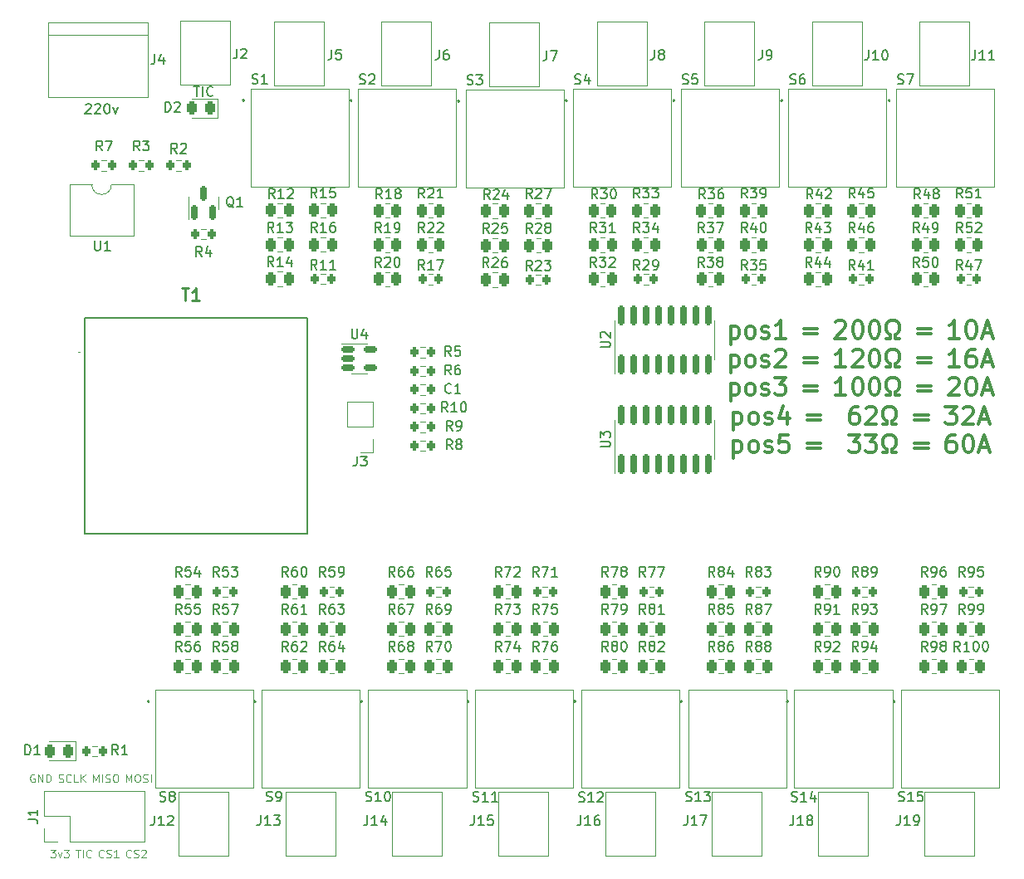
<source format=gbr>
%TF.GenerationSoftware,KiCad,Pcbnew,(7.0.0-0)*%
%TF.CreationDate,2023-02-21T10:25:41+01:00*%
%TF.ProjectId,epanel-energy-monitor,6570616e-656c-42d6-956e-657267792d6d,rev?*%
%TF.SameCoordinates,Original*%
%TF.FileFunction,Legend,Top*%
%TF.FilePolarity,Positive*%
%FSLAX46Y46*%
G04 Gerber Fmt 4.6, Leading zero omitted, Abs format (unit mm)*
G04 Created by KiCad (PCBNEW (7.0.0-0)) date 2023-02-21 10:25:41*
%MOMM*%
%LPD*%
G01*
G04 APERTURE LIST*
G04 Aperture macros list*
%AMRoundRect*
0 Rectangle with rounded corners*
0 $1 Rounding radius*
0 $2 $3 $4 $5 $6 $7 $8 $9 X,Y pos of 4 corners*
0 Add a 4 corners polygon primitive as box body*
4,1,4,$2,$3,$4,$5,$6,$7,$8,$9,$2,$3,0*
0 Add four circle primitives for the rounded corners*
1,1,$1+$1,$2,$3*
1,1,$1+$1,$4,$5*
1,1,$1+$1,$6,$7*
1,1,$1+$1,$8,$9*
0 Add four rect primitives between the rounded corners*
20,1,$1+$1,$2,$3,$4,$5,0*
20,1,$1+$1,$4,$5,$6,$7,0*
20,1,$1+$1,$6,$7,$8,$9,0*
20,1,$1+$1,$8,$9,$2,$3,0*%
G04 Aperture macros list end*
%ADD10C,0.150000*%
%ADD11C,0.120000*%
%ADD12C,0.300000*%
%ADD13C,0.140000*%
%ADD14C,0.254000*%
%ADD15C,0.100000*%
%ADD16C,0.200000*%
%ADD17C,1.217000*%
%ADD18RoundRect,0.250000X0.262500X0.450000X-0.262500X0.450000X-0.262500X-0.450000X0.262500X-0.450000X0*%
%ADD19RoundRect,0.250000X-0.262500X-0.450000X0.262500X-0.450000X0.262500X0.450000X-0.262500X0.450000X0*%
%ADD20C,1.300000*%
%ADD21C,1.950000*%
%ADD22RoundRect,0.200000X0.200000X0.275000X-0.200000X0.275000X-0.200000X-0.275000X0.200000X-0.275000X0*%
%ADD23RoundRect,0.200000X-0.200000X-0.275000X0.200000X-0.275000X0.200000X0.275000X-0.200000X0.275000X0*%
%ADD24RoundRect,0.243750X0.243750X0.456250X-0.243750X0.456250X-0.243750X-0.456250X0.243750X-0.456250X0*%
%ADD25RoundRect,0.150000X0.150000X-0.825000X0.150000X0.825000X-0.150000X0.825000X-0.150000X-0.825000X0*%
%ADD26R,2.000000X1.780000*%
%ADD27RoundRect,0.150000X0.150000X-0.587500X0.150000X0.587500X-0.150000X0.587500X-0.150000X-0.587500X0*%
%ADD28R,1.700000X1.700000*%
%ADD29O,1.700000X1.700000*%
%ADD30R,3.000000X3.000000*%
%ADD31C,3.000000*%
%ADD32RoundRect,0.150000X-0.512500X-0.150000X0.512500X-0.150000X0.512500X0.150000X-0.512500X0.150000X0*%
%ADD33R,1.500000X1.500000*%
%ADD34C,1.500000*%
G04 APERTURE END LIST*
D10*
X107981952Y-42693419D02*
X108029571Y-42645800D01*
X108029571Y-42645800D02*
X108124809Y-42598180D01*
X108124809Y-42598180D02*
X108362904Y-42598180D01*
X108362904Y-42598180D02*
X108458142Y-42645800D01*
X108458142Y-42645800D02*
X108505761Y-42693419D01*
X108505761Y-42693419D02*
X108553380Y-42788657D01*
X108553380Y-42788657D02*
X108553380Y-42883895D01*
X108553380Y-42883895D02*
X108505761Y-43026752D01*
X108505761Y-43026752D02*
X107934333Y-43598180D01*
X107934333Y-43598180D02*
X108553380Y-43598180D01*
X108934333Y-42693419D02*
X108981952Y-42645800D01*
X108981952Y-42645800D02*
X109077190Y-42598180D01*
X109077190Y-42598180D02*
X109315285Y-42598180D01*
X109315285Y-42598180D02*
X109410523Y-42645800D01*
X109410523Y-42645800D02*
X109458142Y-42693419D01*
X109458142Y-42693419D02*
X109505761Y-42788657D01*
X109505761Y-42788657D02*
X109505761Y-42883895D01*
X109505761Y-42883895D02*
X109458142Y-43026752D01*
X109458142Y-43026752D02*
X108886714Y-43598180D01*
X108886714Y-43598180D02*
X109505761Y-43598180D01*
X110124809Y-42598180D02*
X110220047Y-42598180D01*
X110220047Y-42598180D02*
X110315285Y-42645800D01*
X110315285Y-42645800D02*
X110362904Y-42693419D01*
X110362904Y-42693419D02*
X110410523Y-42788657D01*
X110410523Y-42788657D02*
X110458142Y-42979133D01*
X110458142Y-42979133D02*
X110458142Y-43217228D01*
X110458142Y-43217228D02*
X110410523Y-43407704D01*
X110410523Y-43407704D02*
X110362904Y-43502942D01*
X110362904Y-43502942D02*
X110315285Y-43550561D01*
X110315285Y-43550561D02*
X110220047Y-43598180D01*
X110220047Y-43598180D02*
X110124809Y-43598180D01*
X110124809Y-43598180D02*
X110029571Y-43550561D01*
X110029571Y-43550561D02*
X109981952Y-43502942D01*
X109981952Y-43502942D02*
X109934333Y-43407704D01*
X109934333Y-43407704D02*
X109886714Y-43217228D01*
X109886714Y-43217228D02*
X109886714Y-42979133D01*
X109886714Y-42979133D02*
X109934333Y-42788657D01*
X109934333Y-42788657D02*
X109981952Y-42693419D01*
X109981952Y-42693419D02*
X110029571Y-42645800D01*
X110029571Y-42645800D02*
X110124809Y-42598180D01*
X110791476Y-42931514D02*
X111029571Y-43598180D01*
X111029571Y-43598180D02*
X111267666Y-42931514D01*
D11*
X102779276Y-111038000D02*
X102703086Y-110999904D01*
X102703086Y-110999904D02*
X102588800Y-110999904D01*
X102588800Y-110999904D02*
X102474514Y-111038000D01*
X102474514Y-111038000D02*
X102398324Y-111114190D01*
X102398324Y-111114190D02*
X102360229Y-111190380D01*
X102360229Y-111190380D02*
X102322133Y-111342761D01*
X102322133Y-111342761D02*
X102322133Y-111457047D01*
X102322133Y-111457047D02*
X102360229Y-111609428D01*
X102360229Y-111609428D02*
X102398324Y-111685619D01*
X102398324Y-111685619D02*
X102474514Y-111761809D01*
X102474514Y-111761809D02*
X102588800Y-111799904D01*
X102588800Y-111799904D02*
X102664991Y-111799904D01*
X102664991Y-111799904D02*
X102779276Y-111761809D01*
X102779276Y-111761809D02*
X102817372Y-111723714D01*
X102817372Y-111723714D02*
X102817372Y-111457047D01*
X102817372Y-111457047D02*
X102664991Y-111457047D01*
X103160229Y-111799904D02*
X103160229Y-110999904D01*
X103160229Y-110999904D02*
X103617372Y-111799904D01*
X103617372Y-111799904D02*
X103617372Y-110999904D01*
X103998324Y-111799904D02*
X103998324Y-110999904D01*
X103998324Y-110999904D02*
X104188800Y-110999904D01*
X104188800Y-110999904D02*
X104303086Y-111038000D01*
X104303086Y-111038000D02*
X104379276Y-111114190D01*
X104379276Y-111114190D02*
X104417371Y-111190380D01*
X104417371Y-111190380D02*
X104455467Y-111342761D01*
X104455467Y-111342761D02*
X104455467Y-111457047D01*
X104455467Y-111457047D02*
X104417371Y-111609428D01*
X104417371Y-111609428D02*
X104379276Y-111685619D01*
X104379276Y-111685619D02*
X104303086Y-111761809D01*
X104303086Y-111761809D02*
X104188800Y-111799904D01*
X104188800Y-111799904D02*
X103998324Y-111799904D01*
X105240228Y-111761809D02*
X105354514Y-111799904D01*
X105354514Y-111799904D02*
X105544990Y-111799904D01*
X105544990Y-111799904D02*
X105621181Y-111761809D01*
X105621181Y-111761809D02*
X105659276Y-111723714D01*
X105659276Y-111723714D02*
X105697371Y-111647523D01*
X105697371Y-111647523D02*
X105697371Y-111571333D01*
X105697371Y-111571333D02*
X105659276Y-111495142D01*
X105659276Y-111495142D02*
X105621181Y-111457047D01*
X105621181Y-111457047D02*
X105544990Y-111418952D01*
X105544990Y-111418952D02*
X105392609Y-111380857D01*
X105392609Y-111380857D02*
X105316419Y-111342761D01*
X105316419Y-111342761D02*
X105278324Y-111304666D01*
X105278324Y-111304666D02*
X105240228Y-111228476D01*
X105240228Y-111228476D02*
X105240228Y-111152285D01*
X105240228Y-111152285D02*
X105278324Y-111076095D01*
X105278324Y-111076095D02*
X105316419Y-111038000D01*
X105316419Y-111038000D02*
X105392609Y-110999904D01*
X105392609Y-110999904D02*
X105583086Y-110999904D01*
X105583086Y-110999904D02*
X105697371Y-111038000D01*
X106497372Y-111723714D02*
X106459276Y-111761809D01*
X106459276Y-111761809D02*
X106344991Y-111799904D01*
X106344991Y-111799904D02*
X106268800Y-111799904D01*
X106268800Y-111799904D02*
X106154514Y-111761809D01*
X106154514Y-111761809D02*
X106078324Y-111685619D01*
X106078324Y-111685619D02*
X106040229Y-111609428D01*
X106040229Y-111609428D02*
X106002133Y-111457047D01*
X106002133Y-111457047D02*
X106002133Y-111342761D01*
X106002133Y-111342761D02*
X106040229Y-111190380D01*
X106040229Y-111190380D02*
X106078324Y-111114190D01*
X106078324Y-111114190D02*
X106154514Y-111038000D01*
X106154514Y-111038000D02*
X106268800Y-110999904D01*
X106268800Y-110999904D02*
X106344991Y-110999904D01*
X106344991Y-110999904D02*
X106459276Y-111038000D01*
X106459276Y-111038000D02*
X106497372Y-111076095D01*
X107221181Y-111799904D02*
X106840229Y-111799904D01*
X106840229Y-111799904D02*
X106840229Y-110999904D01*
X107487848Y-111799904D02*
X107487848Y-110999904D01*
X107944991Y-111799904D02*
X107602133Y-111342761D01*
X107944991Y-110999904D02*
X107487848Y-111457047D01*
X108767848Y-111799904D02*
X108767848Y-110999904D01*
X108767848Y-110999904D02*
X109034514Y-111571333D01*
X109034514Y-111571333D02*
X109301181Y-110999904D01*
X109301181Y-110999904D02*
X109301181Y-111799904D01*
X109682134Y-111799904D02*
X109682134Y-110999904D01*
X110024990Y-111761809D02*
X110139276Y-111799904D01*
X110139276Y-111799904D02*
X110329752Y-111799904D01*
X110329752Y-111799904D02*
X110405943Y-111761809D01*
X110405943Y-111761809D02*
X110444038Y-111723714D01*
X110444038Y-111723714D02*
X110482133Y-111647523D01*
X110482133Y-111647523D02*
X110482133Y-111571333D01*
X110482133Y-111571333D02*
X110444038Y-111495142D01*
X110444038Y-111495142D02*
X110405943Y-111457047D01*
X110405943Y-111457047D02*
X110329752Y-111418952D01*
X110329752Y-111418952D02*
X110177371Y-111380857D01*
X110177371Y-111380857D02*
X110101181Y-111342761D01*
X110101181Y-111342761D02*
X110063086Y-111304666D01*
X110063086Y-111304666D02*
X110024990Y-111228476D01*
X110024990Y-111228476D02*
X110024990Y-111152285D01*
X110024990Y-111152285D02*
X110063086Y-111076095D01*
X110063086Y-111076095D02*
X110101181Y-111038000D01*
X110101181Y-111038000D02*
X110177371Y-110999904D01*
X110177371Y-110999904D02*
X110367848Y-110999904D01*
X110367848Y-110999904D02*
X110482133Y-111038000D01*
X110977372Y-110999904D02*
X111129753Y-110999904D01*
X111129753Y-110999904D02*
X111205943Y-111038000D01*
X111205943Y-111038000D02*
X111282134Y-111114190D01*
X111282134Y-111114190D02*
X111320229Y-111266571D01*
X111320229Y-111266571D02*
X111320229Y-111533238D01*
X111320229Y-111533238D02*
X111282134Y-111685619D01*
X111282134Y-111685619D02*
X111205943Y-111761809D01*
X111205943Y-111761809D02*
X111129753Y-111799904D01*
X111129753Y-111799904D02*
X110977372Y-111799904D01*
X110977372Y-111799904D02*
X110901181Y-111761809D01*
X110901181Y-111761809D02*
X110824991Y-111685619D01*
X110824991Y-111685619D02*
X110786895Y-111533238D01*
X110786895Y-111533238D02*
X110786895Y-111266571D01*
X110786895Y-111266571D02*
X110824991Y-111114190D01*
X110824991Y-111114190D02*
X110901181Y-111038000D01*
X110901181Y-111038000D02*
X110977372Y-110999904D01*
X112143086Y-111799904D02*
X112143086Y-110999904D01*
X112143086Y-110999904D02*
X112409752Y-111571333D01*
X112409752Y-111571333D02*
X112676419Y-110999904D01*
X112676419Y-110999904D02*
X112676419Y-111799904D01*
X113209753Y-110999904D02*
X113362134Y-110999904D01*
X113362134Y-110999904D02*
X113438324Y-111038000D01*
X113438324Y-111038000D02*
X113514515Y-111114190D01*
X113514515Y-111114190D02*
X113552610Y-111266571D01*
X113552610Y-111266571D02*
X113552610Y-111533238D01*
X113552610Y-111533238D02*
X113514515Y-111685619D01*
X113514515Y-111685619D02*
X113438324Y-111761809D01*
X113438324Y-111761809D02*
X113362134Y-111799904D01*
X113362134Y-111799904D02*
X113209753Y-111799904D01*
X113209753Y-111799904D02*
X113133562Y-111761809D01*
X113133562Y-111761809D02*
X113057372Y-111685619D01*
X113057372Y-111685619D02*
X113019276Y-111533238D01*
X113019276Y-111533238D02*
X113019276Y-111266571D01*
X113019276Y-111266571D02*
X113057372Y-111114190D01*
X113057372Y-111114190D02*
X113133562Y-111038000D01*
X113133562Y-111038000D02*
X113209753Y-110999904D01*
X113857371Y-111761809D02*
X113971657Y-111799904D01*
X113971657Y-111799904D02*
X114162133Y-111799904D01*
X114162133Y-111799904D02*
X114238324Y-111761809D01*
X114238324Y-111761809D02*
X114276419Y-111723714D01*
X114276419Y-111723714D02*
X114314514Y-111647523D01*
X114314514Y-111647523D02*
X114314514Y-111571333D01*
X114314514Y-111571333D02*
X114276419Y-111495142D01*
X114276419Y-111495142D02*
X114238324Y-111457047D01*
X114238324Y-111457047D02*
X114162133Y-111418952D01*
X114162133Y-111418952D02*
X114009752Y-111380857D01*
X114009752Y-111380857D02*
X113933562Y-111342761D01*
X113933562Y-111342761D02*
X113895467Y-111304666D01*
X113895467Y-111304666D02*
X113857371Y-111228476D01*
X113857371Y-111228476D02*
X113857371Y-111152285D01*
X113857371Y-111152285D02*
X113895467Y-111076095D01*
X113895467Y-111076095D02*
X113933562Y-111038000D01*
X113933562Y-111038000D02*
X114009752Y-110999904D01*
X114009752Y-110999904D02*
X114200229Y-110999904D01*
X114200229Y-110999904D02*
X114314514Y-111038000D01*
X114657372Y-111799904D02*
X114657372Y-110999904D01*
X104404770Y-118670704D02*
X104900008Y-118670704D01*
X104900008Y-118670704D02*
X104633342Y-118975466D01*
X104633342Y-118975466D02*
X104747627Y-118975466D01*
X104747627Y-118975466D02*
X104823818Y-119013561D01*
X104823818Y-119013561D02*
X104861913Y-119051657D01*
X104861913Y-119051657D02*
X104900008Y-119127847D01*
X104900008Y-119127847D02*
X104900008Y-119318323D01*
X104900008Y-119318323D02*
X104861913Y-119394514D01*
X104861913Y-119394514D02*
X104823818Y-119432609D01*
X104823818Y-119432609D02*
X104747627Y-119470704D01*
X104747627Y-119470704D02*
X104519056Y-119470704D01*
X104519056Y-119470704D02*
X104442865Y-119432609D01*
X104442865Y-119432609D02*
X104404770Y-119394514D01*
X105166675Y-118937371D02*
X105357151Y-119470704D01*
X105357151Y-119470704D02*
X105547628Y-118937371D01*
X105776199Y-118670704D02*
X106271437Y-118670704D01*
X106271437Y-118670704D02*
X106004771Y-118975466D01*
X106004771Y-118975466D02*
X106119056Y-118975466D01*
X106119056Y-118975466D02*
X106195247Y-119013561D01*
X106195247Y-119013561D02*
X106233342Y-119051657D01*
X106233342Y-119051657D02*
X106271437Y-119127847D01*
X106271437Y-119127847D02*
X106271437Y-119318323D01*
X106271437Y-119318323D02*
X106233342Y-119394514D01*
X106233342Y-119394514D02*
X106195247Y-119432609D01*
X106195247Y-119432609D02*
X106119056Y-119470704D01*
X106119056Y-119470704D02*
X105890485Y-119470704D01*
X105890485Y-119470704D02*
X105814294Y-119432609D01*
X105814294Y-119432609D02*
X105776199Y-119394514D01*
X106980009Y-118670704D02*
X107437152Y-118670704D01*
X107208580Y-119470704D02*
X107208580Y-118670704D01*
X107703819Y-119470704D02*
X107703819Y-118670704D01*
X108541914Y-119394514D02*
X108503818Y-119432609D01*
X108503818Y-119432609D02*
X108389533Y-119470704D01*
X108389533Y-119470704D02*
X108313342Y-119470704D01*
X108313342Y-119470704D02*
X108199056Y-119432609D01*
X108199056Y-119432609D02*
X108122866Y-119356419D01*
X108122866Y-119356419D02*
X108084771Y-119280228D01*
X108084771Y-119280228D02*
X108046675Y-119127847D01*
X108046675Y-119127847D02*
X108046675Y-119013561D01*
X108046675Y-119013561D02*
X108084771Y-118861180D01*
X108084771Y-118861180D02*
X108122866Y-118784990D01*
X108122866Y-118784990D02*
X108199056Y-118708800D01*
X108199056Y-118708800D02*
X108313342Y-118670704D01*
X108313342Y-118670704D02*
X108389533Y-118670704D01*
X108389533Y-118670704D02*
X108503818Y-118708800D01*
X108503818Y-118708800D02*
X108541914Y-118746895D01*
X109821914Y-119394514D02*
X109783818Y-119432609D01*
X109783818Y-119432609D02*
X109669533Y-119470704D01*
X109669533Y-119470704D02*
X109593342Y-119470704D01*
X109593342Y-119470704D02*
X109479056Y-119432609D01*
X109479056Y-119432609D02*
X109402866Y-119356419D01*
X109402866Y-119356419D02*
X109364771Y-119280228D01*
X109364771Y-119280228D02*
X109326675Y-119127847D01*
X109326675Y-119127847D02*
X109326675Y-119013561D01*
X109326675Y-119013561D02*
X109364771Y-118861180D01*
X109364771Y-118861180D02*
X109402866Y-118784990D01*
X109402866Y-118784990D02*
X109479056Y-118708800D01*
X109479056Y-118708800D02*
X109593342Y-118670704D01*
X109593342Y-118670704D02*
X109669533Y-118670704D01*
X109669533Y-118670704D02*
X109783818Y-118708800D01*
X109783818Y-118708800D02*
X109821914Y-118746895D01*
X110126675Y-119432609D02*
X110240961Y-119470704D01*
X110240961Y-119470704D02*
X110431437Y-119470704D01*
X110431437Y-119470704D02*
X110507628Y-119432609D01*
X110507628Y-119432609D02*
X110545723Y-119394514D01*
X110545723Y-119394514D02*
X110583818Y-119318323D01*
X110583818Y-119318323D02*
X110583818Y-119242133D01*
X110583818Y-119242133D02*
X110545723Y-119165942D01*
X110545723Y-119165942D02*
X110507628Y-119127847D01*
X110507628Y-119127847D02*
X110431437Y-119089752D01*
X110431437Y-119089752D02*
X110279056Y-119051657D01*
X110279056Y-119051657D02*
X110202866Y-119013561D01*
X110202866Y-119013561D02*
X110164771Y-118975466D01*
X110164771Y-118975466D02*
X110126675Y-118899276D01*
X110126675Y-118899276D02*
X110126675Y-118823085D01*
X110126675Y-118823085D02*
X110164771Y-118746895D01*
X110164771Y-118746895D02*
X110202866Y-118708800D01*
X110202866Y-118708800D02*
X110279056Y-118670704D01*
X110279056Y-118670704D02*
X110469533Y-118670704D01*
X110469533Y-118670704D02*
X110583818Y-118708800D01*
X111345723Y-119470704D02*
X110888580Y-119470704D01*
X111117152Y-119470704D02*
X111117152Y-118670704D01*
X111117152Y-118670704D02*
X111040961Y-118784990D01*
X111040961Y-118784990D02*
X110964771Y-118861180D01*
X110964771Y-118861180D02*
X110888580Y-118899276D01*
X112625724Y-119394514D02*
X112587628Y-119432609D01*
X112587628Y-119432609D02*
X112473343Y-119470704D01*
X112473343Y-119470704D02*
X112397152Y-119470704D01*
X112397152Y-119470704D02*
X112282866Y-119432609D01*
X112282866Y-119432609D02*
X112206676Y-119356419D01*
X112206676Y-119356419D02*
X112168581Y-119280228D01*
X112168581Y-119280228D02*
X112130485Y-119127847D01*
X112130485Y-119127847D02*
X112130485Y-119013561D01*
X112130485Y-119013561D02*
X112168581Y-118861180D01*
X112168581Y-118861180D02*
X112206676Y-118784990D01*
X112206676Y-118784990D02*
X112282866Y-118708800D01*
X112282866Y-118708800D02*
X112397152Y-118670704D01*
X112397152Y-118670704D02*
X112473343Y-118670704D01*
X112473343Y-118670704D02*
X112587628Y-118708800D01*
X112587628Y-118708800D02*
X112625724Y-118746895D01*
X112930485Y-119432609D02*
X113044771Y-119470704D01*
X113044771Y-119470704D02*
X113235247Y-119470704D01*
X113235247Y-119470704D02*
X113311438Y-119432609D01*
X113311438Y-119432609D02*
X113349533Y-119394514D01*
X113349533Y-119394514D02*
X113387628Y-119318323D01*
X113387628Y-119318323D02*
X113387628Y-119242133D01*
X113387628Y-119242133D02*
X113349533Y-119165942D01*
X113349533Y-119165942D02*
X113311438Y-119127847D01*
X113311438Y-119127847D02*
X113235247Y-119089752D01*
X113235247Y-119089752D02*
X113082866Y-119051657D01*
X113082866Y-119051657D02*
X113006676Y-119013561D01*
X113006676Y-119013561D02*
X112968581Y-118975466D01*
X112968581Y-118975466D02*
X112930485Y-118899276D01*
X112930485Y-118899276D02*
X112930485Y-118823085D01*
X112930485Y-118823085D02*
X112968581Y-118746895D01*
X112968581Y-118746895D02*
X113006676Y-118708800D01*
X113006676Y-118708800D02*
X113082866Y-118670704D01*
X113082866Y-118670704D02*
X113273343Y-118670704D01*
X113273343Y-118670704D02*
X113387628Y-118708800D01*
X113692390Y-118746895D02*
X113730486Y-118708800D01*
X113730486Y-118708800D02*
X113806676Y-118670704D01*
X113806676Y-118670704D02*
X113997152Y-118670704D01*
X113997152Y-118670704D02*
X114073343Y-118708800D01*
X114073343Y-118708800D02*
X114111438Y-118746895D01*
X114111438Y-118746895D02*
X114149533Y-118823085D01*
X114149533Y-118823085D02*
X114149533Y-118899276D01*
X114149533Y-118899276D02*
X114111438Y-119013561D01*
X114111438Y-119013561D02*
X113654295Y-119470704D01*
X113654295Y-119470704D02*
X114149533Y-119470704D01*
D12*
X173734800Y-65308085D02*
X173734800Y-67108085D01*
X173734800Y-65393800D02*
X173906229Y-65308085D01*
X173906229Y-65308085D02*
X174249086Y-65308085D01*
X174249086Y-65308085D02*
X174420514Y-65393800D01*
X174420514Y-65393800D02*
X174506229Y-65479514D01*
X174506229Y-65479514D02*
X174591943Y-65650942D01*
X174591943Y-65650942D02*
X174591943Y-66165228D01*
X174591943Y-66165228D02*
X174506229Y-66336657D01*
X174506229Y-66336657D02*
X174420514Y-66422371D01*
X174420514Y-66422371D02*
X174249086Y-66508085D01*
X174249086Y-66508085D02*
X173906229Y-66508085D01*
X173906229Y-66508085D02*
X173734800Y-66422371D01*
X175620514Y-66508085D02*
X175449085Y-66422371D01*
X175449085Y-66422371D02*
X175363371Y-66336657D01*
X175363371Y-66336657D02*
X175277657Y-66165228D01*
X175277657Y-66165228D02*
X175277657Y-65650942D01*
X175277657Y-65650942D02*
X175363371Y-65479514D01*
X175363371Y-65479514D02*
X175449085Y-65393800D01*
X175449085Y-65393800D02*
X175620514Y-65308085D01*
X175620514Y-65308085D02*
X175877657Y-65308085D01*
X175877657Y-65308085D02*
X176049085Y-65393800D01*
X176049085Y-65393800D02*
X176134800Y-65479514D01*
X176134800Y-65479514D02*
X176220514Y-65650942D01*
X176220514Y-65650942D02*
X176220514Y-66165228D01*
X176220514Y-66165228D02*
X176134800Y-66336657D01*
X176134800Y-66336657D02*
X176049085Y-66422371D01*
X176049085Y-66422371D02*
X175877657Y-66508085D01*
X175877657Y-66508085D02*
X175620514Y-66508085D01*
X176906228Y-66422371D02*
X177077656Y-66508085D01*
X177077656Y-66508085D02*
X177420513Y-66508085D01*
X177420513Y-66508085D02*
X177591942Y-66422371D01*
X177591942Y-66422371D02*
X177677656Y-66250942D01*
X177677656Y-66250942D02*
X177677656Y-66165228D01*
X177677656Y-66165228D02*
X177591942Y-65993800D01*
X177591942Y-65993800D02*
X177420513Y-65908085D01*
X177420513Y-65908085D02*
X177163371Y-65908085D01*
X177163371Y-65908085D02*
X176991942Y-65822371D01*
X176991942Y-65822371D02*
X176906228Y-65650942D01*
X176906228Y-65650942D02*
X176906228Y-65565228D01*
X176906228Y-65565228D02*
X176991942Y-65393800D01*
X176991942Y-65393800D02*
X177163371Y-65308085D01*
X177163371Y-65308085D02*
X177420513Y-65308085D01*
X177420513Y-65308085D02*
X177591942Y-65393800D01*
X179391942Y-66508085D02*
X178363371Y-66508085D01*
X178877656Y-66508085D02*
X178877656Y-64708085D01*
X178877656Y-64708085D02*
X178706228Y-64965228D01*
X178706228Y-64965228D02*
X178534799Y-65136657D01*
X178534799Y-65136657D02*
X178363371Y-65222371D01*
X181243371Y-65565228D02*
X182614800Y-65565228D01*
X182614800Y-66079514D02*
X181243371Y-66079514D01*
X184466228Y-64879514D02*
X184551942Y-64793800D01*
X184551942Y-64793800D02*
X184723371Y-64708085D01*
X184723371Y-64708085D02*
X185151942Y-64708085D01*
X185151942Y-64708085D02*
X185323371Y-64793800D01*
X185323371Y-64793800D02*
X185409085Y-64879514D01*
X185409085Y-64879514D02*
X185494799Y-65050942D01*
X185494799Y-65050942D02*
X185494799Y-65222371D01*
X185494799Y-65222371D02*
X185409085Y-65479514D01*
X185409085Y-65479514D02*
X184380513Y-66508085D01*
X184380513Y-66508085D02*
X185494799Y-66508085D01*
X186609085Y-64708085D02*
X186780514Y-64708085D01*
X186780514Y-64708085D02*
X186951942Y-64793800D01*
X186951942Y-64793800D02*
X187037657Y-64879514D01*
X187037657Y-64879514D02*
X187123371Y-65050942D01*
X187123371Y-65050942D02*
X187209085Y-65393800D01*
X187209085Y-65393800D02*
X187209085Y-65822371D01*
X187209085Y-65822371D02*
X187123371Y-66165228D01*
X187123371Y-66165228D02*
X187037657Y-66336657D01*
X187037657Y-66336657D02*
X186951942Y-66422371D01*
X186951942Y-66422371D02*
X186780514Y-66508085D01*
X186780514Y-66508085D02*
X186609085Y-66508085D01*
X186609085Y-66508085D02*
X186437657Y-66422371D01*
X186437657Y-66422371D02*
X186351942Y-66336657D01*
X186351942Y-66336657D02*
X186266228Y-66165228D01*
X186266228Y-66165228D02*
X186180514Y-65822371D01*
X186180514Y-65822371D02*
X186180514Y-65393800D01*
X186180514Y-65393800D02*
X186266228Y-65050942D01*
X186266228Y-65050942D02*
X186351942Y-64879514D01*
X186351942Y-64879514D02*
X186437657Y-64793800D01*
X186437657Y-64793800D02*
X186609085Y-64708085D01*
X188323371Y-64708085D02*
X188494800Y-64708085D01*
X188494800Y-64708085D02*
X188666228Y-64793800D01*
X188666228Y-64793800D02*
X188751943Y-64879514D01*
X188751943Y-64879514D02*
X188837657Y-65050942D01*
X188837657Y-65050942D02*
X188923371Y-65393800D01*
X188923371Y-65393800D02*
X188923371Y-65822371D01*
X188923371Y-65822371D02*
X188837657Y-66165228D01*
X188837657Y-66165228D02*
X188751943Y-66336657D01*
X188751943Y-66336657D02*
X188666228Y-66422371D01*
X188666228Y-66422371D02*
X188494800Y-66508085D01*
X188494800Y-66508085D02*
X188323371Y-66508085D01*
X188323371Y-66508085D02*
X188151943Y-66422371D01*
X188151943Y-66422371D02*
X188066228Y-66336657D01*
X188066228Y-66336657D02*
X187980514Y-66165228D01*
X187980514Y-66165228D02*
X187894800Y-65822371D01*
X187894800Y-65822371D02*
X187894800Y-65393800D01*
X187894800Y-65393800D02*
X187980514Y-65050942D01*
X187980514Y-65050942D02*
X188066228Y-64879514D01*
X188066228Y-64879514D02*
X188151943Y-64793800D01*
X188151943Y-64793800D02*
X188323371Y-64708085D01*
X189609086Y-66508085D02*
X190037657Y-66508085D01*
X190037657Y-66508085D02*
X190037657Y-66165228D01*
X190037657Y-66165228D02*
X189866229Y-66079514D01*
X189866229Y-66079514D02*
X189694800Y-65908085D01*
X189694800Y-65908085D02*
X189609086Y-65650942D01*
X189609086Y-65650942D02*
X189609086Y-65222371D01*
X189609086Y-65222371D02*
X189694800Y-64965228D01*
X189694800Y-64965228D02*
X189866229Y-64793800D01*
X189866229Y-64793800D02*
X190123371Y-64708085D01*
X190123371Y-64708085D02*
X190466229Y-64708085D01*
X190466229Y-64708085D02*
X190723371Y-64793800D01*
X190723371Y-64793800D02*
X190894800Y-64965228D01*
X190894800Y-64965228D02*
X190980514Y-65222371D01*
X190980514Y-65222371D02*
X190980514Y-65650942D01*
X190980514Y-65650942D02*
X190894800Y-65908085D01*
X190894800Y-65908085D02*
X190723371Y-66079514D01*
X190723371Y-66079514D02*
X190551943Y-66165228D01*
X190551943Y-66165228D02*
X190551943Y-66508085D01*
X190551943Y-66508085D02*
X190980514Y-66508085D01*
X192831943Y-65565228D02*
X194203372Y-65565228D01*
X194203372Y-66079514D02*
X192831943Y-66079514D01*
X197083371Y-66508085D02*
X196054800Y-66508085D01*
X196569085Y-66508085D02*
X196569085Y-64708085D01*
X196569085Y-64708085D02*
X196397657Y-64965228D01*
X196397657Y-64965228D02*
X196226228Y-65136657D01*
X196226228Y-65136657D02*
X196054800Y-65222371D01*
X198197657Y-64708085D02*
X198369086Y-64708085D01*
X198369086Y-64708085D02*
X198540514Y-64793800D01*
X198540514Y-64793800D02*
X198626229Y-64879514D01*
X198626229Y-64879514D02*
X198711943Y-65050942D01*
X198711943Y-65050942D02*
X198797657Y-65393800D01*
X198797657Y-65393800D02*
X198797657Y-65822371D01*
X198797657Y-65822371D02*
X198711943Y-66165228D01*
X198711943Y-66165228D02*
X198626229Y-66336657D01*
X198626229Y-66336657D02*
X198540514Y-66422371D01*
X198540514Y-66422371D02*
X198369086Y-66508085D01*
X198369086Y-66508085D02*
X198197657Y-66508085D01*
X198197657Y-66508085D02*
X198026229Y-66422371D01*
X198026229Y-66422371D02*
X197940514Y-66336657D01*
X197940514Y-66336657D02*
X197854800Y-66165228D01*
X197854800Y-66165228D02*
X197769086Y-65822371D01*
X197769086Y-65822371D02*
X197769086Y-65393800D01*
X197769086Y-65393800D02*
X197854800Y-65050942D01*
X197854800Y-65050942D02*
X197940514Y-64879514D01*
X197940514Y-64879514D02*
X198026229Y-64793800D01*
X198026229Y-64793800D02*
X198197657Y-64708085D01*
X199483372Y-65993800D02*
X200340515Y-65993800D01*
X199311943Y-66508085D02*
X199911943Y-64708085D01*
X199911943Y-64708085D02*
X200511943Y-66508085D01*
X173734800Y-68224085D02*
X173734800Y-70024085D01*
X173734800Y-68309800D02*
X173906229Y-68224085D01*
X173906229Y-68224085D02*
X174249086Y-68224085D01*
X174249086Y-68224085D02*
X174420514Y-68309800D01*
X174420514Y-68309800D02*
X174506229Y-68395514D01*
X174506229Y-68395514D02*
X174591943Y-68566942D01*
X174591943Y-68566942D02*
X174591943Y-69081228D01*
X174591943Y-69081228D02*
X174506229Y-69252657D01*
X174506229Y-69252657D02*
X174420514Y-69338371D01*
X174420514Y-69338371D02*
X174249086Y-69424085D01*
X174249086Y-69424085D02*
X173906229Y-69424085D01*
X173906229Y-69424085D02*
X173734800Y-69338371D01*
X175620514Y-69424085D02*
X175449085Y-69338371D01*
X175449085Y-69338371D02*
X175363371Y-69252657D01*
X175363371Y-69252657D02*
X175277657Y-69081228D01*
X175277657Y-69081228D02*
X175277657Y-68566942D01*
X175277657Y-68566942D02*
X175363371Y-68395514D01*
X175363371Y-68395514D02*
X175449085Y-68309800D01*
X175449085Y-68309800D02*
X175620514Y-68224085D01*
X175620514Y-68224085D02*
X175877657Y-68224085D01*
X175877657Y-68224085D02*
X176049085Y-68309800D01*
X176049085Y-68309800D02*
X176134800Y-68395514D01*
X176134800Y-68395514D02*
X176220514Y-68566942D01*
X176220514Y-68566942D02*
X176220514Y-69081228D01*
X176220514Y-69081228D02*
X176134800Y-69252657D01*
X176134800Y-69252657D02*
X176049085Y-69338371D01*
X176049085Y-69338371D02*
X175877657Y-69424085D01*
X175877657Y-69424085D02*
X175620514Y-69424085D01*
X176906228Y-69338371D02*
X177077656Y-69424085D01*
X177077656Y-69424085D02*
X177420513Y-69424085D01*
X177420513Y-69424085D02*
X177591942Y-69338371D01*
X177591942Y-69338371D02*
X177677656Y-69166942D01*
X177677656Y-69166942D02*
X177677656Y-69081228D01*
X177677656Y-69081228D02*
X177591942Y-68909800D01*
X177591942Y-68909800D02*
X177420513Y-68824085D01*
X177420513Y-68824085D02*
X177163371Y-68824085D01*
X177163371Y-68824085D02*
X176991942Y-68738371D01*
X176991942Y-68738371D02*
X176906228Y-68566942D01*
X176906228Y-68566942D02*
X176906228Y-68481228D01*
X176906228Y-68481228D02*
X176991942Y-68309800D01*
X176991942Y-68309800D02*
X177163371Y-68224085D01*
X177163371Y-68224085D02*
X177420513Y-68224085D01*
X177420513Y-68224085D02*
X177591942Y-68309800D01*
X178363371Y-67795514D02*
X178449085Y-67709800D01*
X178449085Y-67709800D02*
X178620514Y-67624085D01*
X178620514Y-67624085D02*
X179049085Y-67624085D01*
X179049085Y-67624085D02*
X179220514Y-67709800D01*
X179220514Y-67709800D02*
X179306228Y-67795514D01*
X179306228Y-67795514D02*
X179391942Y-67966942D01*
X179391942Y-67966942D02*
X179391942Y-68138371D01*
X179391942Y-68138371D02*
X179306228Y-68395514D01*
X179306228Y-68395514D02*
X178277656Y-69424085D01*
X178277656Y-69424085D02*
X179391942Y-69424085D01*
X181243371Y-68481228D02*
X182614800Y-68481228D01*
X182614800Y-68995514D02*
X181243371Y-68995514D01*
X185494799Y-69424085D02*
X184466228Y-69424085D01*
X184980513Y-69424085D02*
X184980513Y-67624085D01*
X184980513Y-67624085D02*
X184809085Y-67881228D01*
X184809085Y-67881228D02*
X184637656Y-68052657D01*
X184637656Y-68052657D02*
X184466228Y-68138371D01*
X186180514Y-67795514D02*
X186266228Y-67709800D01*
X186266228Y-67709800D02*
X186437657Y-67624085D01*
X186437657Y-67624085D02*
X186866228Y-67624085D01*
X186866228Y-67624085D02*
X187037657Y-67709800D01*
X187037657Y-67709800D02*
X187123371Y-67795514D01*
X187123371Y-67795514D02*
X187209085Y-67966942D01*
X187209085Y-67966942D02*
X187209085Y-68138371D01*
X187209085Y-68138371D02*
X187123371Y-68395514D01*
X187123371Y-68395514D02*
X186094799Y-69424085D01*
X186094799Y-69424085D02*
X187209085Y-69424085D01*
X188323371Y-67624085D02*
X188494800Y-67624085D01*
X188494800Y-67624085D02*
X188666228Y-67709800D01*
X188666228Y-67709800D02*
X188751943Y-67795514D01*
X188751943Y-67795514D02*
X188837657Y-67966942D01*
X188837657Y-67966942D02*
X188923371Y-68309800D01*
X188923371Y-68309800D02*
X188923371Y-68738371D01*
X188923371Y-68738371D02*
X188837657Y-69081228D01*
X188837657Y-69081228D02*
X188751943Y-69252657D01*
X188751943Y-69252657D02*
X188666228Y-69338371D01*
X188666228Y-69338371D02*
X188494800Y-69424085D01*
X188494800Y-69424085D02*
X188323371Y-69424085D01*
X188323371Y-69424085D02*
X188151943Y-69338371D01*
X188151943Y-69338371D02*
X188066228Y-69252657D01*
X188066228Y-69252657D02*
X187980514Y-69081228D01*
X187980514Y-69081228D02*
X187894800Y-68738371D01*
X187894800Y-68738371D02*
X187894800Y-68309800D01*
X187894800Y-68309800D02*
X187980514Y-67966942D01*
X187980514Y-67966942D02*
X188066228Y-67795514D01*
X188066228Y-67795514D02*
X188151943Y-67709800D01*
X188151943Y-67709800D02*
X188323371Y-67624085D01*
X189609086Y-69424085D02*
X190037657Y-69424085D01*
X190037657Y-69424085D02*
X190037657Y-69081228D01*
X190037657Y-69081228D02*
X189866229Y-68995514D01*
X189866229Y-68995514D02*
X189694800Y-68824085D01*
X189694800Y-68824085D02*
X189609086Y-68566942D01*
X189609086Y-68566942D02*
X189609086Y-68138371D01*
X189609086Y-68138371D02*
X189694800Y-67881228D01*
X189694800Y-67881228D02*
X189866229Y-67709800D01*
X189866229Y-67709800D02*
X190123371Y-67624085D01*
X190123371Y-67624085D02*
X190466229Y-67624085D01*
X190466229Y-67624085D02*
X190723371Y-67709800D01*
X190723371Y-67709800D02*
X190894800Y-67881228D01*
X190894800Y-67881228D02*
X190980514Y-68138371D01*
X190980514Y-68138371D02*
X190980514Y-68566942D01*
X190980514Y-68566942D02*
X190894800Y-68824085D01*
X190894800Y-68824085D02*
X190723371Y-68995514D01*
X190723371Y-68995514D02*
X190551943Y-69081228D01*
X190551943Y-69081228D02*
X190551943Y-69424085D01*
X190551943Y-69424085D02*
X190980514Y-69424085D01*
X192831943Y-68481228D02*
X194203372Y-68481228D01*
X194203372Y-68995514D02*
X192831943Y-68995514D01*
X197083371Y-69424085D02*
X196054800Y-69424085D01*
X196569085Y-69424085D02*
X196569085Y-67624085D01*
X196569085Y-67624085D02*
X196397657Y-67881228D01*
X196397657Y-67881228D02*
X196226228Y-68052657D01*
X196226228Y-68052657D02*
X196054800Y-68138371D01*
X198626229Y-67624085D02*
X198283371Y-67624085D01*
X198283371Y-67624085D02*
X198111943Y-67709800D01*
X198111943Y-67709800D02*
X198026229Y-67795514D01*
X198026229Y-67795514D02*
X197854800Y-68052657D01*
X197854800Y-68052657D02*
X197769086Y-68395514D01*
X197769086Y-68395514D02*
X197769086Y-69081228D01*
X197769086Y-69081228D02*
X197854800Y-69252657D01*
X197854800Y-69252657D02*
X197940514Y-69338371D01*
X197940514Y-69338371D02*
X198111943Y-69424085D01*
X198111943Y-69424085D02*
X198454800Y-69424085D01*
X198454800Y-69424085D02*
X198626229Y-69338371D01*
X198626229Y-69338371D02*
X198711943Y-69252657D01*
X198711943Y-69252657D02*
X198797657Y-69081228D01*
X198797657Y-69081228D02*
X198797657Y-68652657D01*
X198797657Y-68652657D02*
X198711943Y-68481228D01*
X198711943Y-68481228D02*
X198626229Y-68395514D01*
X198626229Y-68395514D02*
X198454800Y-68309800D01*
X198454800Y-68309800D02*
X198111943Y-68309800D01*
X198111943Y-68309800D02*
X197940514Y-68395514D01*
X197940514Y-68395514D02*
X197854800Y-68481228D01*
X197854800Y-68481228D02*
X197769086Y-68652657D01*
X199483372Y-68909800D02*
X200340515Y-68909800D01*
X199311943Y-69424085D02*
X199911943Y-67624085D01*
X199911943Y-67624085D02*
X200511943Y-69424085D01*
X173734800Y-71140085D02*
X173734800Y-72940085D01*
X173734800Y-71225800D02*
X173906229Y-71140085D01*
X173906229Y-71140085D02*
X174249086Y-71140085D01*
X174249086Y-71140085D02*
X174420514Y-71225800D01*
X174420514Y-71225800D02*
X174506229Y-71311514D01*
X174506229Y-71311514D02*
X174591943Y-71482942D01*
X174591943Y-71482942D02*
X174591943Y-71997228D01*
X174591943Y-71997228D02*
X174506229Y-72168657D01*
X174506229Y-72168657D02*
X174420514Y-72254371D01*
X174420514Y-72254371D02*
X174249086Y-72340085D01*
X174249086Y-72340085D02*
X173906229Y-72340085D01*
X173906229Y-72340085D02*
X173734800Y-72254371D01*
X175620514Y-72340085D02*
X175449085Y-72254371D01*
X175449085Y-72254371D02*
X175363371Y-72168657D01*
X175363371Y-72168657D02*
X175277657Y-71997228D01*
X175277657Y-71997228D02*
X175277657Y-71482942D01*
X175277657Y-71482942D02*
X175363371Y-71311514D01*
X175363371Y-71311514D02*
X175449085Y-71225800D01*
X175449085Y-71225800D02*
X175620514Y-71140085D01*
X175620514Y-71140085D02*
X175877657Y-71140085D01*
X175877657Y-71140085D02*
X176049085Y-71225800D01*
X176049085Y-71225800D02*
X176134800Y-71311514D01*
X176134800Y-71311514D02*
X176220514Y-71482942D01*
X176220514Y-71482942D02*
X176220514Y-71997228D01*
X176220514Y-71997228D02*
X176134800Y-72168657D01*
X176134800Y-72168657D02*
X176049085Y-72254371D01*
X176049085Y-72254371D02*
X175877657Y-72340085D01*
X175877657Y-72340085D02*
X175620514Y-72340085D01*
X176906228Y-72254371D02*
X177077656Y-72340085D01*
X177077656Y-72340085D02*
X177420513Y-72340085D01*
X177420513Y-72340085D02*
X177591942Y-72254371D01*
X177591942Y-72254371D02*
X177677656Y-72082942D01*
X177677656Y-72082942D02*
X177677656Y-71997228D01*
X177677656Y-71997228D02*
X177591942Y-71825800D01*
X177591942Y-71825800D02*
X177420513Y-71740085D01*
X177420513Y-71740085D02*
X177163371Y-71740085D01*
X177163371Y-71740085D02*
X176991942Y-71654371D01*
X176991942Y-71654371D02*
X176906228Y-71482942D01*
X176906228Y-71482942D02*
X176906228Y-71397228D01*
X176906228Y-71397228D02*
X176991942Y-71225800D01*
X176991942Y-71225800D02*
X177163371Y-71140085D01*
X177163371Y-71140085D02*
X177420513Y-71140085D01*
X177420513Y-71140085D02*
X177591942Y-71225800D01*
X178277656Y-70540085D02*
X179391942Y-70540085D01*
X179391942Y-70540085D02*
X178791942Y-71225800D01*
X178791942Y-71225800D02*
X179049085Y-71225800D01*
X179049085Y-71225800D02*
X179220514Y-71311514D01*
X179220514Y-71311514D02*
X179306228Y-71397228D01*
X179306228Y-71397228D02*
X179391942Y-71568657D01*
X179391942Y-71568657D02*
X179391942Y-71997228D01*
X179391942Y-71997228D02*
X179306228Y-72168657D01*
X179306228Y-72168657D02*
X179220514Y-72254371D01*
X179220514Y-72254371D02*
X179049085Y-72340085D01*
X179049085Y-72340085D02*
X178534799Y-72340085D01*
X178534799Y-72340085D02*
X178363371Y-72254371D01*
X178363371Y-72254371D02*
X178277656Y-72168657D01*
X181243371Y-71397228D02*
X182614800Y-71397228D01*
X182614800Y-71911514D02*
X181243371Y-71911514D01*
X185494799Y-72340085D02*
X184466228Y-72340085D01*
X184980513Y-72340085D02*
X184980513Y-70540085D01*
X184980513Y-70540085D02*
X184809085Y-70797228D01*
X184809085Y-70797228D02*
X184637656Y-70968657D01*
X184637656Y-70968657D02*
X184466228Y-71054371D01*
X186609085Y-70540085D02*
X186780514Y-70540085D01*
X186780514Y-70540085D02*
X186951942Y-70625800D01*
X186951942Y-70625800D02*
X187037657Y-70711514D01*
X187037657Y-70711514D02*
X187123371Y-70882942D01*
X187123371Y-70882942D02*
X187209085Y-71225800D01*
X187209085Y-71225800D02*
X187209085Y-71654371D01*
X187209085Y-71654371D02*
X187123371Y-71997228D01*
X187123371Y-71997228D02*
X187037657Y-72168657D01*
X187037657Y-72168657D02*
X186951942Y-72254371D01*
X186951942Y-72254371D02*
X186780514Y-72340085D01*
X186780514Y-72340085D02*
X186609085Y-72340085D01*
X186609085Y-72340085D02*
X186437657Y-72254371D01*
X186437657Y-72254371D02*
X186351942Y-72168657D01*
X186351942Y-72168657D02*
X186266228Y-71997228D01*
X186266228Y-71997228D02*
X186180514Y-71654371D01*
X186180514Y-71654371D02*
X186180514Y-71225800D01*
X186180514Y-71225800D02*
X186266228Y-70882942D01*
X186266228Y-70882942D02*
X186351942Y-70711514D01*
X186351942Y-70711514D02*
X186437657Y-70625800D01*
X186437657Y-70625800D02*
X186609085Y-70540085D01*
X188323371Y-70540085D02*
X188494800Y-70540085D01*
X188494800Y-70540085D02*
X188666228Y-70625800D01*
X188666228Y-70625800D02*
X188751943Y-70711514D01*
X188751943Y-70711514D02*
X188837657Y-70882942D01*
X188837657Y-70882942D02*
X188923371Y-71225800D01*
X188923371Y-71225800D02*
X188923371Y-71654371D01*
X188923371Y-71654371D02*
X188837657Y-71997228D01*
X188837657Y-71997228D02*
X188751943Y-72168657D01*
X188751943Y-72168657D02*
X188666228Y-72254371D01*
X188666228Y-72254371D02*
X188494800Y-72340085D01*
X188494800Y-72340085D02*
X188323371Y-72340085D01*
X188323371Y-72340085D02*
X188151943Y-72254371D01*
X188151943Y-72254371D02*
X188066228Y-72168657D01*
X188066228Y-72168657D02*
X187980514Y-71997228D01*
X187980514Y-71997228D02*
X187894800Y-71654371D01*
X187894800Y-71654371D02*
X187894800Y-71225800D01*
X187894800Y-71225800D02*
X187980514Y-70882942D01*
X187980514Y-70882942D02*
X188066228Y-70711514D01*
X188066228Y-70711514D02*
X188151943Y-70625800D01*
X188151943Y-70625800D02*
X188323371Y-70540085D01*
X189609086Y-72340085D02*
X190037657Y-72340085D01*
X190037657Y-72340085D02*
X190037657Y-71997228D01*
X190037657Y-71997228D02*
X189866229Y-71911514D01*
X189866229Y-71911514D02*
X189694800Y-71740085D01*
X189694800Y-71740085D02*
X189609086Y-71482942D01*
X189609086Y-71482942D02*
X189609086Y-71054371D01*
X189609086Y-71054371D02*
X189694800Y-70797228D01*
X189694800Y-70797228D02*
X189866229Y-70625800D01*
X189866229Y-70625800D02*
X190123371Y-70540085D01*
X190123371Y-70540085D02*
X190466229Y-70540085D01*
X190466229Y-70540085D02*
X190723371Y-70625800D01*
X190723371Y-70625800D02*
X190894800Y-70797228D01*
X190894800Y-70797228D02*
X190980514Y-71054371D01*
X190980514Y-71054371D02*
X190980514Y-71482942D01*
X190980514Y-71482942D02*
X190894800Y-71740085D01*
X190894800Y-71740085D02*
X190723371Y-71911514D01*
X190723371Y-71911514D02*
X190551943Y-71997228D01*
X190551943Y-71997228D02*
X190551943Y-72340085D01*
X190551943Y-72340085D02*
X190980514Y-72340085D01*
X192831943Y-71397228D02*
X194203372Y-71397228D01*
X194203372Y-71911514D02*
X192831943Y-71911514D01*
X196054800Y-70711514D02*
X196140514Y-70625800D01*
X196140514Y-70625800D02*
X196311943Y-70540085D01*
X196311943Y-70540085D02*
X196740514Y-70540085D01*
X196740514Y-70540085D02*
X196911943Y-70625800D01*
X196911943Y-70625800D02*
X196997657Y-70711514D01*
X196997657Y-70711514D02*
X197083371Y-70882942D01*
X197083371Y-70882942D02*
X197083371Y-71054371D01*
X197083371Y-71054371D02*
X196997657Y-71311514D01*
X196997657Y-71311514D02*
X195969085Y-72340085D01*
X195969085Y-72340085D02*
X197083371Y-72340085D01*
X198197657Y-70540085D02*
X198369086Y-70540085D01*
X198369086Y-70540085D02*
X198540514Y-70625800D01*
X198540514Y-70625800D02*
X198626229Y-70711514D01*
X198626229Y-70711514D02*
X198711943Y-70882942D01*
X198711943Y-70882942D02*
X198797657Y-71225800D01*
X198797657Y-71225800D02*
X198797657Y-71654371D01*
X198797657Y-71654371D02*
X198711943Y-71997228D01*
X198711943Y-71997228D02*
X198626229Y-72168657D01*
X198626229Y-72168657D02*
X198540514Y-72254371D01*
X198540514Y-72254371D02*
X198369086Y-72340085D01*
X198369086Y-72340085D02*
X198197657Y-72340085D01*
X198197657Y-72340085D02*
X198026229Y-72254371D01*
X198026229Y-72254371D02*
X197940514Y-72168657D01*
X197940514Y-72168657D02*
X197854800Y-71997228D01*
X197854800Y-71997228D02*
X197769086Y-71654371D01*
X197769086Y-71654371D02*
X197769086Y-71225800D01*
X197769086Y-71225800D02*
X197854800Y-70882942D01*
X197854800Y-70882942D02*
X197940514Y-70711514D01*
X197940514Y-70711514D02*
X198026229Y-70625800D01*
X198026229Y-70625800D02*
X198197657Y-70540085D01*
X199483372Y-71825800D02*
X200340515Y-71825800D01*
X199311943Y-72340085D02*
X199911943Y-70540085D01*
X199911943Y-70540085D02*
X200511943Y-72340085D01*
X174051943Y-74056085D02*
X174051943Y-75856085D01*
X174051943Y-74141800D02*
X174223372Y-74056085D01*
X174223372Y-74056085D02*
X174566229Y-74056085D01*
X174566229Y-74056085D02*
X174737657Y-74141800D01*
X174737657Y-74141800D02*
X174823372Y-74227514D01*
X174823372Y-74227514D02*
X174909086Y-74398942D01*
X174909086Y-74398942D02*
X174909086Y-74913228D01*
X174909086Y-74913228D02*
X174823372Y-75084657D01*
X174823372Y-75084657D02*
X174737657Y-75170371D01*
X174737657Y-75170371D02*
X174566229Y-75256085D01*
X174566229Y-75256085D02*
X174223372Y-75256085D01*
X174223372Y-75256085D02*
X174051943Y-75170371D01*
X175937657Y-75256085D02*
X175766228Y-75170371D01*
X175766228Y-75170371D02*
X175680514Y-75084657D01*
X175680514Y-75084657D02*
X175594800Y-74913228D01*
X175594800Y-74913228D02*
X175594800Y-74398942D01*
X175594800Y-74398942D02*
X175680514Y-74227514D01*
X175680514Y-74227514D02*
X175766228Y-74141800D01*
X175766228Y-74141800D02*
X175937657Y-74056085D01*
X175937657Y-74056085D02*
X176194800Y-74056085D01*
X176194800Y-74056085D02*
X176366228Y-74141800D01*
X176366228Y-74141800D02*
X176451943Y-74227514D01*
X176451943Y-74227514D02*
X176537657Y-74398942D01*
X176537657Y-74398942D02*
X176537657Y-74913228D01*
X176537657Y-74913228D02*
X176451943Y-75084657D01*
X176451943Y-75084657D02*
X176366228Y-75170371D01*
X176366228Y-75170371D02*
X176194800Y-75256085D01*
X176194800Y-75256085D02*
X175937657Y-75256085D01*
X177223371Y-75170371D02*
X177394799Y-75256085D01*
X177394799Y-75256085D02*
X177737656Y-75256085D01*
X177737656Y-75256085D02*
X177909085Y-75170371D01*
X177909085Y-75170371D02*
X177994799Y-74998942D01*
X177994799Y-74998942D02*
X177994799Y-74913228D01*
X177994799Y-74913228D02*
X177909085Y-74741800D01*
X177909085Y-74741800D02*
X177737656Y-74656085D01*
X177737656Y-74656085D02*
X177480514Y-74656085D01*
X177480514Y-74656085D02*
X177309085Y-74570371D01*
X177309085Y-74570371D02*
X177223371Y-74398942D01*
X177223371Y-74398942D02*
X177223371Y-74313228D01*
X177223371Y-74313228D02*
X177309085Y-74141800D01*
X177309085Y-74141800D02*
X177480514Y-74056085D01*
X177480514Y-74056085D02*
X177737656Y-74056085D01*
X177737656Y-74056085D02*
X177909085Y-74141800D01*
X179537657Y-74056085D02*
X179537657Y-75256085D01*
X179109085Y-73370371D02*
X178680514Y-74656085D01*
X178680514Y-74656085D02*
X179794799Y-74656085D01*
X181560514Y-74313228D02*
X182931943Y-74313228D01*
X182931943Y-74827514D02*
X181560514Y-74827514D01*
X186720514Y-73456085D02*
X186377656Y-73456085D01*
X186377656Y-73456085D02*
X186206228Y-73541800D01*
X186206228Y-73541800D02*
X186120514Y-73627514D01*
X186120514Y-73627514D02*
X185949085Y-73884657D01*
X185949085Y-73884657D02*
X185863371Y-74227514D01*
X185863371Y-74227514D02*
X185863371Y-74913228D01*
X185863371Y-74913228D02*
X185949085Y-75084657D01*
X185949085Y-75084657D02*
X186034799Y-75170371D01*
X186034799Y-75170371D02*
X186206228Y-75256085D01*
X186206228Y-75256085D02*
X186549085Y-75256085D01*
X186549085Y-75256085D02*
X186720514Y-75170371D01*
X186720514Y-75170371D02*
X186806228Y-75084657D01*
X186806228Y-75084657D02*
X186891942Y-74913228D01*
X186891942Y-74913228D02*
X186891942Y-74484657D01*
X186891942Y-74484657D02*
X186806228Y-74313228D01*
X186806228Y-74313228D02*
X186720514Y-74227514D01*
X186720514Y-74227514D02*
X186549085Y-74141800D01*
X186549085Y-74141800D02*
X186206228Y-74141800D01*
X186206228Y-74141800D02*
X186034799Y-74227514D01*
X186034799Y-74227514D02*
X185949085Y-74313228D01*
X185949085Y-74313228D02*
X185863371Y-74484657D01*
X187577657Y-73627514D02*
X187663371Y-73541800D01*
X187663371Y-73541800D02*
X187834800Y-73456085D01*
X187834800Y-73456085D02*
X188263371Y-73456085D01*
X188263371Y-73456085D02*
X188434800Y-73541800D01*
X188434800Y-73541800D02*
X188520514Y-73627514D01*
X188520514Y-73627514D02*
X188606228Y-73798942D01*
X188606228Y-73798942D02*
X188606228Y-73970371D01*
X188606228Y-73970371D02*
X188520514Y-74227514D01*
X188520514Y-74227514D02*
X187491942Y-75256085D01*
X187491942Y-75256085D02*
X188606228Y-75256085D01*
X189291943Y-75256085D02*
X189720514Y-75256085D01*
X189720514Y-75256085D02*
X189720514Y-74913228D01*
X189720514Y-74913228D02*
X189549086Y-74827514D01*
X189549086Y-74827514D02*
X189377657Y-74656085D01*
X189377657Y-74656085D02*
X189291943Y-74398942D01*
X189291943Y-74398942D02*
X189291943Y-73970371D01*
X189291943Y-73970371D02*
X189377657Y-73713228D01*
X189377657Y-73713228D02*
X189549086Y-73541800D01*
X189549086Y-73541800D02*
X189806228Y-73456085D01*
X189806228Y-73456085D02*
X190149086Y-73456085D01*
X190149086Y-73456085D02*
X190406228Y-73541800D01*
X190406228Y-73541800D02*
X190577657Y-73713228D01*
X190577657Y-73713228D02*
X190663371Y-73970371D01*
X190663371Y-73970371D02*
X190663371Y-74398942D01*
X190663371Y-74398942D02*
X190577657Y-74656085D01*
X190577657Y-74656085D02*
X190406228Y-74827514D01*
X190406228Y-74827514D02*
X190234800Y-74913228D01*
X190234800Y-74913228D02*
X190234800Y-75256085D01*
X190234800Y-75256085D02*
X190663371Y-75256085D01*
X192514800Y-74313228D02*
X193886229Y-74313228D01*
X193886229Y-74827514D02*
X192514800Y-74827514D01*
X195651942Y-73456085D02*
X196766228Y-73456085D01*
X196766228Y-73456085D02*
X196166228Y-74141800D01*
X196166228Y-74141800D02*
X196423371Y-74141800D01*
X196423371Y-74141800D02*
X196594800Y-74227514D01*
X196594800Y-74227514D02*
X196680514Y-74313228D01*
X196680514Y-74313228D02*
X196766228Y-74484657D01*
X196766228Y-74484657D02*
X196766228Y-74913228D01*
X196766228Y-74913228D02*
X196680514Y-75084657D01*
X196680514Y-75084657D02*
X196594800Y-75170371D01*
X196594800Y-75170371D02*
X196423371Y-75256085D01*
X196423371Y-75256085D02*
X195909085Y-75256085D01*
X195909085Y-75256085D02*
X195737657Y-75170371D01*
X195737657Y-75170371D02*
X195651942Y-75084657D01*
X197451943Y-73627514D02*
X197537657Y-73541800D01*
X197537657Y-73541800D02*
X197709086Y-73456085D01*
X197709086Y-73456085D02*
X198137657Y-73456085D01*
X198137657Y-73456085D02*
X198309086Y-73541800D01*
X198309086Y-73541800D02*
X198394800Y-73627514D01*
X198394800Y-73627514D02*
X198480514Y-73798942D01*
X198480514Y-73798942D02*
X198480514Y-73970371D01*
X198480514Y-73970371D02*
X198394800Y-74227514D01*
X198394800Y-74227514D02*
X197366228Y-75256085D01*
X197366228Y-75256085D02*
X198480514Y-75256085D01*
X199166229Y-74741800D02*
X200023372Y-74741800D01*
X198994800Y-75256085D02*
X199594800Y-73456085D01*
X199594800Y-73456085D02*
X200194800Y-75256085D01*
X174051943Y-76972085D02*
X174051943Y-78772085D01*
X174051943Y-77057800D02*
X174223372Y-76972085D01*
X174223372Y-76972085D02*
X174566229Y-76972085D01*
X174566229Y-76972085D02*
X174737657Y-77057800D01*
X174737657Y-77057800D02*
X174823372Y-77143514D01*
X174823372Y-77143514D02*
X174909086Y-77314942D01*
X174909086Y-77314942D02*
X174909086Y-77829228D01*
X174909086Y-77829228D02*
X174823372Y-78000657D01*
X174823372Y-78000657D02*
X174737657Y-78086371D01*
X174737657Y-78086371D02*
X174566229Y-78172085D01*
X174566229Y-78172085D02*
X174223372Y-78172085D01*
X174223372Y-78172085D02*
X174051943Y-78086371D01*
X175937657Y-78172085D02*
X175766228Y-78086371D01*
X175766228Y-78086371D02*
X175680514Y-78000657D01*
X175680514Y-78000657D02*
X175594800Y-77829228D01*
X175594800Y-77829228D02*
X175594800Y-77314942D01*
X175594800Y-77314942D02*
X175680514Y-77143514D01*
X175680514Y-77143514D02*
X175766228Y-77057800D01*
X175766228Y-77057800D02*
X175937657Y-76972085D01*
X175937657Y-76972085D02*
X176194800Y-76972085D01*
X176194800Y-76972085D02*
X176366228Y-77057800D01*
X176366228Y-77057800D02*
X176451943Y-77143514D01*
X176451943Y-77143514D02*
X176537657Y-77314942D01*
X176537657Y-77314942D02*
X176537657Y-77829228D01*
X176537657Y-77829228D02*
X176451943Y-78000657D01*
X176451943Y-78000657D02*
X176366228Y-78086371D01*
X176366228Y-78086371D02*
X176194800Y-78172085D01*
X176194800Y-78172085D02*
X175937657Y-78172085D01*
X177223371Y-78086371D02*
X177394799Y-78172085D01*
X177394799Y-78172085D02*
X177737656Y-78172085D01*
X177737656Y-78172085D02*
X177909085Y-78086371D01*
X177909085Y-78086371D02*
X177994799Y-77914942D01*
X177994799Y-77914942D02*
X177994799Y-77829228D01*
X177994799Y-77829228D02*
X177909085Y-77657800D01*
X177909085Y-77657800D02*
X177737656Y-77572085D01*
X177737656Y-77572085D02*
X177480514Y-77572085D01*
X177480514Y-77572085D02*
X177309085Y-77486371D01*
X177309085Y-77486371D02*
X177223371Y-77314942D01*
X177223371Y-77314942D02*
X177223371Y-77229228D01*
X177223371Y-77229228D02*
X177309085Y-77057800D01*
X177309085Y-77057800D02*
X177480514Y-76972085D01*
X177480514Y-76972085D02*
X177737656Y-76972085D01*
X177737656Y-76972085D02*
X177909085Y-77057800D01*
X179623371Y-76372085D02*
X178766228Y-76372085D01*
X178766228Y-76372085D02*
X178680514Y-77229228D01*
X178680514Y-77229228D02*
X178766228Y-77143514D01*
X178766228Y-77143514D02*
X178937657Y-77057800D01*
X178937657Y-77057800D02*
X179366228Y-77057800D01*
X179366228Y-77057800D02*
X179537657Y-77143514D01*
X179537657Y-77143514D02*
X179623371Y-77229228D01*
X179623371Y-77229228D02*
X179709085Y-77400657D01*
X179709085Y-77400657D02*
X179709085Y-77829228D01*
X179709085Y-77829228D02*
X179623371Y-78000657D01*
X179623371Y-78000657D02*
X179537657Y-78086371D01*
X179537657Y-78086371D02*
X179366228Y-78172085D01*
X179366228Y-78172085D02*
X178937657Y-78172085D01*
X178937657Y-78172085D02*
X178766228Y-78086371D01*
X178766228Y-78086371D02*
X178680514Y-78000657D01*
X181560514Y-77229228D02*
X182931943Y-77229228D01*
X182931943Y-77743514D02*
X181560514Y-77743514D01*
X185777656Y-76372085D02*
X186891942Y-76372085D01*
X186891942Y-76372085D02*
X186291942Y-77057800D01*
X186291942Y-77057800D02*
X186549085Y-77057800D01*
X186549085Y-77057800D02*
X186720514Y-77143514D01*
X186720514Y-77143514D02*
X186806228Y-77229228D01*
X186806228Y-77229228D02*
X186891942Y-77400657D01*
X186891942Y-77400657D02*
X186891942Y-77829228D01*
X186891942Y-77829228D02*
X186806228Y-78000657D01*
X186806228Y-78000657D02*
X186720514Y-78086371D01*
X186720514Y-78086371D02*
X186549085Y-78172085D01*
X186549085Y-78172085D02*
X186034799Y-78172085D01*
X186034799Y-78172085D02*
X185863371Y-78086371D01*
X185863371Y-78086371D02*
X185777656Y-78000657D01*
X187491942Y-76372085D02*
X188606228Y-76372085D01*
X188606228Y-76372085D02*
X188006228Y-77057800D01*
X188006228Y-77057800D02*
X188263371Y-77057800D01*
X188263371Y-77057800D02*
X188434800Y-77143514D01*
X188434800Y-77143514D02*
X188520514Y-77229228D01*
X188520514Y-77229228D02*
X188606228Y-77400657D01*
X188606228Y-77400657D02*
X188606228Y-77829228D01*
X188606228Y-77829228D02*
X188520514Y-78000657D01*
X188520514Y-78000657D02*
X188434800Y-78086371D01*
X188434800Y-78086371D02*
X188263371Y-78172085D01*
X188263371Y-78172085D02*
X187749085Y-78172085D01*
X187749085Y-78172085D02*
X187577657Y-78086371D01*
X187577657Y-78086371D02*
X187491942Y-78000657D01*
X189291943Y-78172085D02*
X189720514Y-78172085D01*
X189720514Y-78172085D02*
X189720514Y-77829228D01*
X189720514Y-77829228D02*
X189549086Y-77743514D01*
X189549086Y-77743514D02*
X189377657Y-77572085D01*
X189377657Y-77572085D02*
X189291943Y-77314942D01*
X189291943Y-77314942D02*
X189291943Y-76886371D01*
X189291943Y-76886371D02*
X189377657Y-76629228D01*
X189377657Y-76629228D02*
X189549086Y-76457800D01*
X189549086Y-76457800D02*
X189806228Y-76372085D01*
X189806228Y-76372085D02*
X190149086Y-76372085D01*
X190149086Y-76372085D02*
X190406228Y-76457800D01*
X190406228Y-76457800D02*
X190577657Y-76629228D01*
X190577657Y-76629228D02*
X190663371Y-76886371D01*
X190663371Y-76886371D02*
X190663371Y-77314942D01*
X190663371Y-77314942D02*
X190577657Y-77572085D01*
X190577657Y-77572085D02*
X190406228Y-77743514D01*
X190406228Y-77743514D02*
X190234800Y-77829228D01*
X190234800Y-77829228D02*
X190234800Y-78172085D01*
X190234800Y-78172085D02*
X190663371Y-78172085D01*
X192514800Y-77229228D02*
X193886229Y-77229228D01*
X193886229Y-77743514D02*
X192514800Y-77743514D01*
X196594800Y-76372085D02*
X196251942Y-76372085D01*
X196251942Y-76372085D02*
X196080514Y-76457800D01*
X196080514Y-76457800D02*
X195994800Y-76543514D01*
X195994800Y-76543514D02*
X195823371Y-76800657D01*
X195823371Y-76800657D02*
X195737657Y-77143514D01*
X195737657Y-77143514D02*
X195737657Y-77829228D01*
X195737657Y-77829228D02*
X195823371Y-78000657D01*
X195823371Y-78000657D02*
X195909085Y-78086371D01*
X195909085Y-78086371D02*
X196080514Y-78172085D01*
X196080514Y-78172085D02*
X196423371Y-78172085D01*
X196423371Y-78172085D02*
X196594800Y-78086371D01*
X196594800Y-78086371D02*
X196680514Y-78000657D01*
X196680514Y-78000657D02*
X196766228Y-77829228D01*
X196766228Y-77829228D02*
X196766228Y-77400657D01*
X196766228Y-77400657D02*
X196680514Y-77229228D01*
X196680514Y-77229228D02*
X196594800Y-77143514D01*
X196594800Y-77143514D02*
X196423371Y-77057800D01*
X196423371Y-77057800D02*
X196080514Y-77057800D01*
X196080514Y-77057800D02*
X195909085Y-77143514D01*
X195909085Y-77143514D02*
X195823371Y-77229228D01*
X195823371Y-77229228D02*
X195737657Y-77400657D01*
X197880514Y-76372085D02*
X198051943Y-76372085D01*
X198051943Y-76372085D02*
X198223371Y-76457800D01*
X198223371Y-76457800D02*
X198309086Y-76543514D01*
X198309086Y-76543514D02*
X198394800Y-76714942D01*
X198394800Y-76714942D02*
X198480514Y-77057800D01*
X198480514Y-77057800D02*
X198480514Y-77486371D01*
X198480514Y-77486371D02*
X198394800Y-77829228D01*
X198394800Y-77829228D02*
X198309086Y-78000657D01*
X198309086Y-78000657D02*
X198223371Y-78086371D01*
X198223371Y-78086371D02*
X198051943Y-78172085D01*
X198051943Y-78172085D02*
X197880514Y-78172085D01*
X197880514Y-78172085D02*
X197709086Y-78086371D01*
X197709086Y-78086371D02*
X197623371Y-78000657D01*
X197623371Y-78000657D02*
X197537657Y-77829228D01*
X197537657Y-77829228D02*
X197451943Y-77486371D01*
X197451943Y-77486371D02*
X197451943Y-77057800D01*
X197451943Y-77057800D02*
X197537657Y-76714942D01*
X197537657Y-76714942D02*
X197623371Y-76543514D01*
X197623371Y-76543514D02*
X197709086Y-76457800D01*
X197709086Y-76457800D02*
X197880514Y-76372085D01*
X199166229Y-77657800D02*
X200023372Y-77657800D01*
X198994800Y-78172085D02*
X199594800Y-76372085D01*
X199594800Y-76372085D02*
X200194800Y-78172085D01*
D10*
X119016591Y-40820180D02*
X119588019Y-40820180D01*
X119302305Y-41820180D02*
X119302305Y-40820180D01*
X119921353Y-41820180D02*
X119921353Y-40820180D01*
X120968971Y-41724942D02*
X120921352Y-41772561D01*
X120921352Y-41772561D02*
X120778495Y-41820180D01*
X120778495Y-41820180D02*
X120683257Y-41820180D01*
X120683257Y-41820180D02*
X120540400Y-41772561D01*
X120540400Y-41772561D02*
X120445162Y-41677323D01*
X120445162Y-41677323D02*
X120397543Y-41582085D01*
X120397543Y-41582085D02*
X120349924Y-41391609D01*
X120349924Y-41391609D02*
X120349924Y-41248752D01*
X120349924Y-41248752D02*
X120397543Y-41058276D01*
X120397543Y-41058276D02*
X120445162Y-40963038D01*
X120445162Y-40963038D02*
X120540400Y-40867800D01*
X120540400Y-40867800D02*
X120683257Y-40820180D01*
X120683257Y-40820180D02*
X120778495Y-40820180D01*
X120778495Y-40820180D02*
X120921352Y-40867800D01*
X120921352Y-40867800D02*
X120968971Y-40915419D01*
D13*
%TO.C,S15*%
X190887505Y-113701441D02*
X191030362Y-113749060D01*
X191030362Y-113749060D02*
X191268457Y-113749060D01*
X191268457Y-113749060D02*
X191363695Y-113701441D01*
X191363695Y-113701441D02*
X191411314Y-113653822D01*
X191411314Y-113653822D02*
X191458933Y-113558584D01*
X191458933Y-113558584D02*
X191458933Y-113463346D01*
X191458933Y-113463346D02*
X191411314Y-113368108D01*
X191411314Y-113368108D02*
X191363695Y-113320489D01*
X191363695Y-113320489D02*
X191268457Y-113272870D01*
X191268457Y-113272870D02*
X191077981Y-113225251D01*
X191077981Y-113225251D02*
X190982743Y-113177632D01*
X190982743Y-113177632D02*
X190935124Y-113130013D01*
X190935124Y-113130013D02*
X190887505Y-113034775D01*
X190887505Y-113034775D02*
X190887505Y-112939537D01*
X190887505Y-112939537D02*
X190935124Y-112844299D01*
X190935124Y-112844299D02*
X190982743Y-112796680D01*
X190982743Y-112796680D02*
X191077981Y-112749060D01*
X191077981Y-112749060D02*
X191316076Y-112749060D01*
X191316076Y-112749060D02*
X191458933Y-112796680D01*
X192411314Y-113749060D02*
X191839886Y-113749060D01*
X192125600Y-113749060D02*
X192125600Y-112749060D01*
X192125600Y-112749060D02*
X192030362Y-112891918D01*
X192030362Y-112891918D02*
X191935124Y-112987156D01*
X191935124Y-112987156D02*
X191839886Y-113034775D01*
X193316076Y-112749060D02*
X192839886Y-112749060D01*
X192839886Y-112749060D02*
X192792267Y-113225251D01*
X192792267Y-113225251D02*
X192839886Y-113177632D01*
X192839886Y-113177632D02*
X192935124Y-113130013D01*
X192935124Y-113130013D02*
X193173219Y-113130013D01*
X193173219Y-113130013D02*
X193268457Y-113177632D01*
X193268457Y-113177632D02*
X193316076Y-113225251D01*
X193316076Y-113225251D02*
X193363695Y-113320489D01*
X193363695Y-113320489D02*
X193363695Y-113558584D01*
X193363695Y-113558584D02*
X193316076Y-113653822D01*
X193316076Y-113653822D02*
X193268457Y-113701441D01*
X193268457Y-113701441D02*
X193173219Y-113749060D01*
X193173219Y-113749060D02*
X192935124Y-113749060D01*
X192935124Y-113749060D02*
X192839886Y-113701441D01*
X192839886Y-113701441D02*
X192792267Y-113653822D01*
D10*
%TO.C,R74*%
X150376411Y-98432860D02*
X150043078Y-97956670D01*
X149804983Y-98432860D02*
X149804983Y-97432860D01*
X149804983Y-97432860D02*
X150185935Y-97432860D01*
X150185935Y-97432860D02*
X150281173Y-97480480D01*
X150281173Y-97480480D02*
X150328792Y-97528099D01*
X150328792Y-97528099D02*
X150376411Y-97623337D01*
X150376411Y-97623337D02*
X150376411Y-97766194D01*
X150376411Y-97766194D02*
X150328792Y-97861432D01*
X150328792Y-97861432D02*
X150281173Y-97909051D01*
X150281173Y-97909051D02*
X150185935Y-97956670D01*
X150185935Y-97956670D02*
X149804983Y-97956670D01*
X150709745Y-97432860D02*
X151376411Y-97432860D01*
X151376411Y-97432860D02*
X150947840Y-98432860D01*
X152185935Y-97766194D02*
X152185935Y-98432860D01*
X151947840Y-97385241D02*
X151709745Y-98099527D01*
X151709745Y-98099527D02*
X152328792Y-98099527D01*
%TO.C,R45*%
X186417531Y-52191169D02*
X186084198Y-51714979D01*
X185846103Y-52191169D02*
X185846103Y-51191169D01*
X185846103Y-51191169D02*
X186227055Y-51191169D01*
X186227055Y-51191169D02*
X186322293Y-51238789D01*
X186322293Y-51238789D02*
X186369912Y-51286408D01*
X186369912Y-51286408D02*
X186417531Y-51381646D01*
X186417531Y-51381646D02*
X186417531Y-51524503D01*
X186417531Y-51524503D02*
X186369912Y-51619741D01*
X186369912Y-51619741D02*
X186322293Y-51667360D01*
X186322293Y-51667360D02*
X186227055Y-51714979D01*
X186227055Y-51714979D02*
X185846103Y-51714979D01*
X187274674Y-51524503D02*
X187274674Y-52191169D01*
X187036579Y-51143550D02*
X186798484Y-51857836D01*
X186798484Y-51857836D02*
X187417531Y-51857836D01*
X188274674Y-51191169D02*
X187798484Y-51191169D01*
X187798484Y-51191169D02*
X187750865Y-51667360D01*
X187750865Y-51667360D02*
X187798484Y-51619741D01*
X187798484Y-51619741D02*
X187893722Y-51572122D01*
X187893722Y-51572122D02*
X188131817Y-51572122D01*
X188131817Y-51572122D02*
X188227055Y-51619741D01*
X188227055Y-51619741D02*
X188274674Y-51667360D01*
X188274674Y-51667360D02*
X188322293Y-51762598D01*
X188322293Y-51762598D02*
X188322293Y-52000693D01*
X188322293Y-52000693D02*
X188274674Y-52095931D01*
X188274674Y-52095931D02*
X188227055Y-52143550D01*
X188227055Y-52143550D02*
X188131817Y-52191169D01*
X188131817Y-52191169D02*
X187893722Y-52191169D01*
X187893722Y-52191169D02*
X187798484Y-52143550D01*
X187798484Y-52143550D02*
X187750865Y-52095931D01*
%TO.C,R48*%
X193081931Y-52266369D02*
X192748598Y-51790179D01*
X192510503Y-52266369D02*
X192510503Y-51266369D01*
X192510503Y-51266369D02*
X192891455Y-51266369D01*
X192891455Y-51266369D02*
X192986693Y-51313989D01*
X192986693Y-51313989D02*
X193034312Y-51361608D01*
X193034312Y-51361608D02*
X193081931Y-51456846D01*
X193081931Y-51456846D02*
X193081931Y-51599703D01*
X193081931Y-51599703D02*
X193034312Y-51694941D01*
X193034312Y-51694941D02*
X192986693Y-51742560D01*
X192986693Y-51742560D02*
X192891455Y-51790179D01*
X192891455Y-51790179D02*
X192510503Y-51790179D01*
X193939074Y-51599703D02*
X193939074Y-52266369D01*
X193700979Y-51218750D02*
X193462884Y-51933036D01*
X193462884Y-51933036D02*
X194081931Y-51933036D01*
X194605741Y-51694941D02*
X194510503Y-51647322D01*
X194510503Y-51647322D02*
X194462884Y-51599703D01*
X194462884Y-51599703D02*
X194415265Y-51504465D01*
X194415265Y-51504465D02*
X194415265Y-51456846D01*
X194415265Y-51456846D02*
X194462884Y-51361608D01*
X194462884Y-51361608D02*
X194510503Y-51313989D01*
X194510503Y-51313989D02*
X194605741Y-51266369D01*
X194605741Y-51266369D02*
X194796217Y-51266369D01*
X194796217Y-51266369D02*
X194891455Y-51313989D01*
X194891455Y-51313989D02*
X194939074Y-51361608D01*
X194939074Y-51361608D02*
X194986693Y-51456846D01*
X194986693Y-51456846D02*
X194986693Y-51504465D01*
X194986693Y-51504465D02*
X194939074Y-51599703D01*
X194939074Y-51599703D02*
X194891455Y-51647322D01*
X194891455Y-51647322D02*
X194796217Y-51694941D01*
X194796217Y-51694941D02*
X194605741Y-51694941D01*
X194605741Y-51694941D02*
X194510503Y-51742560D01*
X194510503Y-51742560D02*
X194462884Y-51790179D01*
X194462884Y-51790179D02*
X194415265Y-51885417D01*
X194415265Y-51885417D02*
X194415265Y-52075893D01*
X194415265Y-52075893D02*
X194462884Y-52171131D01*
X194462884Y-52171131D02*
X194510503Y-52218750D01*
X194510503Y-52218750D02*
X194605741Y-52266369D01*
X194605741Y-52266369D02*
X194796217Y-52266369D01*
X194796217Y-52266369D02*
X194891455Y-52218750D01*
X194891455Y-52218750D02*
X194939074Y-52171131D01*
X194939074Y-52171131D02*
X194986693Y-52075893D01*
X194986693Y-52075893D02*
X194986693Y-51885417D01*
X194986693Y-51885417D02*
X194939074Y-51790179D01*
X194939074Y-51790179D02*
X194891455Y-51742560D01*
X194891455Y-51742560D02*
X194796217Y-51694941D01*
%TO.C,R88*%
X175928811Y-98432860D02*
X175595478Y-97956670D01*
X175357383Y-98432860D02*
X175357383Y-97432860D01*
X175357383Y-97432860D02*
X175738335Y-97432860D01*
X175738335Y-97432860D02*
X175833573Y-97480480D01*
X175833573Y-97480480D02*
X175881192Y-97528099D01*
X175881192Y-97528099D02*
X175928811Y-97623337D01*
X175928811Y-97623337D02*
X175928811Y-97766194D01*
X175928811Y-97766194D02*
X175881192Y-97861432D01*
X175881192Y-97861432D02*
X175833573Y-97909051D01*
X175833573Y-97909051D02*
X175738335Y-97956670D01*
X175738335Y-97956670D02*
X175357383Y-97956670D01*
X176500240Y-97861432D02*
X176405002Y-97813813D01*
X176405002Y-97813813D02*
X176357383Y-97766194D01*
X176357383Y-97766194D02*
X176309764Y-97670956D01*
X176309764Y-97670956D02*
X176309764Y-97623337D01*
X176309764Y-97623337D02*
X176357383Y-97528099D01*
X176357383Y-97528099D02*
X176405002Y-97480480D01*
X176405002Y-97480480D02*
X176500240Y-97432860D01*
X176500240Y-97432860D02*
X176690716Y-97432860D01*
X176690716Y-97432860D02*
X176785954Y-97480480D01*
X176785954Y-97480480D02*
X176833573Y-97528099D01*
X176833573Y-97528099D02*
X176881192Y-97623337D01*
X176881192Y-97623337D02*
X176881192Y-97670956D01*
X176881192Y-97670956D02*
X176833573Y-97766194D01*
X176833573Y-97766194D02*
X176785954Y-97813813D01*
X176785954Y-97813813D02*
X176690716Y-97861432D01*
X176690716Y-97861432D02*
X176500240Y-97861432D01*
X176500240Y-97861432D02*
X176405002Y-97909051D01*
X176405002Y-97909051D02*
X176357383Y-97956670D01*
X176357383Y-97956670D02*
X176309764Y-98051908D01*
X176309764Y-98051908D02*
X176309764Y-98242384D01*
X176309764Y-98242384D02*
X176357383Y-98337622D01*
X176357383Y-98337622D02*
X176405002Y-98385241D01*
X176405002Y-98385241D02*
X176500240Y-98432860D01*
X176500240Y-98432860D02*
X176690716Y-98432860D01*
X176690716Y-98432860D02*
X176785954Y-98385241D01*
X176785954Y-98385241D02*
X176833573Y-98337622D01*
X176833573Y-98337622D02*
X176881192Y-98242384D01*
X176881192Y-98242384D02*
X176881192Y-98051908D01*
X176881192Y-98051908D02*
X176833573Y-97956670D01*
X176833573Y-97956670D02*
X176785954Y-97909051D01*
X176785954Y-97909051D02*
X176690716Y-97861432D01*
X177452621Y-97861432D02*
X177357383Y-97813813D01*
X177357383Y-97813813D02*
X177309764Y-97766194D01*
X177309764Y-97766194D02*
X177262145Y-97670956D01*
X177262145Y-97670956D02*
X177262145Y-97623337D01*
X177262145Y-97623337D02*
X177309764Y-97528099D01*
X177309764Y-97528099D02*
X177357383Y-97480480D01*
X177357383Y-97480480D02*
X177452621Y-97432860D01*
X177452621Y-97432860D02*
X177643097Y-97432860D01*
X177643097Y-97432860D02*
X177738335Y-97480480D01*
X177738335Y-97480480D02*
X177785954Y-97528099D01*
X177785954Y-97528099D02*
X177833573Y-97623337D01*
X177833573Y-97623337D02*
X177833573Y-97670956D01*
X177833573Y-97670956D02*
X177785954Y-97766194D01*
X177785954Y-97766194D02*
X177738335Y-97813813D01*
X177738335Y-97813813D02*
X177643097Y-97861432D01*
X177643097Y-97861432D02*
X177452621Y-97861432D01*
X177452621Y-97861432D02*
X177357383Y-97909051D01*
X177357383Y-97909051D02*
X177309764Y-97956670D01*
X177309764Y-97956670D02*
X177262145Y-98051908D01*
X177262145Y-98051908D02*
X177262145Y-98242384D01*
X177262145Y-98242384D02*
X177309764Y-98337622D01*
X177309764Y-98337622D02*
X177357383Y-98385241D01*
X177357383Y-98385241D02*
X177452621Y-98432860D01*
X177452621Y-98432860D02*
X177643097Y-98432860D01*
X177643097Y-98432860D02*
X177738335Y-98385241D01*
X177738335Y-98385241D02*
X177785954Y-98337622D01*
X177785954Y-98337622D02*
X177833573Y-98242384D01*
X177833573Y-98242384D02*
X177833573Y-98051908D01*
X177833573Y-98051908D02*
X177785954Y-97956670D01*
X177785954Y-97956670D02*
X177738335Y-97909051D01*
X177738335Y-97909051D02*
X177643097Y-97861432D01*
D13*
%TO.C,J15*%
X147593545Y-115189860D02*
X147593545Y-115904146D01*
X147593545Y-115904146D02*
X147545926Y-116047003D01*
X147545926Y-116047003D02*
X147450688Y-116142241D01*
X147450688Y-116142241D02*
X147307831Y-116189860D01*
X147307831Y-116189860D02*
X147212593Y-116189860D01*
X148593545Y-116189860D02*
X148022117Y-116189860D01*
X148307831Y-116189860D02*
X148307831Y-115189860D01*
X148307831Y-115189860D02*
X148212593Y-115332718D01*
X148212593Y-115332718D02*
X148117355Y-115427956D01*
X148117355Y-115427956D02*
X148022117Y-115475575D01*
X149498307Y-115189860D02*
X149022117Y-115189860D01*
X149022117Y-115189860D02*
X148974498Y-115666051D01*
X148974498Y-115666051D02*
X149022117Y-115618432D01*
X149022117Y-115618432D02*
X149117355Y-115570813D01*
X149117355Y-115570813D02*
X149355450Y-115570813D01*
X149355450Y-115570813D02*
X149450688Y-115618432D01*
X149450688Y-115618432D02*
X149498307Y-115666051D01*
X149498307Y-115666051D02*
X149545926Y-115761289D01*
X149545926Y-115761289D02*
X149545926Y-115999384D01*
X149545926Y-115999384D02*
X149498307Y-116094622D01*
X149498307Y-116094622D02*
X149450688Y-116142241D01*
X149450688Y-116142241D02*
X149355450Y-116189860D01*
X149355450Y-116189860D02*
X149117355Y-116189860D01*
X149117355Y-116189860D02*
X149022117Y-116142241D01*
X149022117Y-116142241D02*
X148974498Y-116094622D01*
D10*
%TO.C,R92*%
X182939211Y-98432860D02*
X182605878Y-97956670D01*
X182367783Y-98432860D02*
X182367783Y-97432860D01*
X182367783Y-97432860D02*
X182748735Y-97432860D01*
X182748735Y-97432860D02*
X182843973Y-97480480D01*
X182843973Y-97480480D02*
X182891592Y-97528099D01*
X182891592Y-97528099D02*
X182939211Y-97623337D01*
X182939211Y-97623337D02*
X182939211Y-97766194D01*
X182939211Y-97766194D02*
X182891592Y-97861432D01*
X182891592Y-97861432D02*
X182843973Y-97909051D01*
X182843973Y-97909051D02*
X182748735Y-97956670D01*
X182748735Y-97956670D02*
X182367783Y-97956670D01*
X183415402Y-98432860D02*
X183605878Y-98432860D01*
X183605878Y-98432860D02*
X183701116Y-98385241D01*
X183701116Y-98385241D02*
X183748735Y-98337622D01*
X183748735Y-98337622D02*
X183843973Y-98194765D01*
X183843973Y-98194765D02*
X183891592Y-98004289D01*
X183891592Y-98004289D02*
X183891592Y-97623337D01*
X183891592Y-97623337D02*
X183843973Y-97528099D01*
X183843973Y-97528099D02*
X183796354Y-97480480D01*
X183796354Y-97480480D02*
X183701116Y-97432860D01*
X183701116Y-97432860D02*
X183510640Y-97432860D01*
X183510640Y-97432860D02*
X183415402Y-97480480D01*
X183415402Y-97480480D02*
X183367783Y-97528099D01*
X183367783Y-97528099D02*
X183320164Y-97623337D01*
X183320164Y-97623337D02*
X183320164Y-97861432D01*
X183320164Y-97861432D02*
X183367783Y-97956670D01*
X183367783Y-97956670D02*
X183415402Y-98004289D01*
X183415402Y-98004289D02*
X183510640Y-98051908D01*
X183510640Y-98051908D02*
X183701116Y-98051908D01*
X183701116Y-98051908D02*
X183796354Y-98004289D01*
X183796354Y-98004289D02*
X183843973Y-97956670D01*
X183843973Y-97956670D02*
X183891592Y-97861432D01*
X184272545Y-97528099D02*
X184320164Y-97480480D01*
X184320164Y-97480480D02*
X184415402Y-97432860D01*
X184415402Y-97432860D02*
X184653497Y-97432860D01*
X184653497Y-97432860D02*
X184748735Y-97480480D01*
X184748735Y-97480480D02*
X184796354Y-97528099D01*
X184796354Y-97528099D02*
X184843973Y-97623337D01*
X184843973Y-97623337D02*
X184843973Y-97718575D01*
X184843973Y-97718575D02*
X184796354Y-97861432D01*
X184796354Y-97861432D02*
X184224926Y-98432860D01*
X184224926Y-98432860D02*
X184843973Y-98432860D01*
%TO.C,R77*%
X165057611Y-90812860D02*
X164724278Y-90336670D01*
X164486183Y-90812860D02*
X164486183Y-89812860D01*
X164486183Y-89812860D02*
X164867135Y-89812860D01*
X164867135Y-89812860D02*
X164962373Y-89860480D01*
X164962373Y-89860480D02*
X165009992Y-89908099D01*
X165009992Y-89908099D02*
X165057611Y-90003337D01*
X165057611Y-90003337D02*
X165057611Y-90146194D01*
X165057611Y-90146194D02*
X165009992Y-90241432D01*
X165009992Y-90241432D02*
X164962373Y-90289051D01*
X164962373Y-90289051D02*
X164867135Y-90336670D01*
X164867135Y-90336670D02*
X164486183Y-90336670D01*
X165390945Y-89812860D02*
X166057611Y-89812860D01*
X166057611Y-89812860D02*
X165629040Y-90812860D01*
X166343326Y-89812860D02*
X167009992Y-89812860D01*
X167009992Y-89812860D02*
X166581421Y-90812860D01*
%TO.C,R18*%
X138217931Y-52266369D02*
X137884598Y-51790179D01*
X137646503Y-52266369D02*
X137646503Y-51266369D01*
X137646503Y-51266369D02*
X138027455Y-51266369D01*
X138027455Y-51266369D02*
X138122693Y-51313989D01*
X138122693Y-51313989D02*
X138170312Y-51361608D01*
X138170312Y-51361608D02*
X138217931Y-51456846D01*
X138217931Y-51456846D02*
X138217931Y-51599703D01*
X138217931Y-51599703D02*
X138170312Y-51694941D01*
X138170312Y-51694941D02*
X138122693Y-51742560D01*
X138122693Y-51742560D02*
X138027455Y-51790179D01*
X138027455Y-51790179D02*
X137646503Y-51790179D01*
X139170312Y-52266369D02*
X138598884Y-52266369D01*
X138884598Y-52266369D02*
X138884598Y-51266369D01*
X138884598Y-51266369D02*
X138789360Y-51409227D01*
X138789360Y-51409227D02*
X138694122Y-51504465D01*
X138694122Y-51504465D02*
X138598884Y-51552084D01*
X139741741Y-51694941D02*
X139646503Y-51647322D01*
X139646503Y-51647322D02*
X139598884Y-51599703D01*
X139598884Y-51599703D02*
X139551265Y-51504465D01*
X139551265Y-51504465D02*
X139551265Y-51456846D01*
X139551265Y-51456846D02*
X139598884Y-51361608D01*
X139598884Y-51361608D02*
X139646503Y-51313989D01*
X139646503Y-51313989D02*
X139741741Y-51266369D01*
X139741741Y-51266369D02*
X139932217Y-51266369D01*
X139932217Y-51266369D02*
X140027455Y-51313989D01*
X140027455Y-51313989D02*
X140075074Y-51361608D01*
X140075074Y-51361608D02*
X140122693Y-51456846D01*
X140122693Y-51456846D02*
X140122693Y-51504465D01*
X140122693Y-51504465D02*
X140075074Y-51599703D01*
X140075074Y-51599703D02*
X140027455Y-51647322D01*
X140027455Y-51647322D02*
X139932217Y-51694941D01*
X139932217Y-51694941D02*
X139741741Y-51694941D01*
X139741741Y-51694941D02*
X139646503Y-51742560D01*
X139646503Y-51742560D02*
X139598884Y-51790179D01*
X139598884Y-51790179D02*
X139551265Y-51885417D01*
X139551265Y-51885417D02*
X139551265Y-52075893D01*
X139551265Y-52075893D02*
X139598884Y-52171131D01*
X139598884Y-52171131D02*
X139646503Y-52218750D01*
X139646503Y-52218750D02*
X139741741Y-52266369D01*
X139741741Y-52266369D02*
X139932217Y-52266369D01*
X139932217Y-52266369D02*
X140027455Y-52218750D01*
X140027455Y-52218750D02*
X140075074Y-52171131D01*
X140075074Y-52171131D02*
X140122693Y-52075893D01*
X140122693Y-52075893D02*
X140122693Y-51885417D01*
X140122693Y-51885417D02*
X140075074Y-51790179D01*
X140075074Y-51790179D02*
X140027455Y-51742560D01*
X140027455Y-51742560D02*
X139932217Y-51694941D01*
%TO.C,R42*%
X182109131Y-52266369D02*
X181775798Y-51790179D01*
X181537703Y-52266369D02*
X181537703Y-51266369D01*
X181537703Y-51266369D02*
X181918655Y-51266369D01*
X181918655Y-51266369D02*
X182013893Y-51313989D01*
X182013893Y-51313989D02*
X182061512Y-51361608D01*
X182061512Y-51361608D02*
X182109131Y-51456846D01*
X182109131Y-51456846D02*
X182109131Y-51599703D01*
X182109131Y-51599703D02*
X182061512Y-51694941D01*
X182061512Y-51694941D02*
X182013893Y-51742560D01*
X182013893Y-51742560D02*
X181918655Y-51790179D01*
X181918655Y-51790179D02*
X181537703Y-51790179D01*
X182966274Y-51599703D02*
X182966274Y-52266369D01*
X182728179Y-51218750D02*
X182490084Y-51933036D01*
X182490084Y-51933036D02*
X183109131Y-51933036D01*
X183442465Y-51361608D02*
X183490084Y-51313989D01*
X183490084Y-51313989D02*
X183585322Y-51266369D01*
X183585322Y-51266369D02*
X183823417Y-51266369D01*
X183823417Y-51266369D02*
X183918655Y-51313989D01*
X183918655Y-51313989D02*
X183966274Y-51361608D01*
X183966274Y-51361608D02*
X184013893Y-51456846D01*
X184013893Y-51456846D02*
X184013893Y-51552084D01*
X184013893Y-51552084D02*
X183966274Y-51694941D01*
X183966274Y-51694941D02*
X183394846Y-52266369D01*
X183394846Y-52266369D02*
X184013893Y-52266369D01*
D13*
%TO.C,S12*%
X158273905Y-113756161D02*
X158416762Y-113803780D01*
X158416762Y-113803780D02*
X158654857Y-113803780D01*
X158654857Y-113803780D02*
X158750095Y-113756161D01*
X158750095Y-113756161D02*
X158797714Y-113708542D01*
X158797714Y-113708542D02*
X158845333Y-113613304D01*
X158845333Y-113613304D02*
X158845333Y-113518066D01*
X158845333Y-113518066D02*
X158797714Y-113422828D01*
X158797714Y-113422828D02*
X158750095Y-113375209D01*
X158750095Y-113375209D02*
X158654857Y-113327590D01*
X158654857Y-113327590D02*
X158464381Y-113279971D01*
X158464381Y-113279971D02*
X158369143Y-113232352D01*
X158369143Y-113232352D02*
X158321524Y-113184733D01*
X158321524Y-113184733D02*
X158273905Y-113089495D01*
X158273905Y-113089495D02*
X158273905Y-112994257D01*
X158273905Y-112994257D02*
X158321524Y-112899019D01*
X158321524Y-112899019D02*
X158369143Y-112851400D01*
X158369143Y-112851400D02*
X158464381Y-112803780D01*
X158464381Y-112803780D02*
X158702476Y-112803780D01*
X158702476Y-112803780D02*
X158845333Y-112851400D01*
X159797714Y-113803780D02*
X159226286Y-113803780D01*
X159512000Y-113803780D02*
X159512000Y-112803780D01*
X159512000Y-112803780D02*
X159416762Y-112946638D01*
X159416762Y-112946638D02*
X159321524Y-113041876D01*
X159321524Y-113041876D02*
X159226286Y-113089495D01*
X160178667Y-112899019D02*
X160226286Y-112851400D01*
X160226286Y-112851400D02*
X160321524Y-112803780D01*
X160321524Y-112803780D02*
X160559619Y-112803780D01*
X160559619Y-112803780D02*
X160654857Y-112851400D01*
X160654857Y-112851400D02*
X160702476Y-112899019D01*
X160702476Y-112899019D02*
X160750095Y-112994257D01*
X160750095Y-112994257D02*
X160750095Y-113089495D01*
X160750095Y-113089495D02*
X160702476Y-113232352D01*
X160702476Y-113232352D02*
X160131048Y-113803780D01*
X160131048Y-113803780D02*
X160750095Y-113803780D01*
D10*
%TO.C,R55*%
X117771942Y-94626780D02*
X117438609Y-94150590D01*
X117200514Y-94626780D02*
X117200514Y-93626780D01*
X117200514Y-93626780D02*
X117581466Y-93626780D01*
X117581466Y-93626780D02*
X117676704Y-93674400D01*
X117676704Y-93674400D02*
X117724323Y-93722019D01*
X117724323Y-93722019D02*
X117771942Y-93817257D01*
X117771942Y-93817257D02*
X117771942Y-93960114D01*
X117771942Y-93960114D02*
X117724323Y-94055352D01*
X117724323Y-94055352D02*
X117676704Y-94102971D01*
X117676704Y-94102971D02*
X117581466Y-94150590D01*
X117581466Y-94150590D02*
X117200514Y-94150590D01*
X118676704Y-93626780D02*
X118200514Y-93626780D01*
X118200514Y-93626780D02*
X118152895Y-94102971D01*
X118152895Y-94102971D02*
X118200514Y-94055352D01*
X118200514Y-94055352D02*
X118295752Y-94007733D01*
X118295752Y-94007733D02*
X118533847Y-94007733D01*
X118533847Y-94007733D02*
X118629085Y-94055352D01*
X118629085Y-94055352D02*
X118676704Y-94102971D01*
X118676704Y-94102971D02*
X118724323Y-94198209D01*
X118724323Y-94198209D02*
X118724323Y-94436304D01*
X118724323Y-94436304D02*
X118676704Y-94531542D01*
X118676704Y-94531542D02*
X118629085Y-94579161D01*
X118629085Y-94579161D02*
X118533847Y-94626780D01*
X118533847Y-94626780D02*
X118295752Y-94626780D01*
X118295752Y-94626780D02*
X118200514Y-94579161D01*
X118200514Y-94579161D02*
X118152895Y-94531542D01*
X119629085Y-93626780D02*
X119152895Y-93626780D01*
X119152895Y-93626780D02*
X119105276Y-94102971D01*
X119105276Y-94102971D02*
X119152895Y-94055352D01*
X119152895Y-94055352D02*
X119248133Y-94007733D01*
X119248133Y-94007733D02*
X119486228Y-94007733D01*
X119486228Y-94007733D02*
X119581466Y-94055352D01*
X119581466Y-94055352D02*
X119629085Y-94102971D01*
X119629085Y-94102971D02*
X119676704Y-94198209D01*
X119676704Y-94198209D02*
X119676704Y-94436304D01*
X119676704Y-94436304D02*
X119629085Y-94531542D01*
X119629085Y-94531542D02*
X119581466Y-94579161D01*
X119581466Y-94579161D02*
X119486228Y-94626780D01*
X119486228Y-94626780D02*
X119248133Y-94626780D01*
X119248133Y-94626780D02*
X119152895Y-94579161D01*
X119152895Y-94579161D02*
X119105276Y-94531542D01*
%TO.C,R54*%
X117771942Y-90816780D02*
X117438609Y-90340590D01*
X117200514Y-90816780D02*
X117200514Y-89816780D01*
X117200514Y-89816780D02*
X117581466Y-89816780D01*
X117581466Y-89816780D02*
X117676704Y-89864400D01*
X117676704Y-89864400D02*
X117724323Y-89912019D01*
X117724323Y-89912019D02*
X117771942Y-90007257D01*
X117771942Y-90007257D02*
X117771942Y-90150114D01*
X117771942Y-90150114D02*
X117724323Y-90245352D01*
X117724323Y-90245352D02*
X117676704Y-90292971D01*
X117676704Y-90292971D02*
X117581466Y-90340590D01*
X117581466Y-90340590D02*
X117200514Y-90340590D01*
X118676704Y-89816780D02*
X118200514Y-89816780D01*
X118200514Y-89816780D02*
X118152895Y-90292971D01*
X118152895Y-90292971D02*
X118200514Y-90245352D01*
X118200514Y-90245352D02*
X118295752Y-90197733D01*
X118295752Y-90197733D02*
X118533847Y-90197733D01*
X118533847Y-90197733D02*
X118629085Y-90245352D01*
X118629085Y-90245352D02*
X118676704Y-90292971D01*
X118676704Y-90292971D02*
X118724323Y-90388209D01*
X118724323Y-90388209D02*
X118724323Y-90626304D01*
X118724323Y-90626304D02*
X118676704Y-90721542D01*
X118676704Y-90721542D02*
X118629085Y-90769161D01*
X118629085Y-90769161D02*
X118533847Y-90816780D01*
X118533847Y-90816780D02*
X118295752Y-90816780D01*
X118295752Y-90816780D02*
X118200514Y-90769161D01*
X118200514Y-90769161D02*
X118152895Y-90721542D01*
X119581466Y-90150114D02*
X119581466Y-90816780D01*
X119343371Y-89769161D02*
X119105276Y-90483447D01*
X119105276Y-90483447D02*
X119724323Y-90483447D01*
%TO.C,R67*%
X139505211Y-94622860D02*
X139171878Y-94146670D01*
X138933783Y-94622860D02*
X138933783Y-93622860D01*
X138933783Y-93622860D02*
X139314735Y-93622860D01*
X139314735Y-93622860D02*
X139409973Y-93670480D01*
X139409973Y-93670480D02*
X139457592Y-93718099D01*
X139457592Y-93718099D02*
X139505211Y-93813337D01*
X139505211Y-93813337D02*
X139505211Y-93956194D01*
X139505211Y-93956194D02*
X139457592Y-94051432D01*
X139457592Y-94051432D02*
X139409973Y-94099051D01*
X139409973Y-94099051D02*
X139314735Y-94146670D01*
X139314735Y-94146670D02*
X138933783Y-94146670D01*
X140362354Y-93622860D02*
X140171878Y-93622860D01*
X140171878Y-93622860D02*
X140076640Y-93670480D01*
X140076640Y-93670480D02*
X140029021Y-93718099D01*
X140029021Y-93718099D02*
X139933783Y-93860956D01*
X139933783Y-93860956D02*
X139886164Y-94051432D01*
X139886164Y-94051432D02*
X139886164Y-94432384D01*
X139886164Y-94432384D02*
X139933783Y-94527622D01*
X139933783Y-94527622D02*
X139981402Y-94575241D01*
X139981402Y-94575241D02*
X140076640Y-94622860D01*
X140076640Y-94622860D02*
X140267116Y-94622860D01*
X140267116Y-94622860D02*
X140362354Y-94575241D01*
X140362354Y-94575241D02*
X140409973Y-94527622D01*
X140409973Y-94527622D02*
X140457592Y-94432384D01*
X140457592Y-94432384D02*
X140457592Y-94194289D01*
X140457592Y-94194289D02*
X140409973Y-94099051D01*
X140409973Y-94099051D02*
X140362354Y-94051432D01*
X140362354Y-94051432D02*
X140267116Y-94003813D01*
X140267116Y-94003813D02*
X140076640Y-94003813D01*
X140076640Y-94003813D02*
X139981402Y-94051432D01*
X139981402Y-94051432D02*
X139933783Y-94099051D01*
X139933783Y-94099051D02*
X139886164Y-94194289D01*
X140790926Y-93622860D02*
X141457592Y-93622860D01*
X141457592Y-93622860D02*
X141029021Y-94622860D01*
%TO.C,R68*%
X139505211Y-98432860D02*
X139171878Y-97956670D01*
X138933783Y-98432860D02*
X138933783Y-97432860D01*
X138933783Y-97432860D02*
X139314735Y-97432860D01*
X139314735Y-97432860D02*
X139409973Y-97480480D01*
X139409973Y-97480480D02*
X139457592Y-97528099D01*
X139457592Y-97528099D02*
X139505211Y-97623337D01*
X139505211Y-97623337D02*
X139505211Y-97766194D01*
X139505211Y-97766194D02*
X139457592Y-97861432D01*
X139457592Y-97861432D02*
X139409973Y-97909051D01*
X139409973Y-97909051D02*
X139314735Y-97956670D01*
X139314735Y-97956670D02*
X138933783Y-97956670D01*
X140362354Y-97432860D02*
X140171878Y-97432860D01*
X140171878Y-97432860D02*
X140076640Y-97480480D01*
X140076640Y-97480480D02*
X140029021Y-97528099D01*
X140029021Y-97528099D02*
X139933783Y-97670956D01*
X139933783Y-97670956D02*
X139886164Y-97861432D01*
X139886164Y-97861432D02*
X139886164Y-98242384D01*
X139886164Y-98242384D02*
X139933783Y-98337622D01*
X139933783Y-98337622D02*
X139981402Y-98385241D01*
X139981402Y-98385241D02*
X140076640Y-98432860D01*
X140076640Y-98432860D02*
X140267116Y-98432860D01*
X140267116Y-98432860D02*
X140362354Y-98385241D01*
X140362354Y-98385241D02*
X140409973Y-98337622D01*
X140409973Y-98337622D02*
X140457592Y-98242384D01*
X140457592Y-98242384D02*
X140457592Y-98004289D01*
X140457592Y-98004289D02*
X140409973Y-97909051D01*
X140409973Y-97909051D02*
X140362354Y-97861432D01*
X140362354Y-97861432D02*
X140267116Y-97813813D01*
X140267116Y-97813813D02*
X140076640Y-97813813D01*
X140076640Y-97813813D02*
X139981402Y-97861432D01*
X139981402Y-97861432D02*
X139933783Y-97909051D01*
X139933783Y-97909051D02*
X139886164Y-98004289D01*
X141029021Y-97861432D02*
X140933783Y-97813813D01*
X140933783Y-97813813D02*
X140886164Y-97766194D01*
X140886164Y-97766194D02*
X140838545Y-97670956D01*
X140838545Y-97670956D02*
X140838545Y-97623337D01*
X140838545Y-97623337D02*
X140886164Y-97528099D01*
X140886164Y-97528099D02*
X140933783Y-97480480D01*
X140933783Y-97480480D02*
X141029021Y-97432860D01*
X141029021Y-97432860D02*
X141219497Y-97432860D01*
X141219497Y-97432860D02*
X141314735Y-97480480D01*
X141314735Y-97480480D02*
X141362354Y-97528099D01*
X141362354Y-97528099D02*
X141409973Y-97623337D01*
X141409973Y-97623337D02*
X141409973Y-97670956D01*
X141409973Y-97670956D02*
X141362354Y-97766194D01*
X141362354Y-97766194D02*
X141314735Y-97813813D01*
X141314735Y-97813813D02*
X141219497Y-97861432D01*
X141219497Y-97861432D02*
X141029021Y-97861432D01*
X141029021Y-97861432D02*
X140933783Y-97909051D01*
X140933783Y-97909051D02*
X140886164Y-97956670D01*
X140886164Y-97956670D02*
X140838545Y-98051908D01*
X140838545Y-98051908D02*
X140838545Y-98242384D01*
X140838545Y-98242384D02*
X140886164Y-98337622D01*
X140886164Y-98337622D02*
X140933783Y-98385241D01*
X140933783Y-98385241D02*
X141029021Y-98432860D01*
X141029021Y-98432860D02*
X141219497Y-98432860D01*
X141219497Y-98432860D02*
X141314735Y-98385241D01*
X141314735Y-98385241D02*
X141362354Y-98337622D01*
X141362354Y-98337622D02*
X141409973Y-98242384D01*
X141409973Y-98242384D02*
X141409973Y-98051908D01*
X141409973Y-98051908D02*
X141362354Y-97956670D01*
X141362354Y-97956670D02*
X141314735Y-97909051D01*
X141314735Y-97909051D02*
X141219497Y-97861432D01*
%TO.C,R81*%
X165057611Y-94622860D02*
X164724278Y-94146670D01*
X164486183Y-94622860D02*
X164486183Y-93622860D01*
X164486183Y-93622860D02*
X164867135Y-93622860D01*
X164867135Y-93622860D02*
X164962373Y-93670480D01*
X164962373Y-93670480D02*
X165009992Y-93718099D01*
X165009992Y-93718099D02*
X165057611Y-93813337D01*
X165057611Y-93813337D02*
X165057611Y-93956194D01*
X165057611Y-93956194D02*
X165009992Y-94051432D01*
X165009992Y-94051432D02*
X164962373Y-94099051D01*
X164962373Y-94099051D02*
X164867135Y-94146670D01*
X164867135Y-94146670D02*
X164486183Y-94146670D01*
X165629040Y-94051432D02*
X165533802Y-94003813D01*
X165533802Y-94003813D02*
X165486183Y-93956194D01*
X165486183Y-93956194D02*
X165438564Y-93860956D01*
X165438564Y-93860956D02*
X165438564Y-93813337D01*
X165438564Y-93813337D02*
X165486183Y-93718099D01*
X165486183Y-93718099D02*
X165533802Y-93670480D01*
X165533802Y-93670480D02*
X165629040Y-93622860D01*
X165629040Y-93622860D02*
X165819516Y-93622860D01*
X165819516Y-93622860D02*
X165914754Y-93670480D01*
X165914754Y-93670480D02*
X165962373Y-93718099D01*
X165962373Y-93718099D02*
X166009992Y-93813337D01*
X166009992Y-93813337D02*
X166009992Y-93860956D01*
X166009992Y-93860956D02*
X165962373Y-93956194D01*
X165962373Y-93956194D02*
X165914754Y-94003813D01*
X165914754Y-94003813D02*
X165819516Y-94051432D01*
X165819516Y-94051432D02*
X165629040Y-94051432D01*
X165629040Y-94051432D02*
X165533802Y-94099051D01*
X165533802Y-94099051D02*
X165486183Y-94146670D01*
X165486183Y-94146670D02*
X165438564Y-94241908D01*
X165438564Y-94241908D02*
X165438564Y-94432384D01*
X165438564Y-94432384D02*
X165486183Y-94527622D01*
X165486183Y-94527622D02*
X165533802Y-94575241D01*
X165533802Y-94575241D02*
X165629040Y-94622860D01*
X165629040Y-94622860D02*
X165819516Y-94622860D01*
X165819516Y-94622860D02*
X165914754Y-94575241D01*
X165914754Y-94575241D02*
X165962373Y-94527622D01*
X165962373Y-94527622D02*
X166009992Y-94432384D01*
X166009992Y-94432384D02*
X166009992Y-94241908D01*
X166009992Y-94241908D02*
X165962373Y-94146670D01*
X165962373Y-94146670D02*
X165914754Y-94099051D01*
X165914754Y-94099051D02*
X165819516Y-94051432D01*
X166962373Y-94622860D02*
X166390945Y-94622860D01*
X166676659Y-94622860D02*
X166676659Y-93622860D01*
X166676659Y-93622860D02*
X166581421Y-93765718D01*
X166581421Y-93765718D02*
X166486183Y-93860956D01*
X166486183Y-93860956D02*
X166390945Y-93908575D01*
%TO.C,R29*%
X164471931Y-59530769D02*
X164138598Y-59054579D01*
X163900503Y-59530769D02*
X163900503Y-58530769D01*
X163900503Y-58530769D02*
X164281455Y-58530769D01*
X164281455Y-58530769D02*
X164376693Y-58578389D01*
X164376693Y-58578389D02*
X164424312Y-58626008D01*
X164424312Y-58626008D02*
X164471931Y-58721246D01*
X164471931Y-58721246D02*
X164471931Y-58864103D01*
X164471931Y-58864103D02*
X164424312Y-58959341D01*
X164424312Y-58959341D02*
X164376693Y-59006960D01*
X164376693Y-59006960D02*
X164281455Y-59054579D01*
X164281455Y-59054579D02*
X163900503Y-59054579D01*
X164852884Y-58626008D02*
X164900503Y-58578389D01*
X164900503Y-58578389D02*
X164995741Y-58530769D01*
X164995741Y-58530769D02*
X165233836Y-58530769D01*
X165233836Y-58530769D02*
X165329074Y-58578389D01*
X165329074Y-58578389D02*
X165376693Y-58626008D01*
X165376693Y-58626008D02*
X165424312Y-58721246D01*
X165424312Y-58721246D02*
X165424312Y-58816484D01*
X165424312Y-58816484D02*
X165376693Y-58959341D01*
X165376693Y-58959341D02*
X164805265Y-59530769D01*
X164805265Y-59530769D02*
X165424312Y-59530769D01*
X165900503Y-59530769D02*
X166090979Y-59530769D01*
X166090979Y-59530769D02*
X166186217Y-59483150D01*
X166186217Y-59483150D02*
X166233836Y-59435531D01*
X166233836Y-59435531D02*
X166329074Y-59292674D01*
X166329074Y-59292674D02*
X166376693Y-59102198D01*
X166376693Y-59102198D02*
X166376693Y-58721246D01*
X166376693Y-58721246D02*
X166329074Y-58626008D01*
X166329074Y-58626008D02*
X166281455Y-58578389D01*
X166281455Y-58578389D02*
X166186217Y-58530769D01*
X166186217Y-58530769D02*
X165995741Y-58530769D01*
X165995741Y-58530769D02*
X165900503Y-58578389D01*
X165900503Y-58578389D02*
X165852884Y-58626008D01*
X165852884Y-58626008D02*
X165805265Y-58721246D01*
X165805265Y-58721246D02*
X165805265Y-58959341D01*
X165805265Y-58959341D02*
X165852884Y-59054579D01*
X165852884Y-59054579D02*
X165900503Y-59102198D01*
X165900503Y-59102198D02*
X165995741Y-59149817D01*
X165995741Y-59149817D02*
X166186217Y-59149817D01*
X166186217Y-59149817D02*
X166281455Y-59102198D01*
X166281455Y-59102198D02*
X166329074Y-59054579D01*
X166329074Y-59054579D02*
X166376693Y-58959341D01*
%TO.C,R11*%
X131565742Y-59498580D02*
X131232409Y-59022390D01*
X130994314Y-59498580D02*
X130994314Y-58498580D01*
X130994314Y-58498580D02*
X131375266Y-58498580D01*
X131375266Y-58498580D02*
X131470504Y-58546200D01*
X131470504Y-58546200D02*
X131518123Y-58593819D01*
X131518123Y-58593819D02*
X131565742Y-58689057D01*
X131565742Y-58689057D02*
X131565742Y-58831914D01*
X131565742Y-58831914D02*
X131518123Y-58927152D01*
X131518123Y-58927152D02*
X131470504Y-58974771D01*
X131470504Y-58974771D02*
X131375266Y-59022390D01*
X131375266Y-59022390D02*
X130994314Y-59022390D01*
X132518123Y-59498580D02*
X131946695Y-59498580D01*
X132232409Y-59498580D02*
X132232409Y-58498580D01*
X132232409Y-58498580D02*
X132137171Y-58641438D01*
X132137171Y-58641438D02*
X132041933Y-58736676D01*
X132041933Y-58736676D02*
X131946695Y-58784295D01*
X133470504Y-59498580D02*
X132899076Y-59498580D01*
X133184790Y-59498580D02*
X133184790Y-58498580D01*
X133184790Y-58498580D02*
X133089552Y-58641438D01*
X133089552Y-58641438D02*
X132994314Y-58736676D01*
X132994314Y-58736676D02*
X132899076Y-58784295D01*
%TO.C,R9*%
X145375333Y-75927380D02*
X145042000Y-75451190D01*
X144803905Y-75927380D02*
X144803905Y-74927380D01*
X144803905Y-74927380D02*
X145184857Y-74927380D01*
X145184857Y-74927380D02*
X145280095Y-74975000D01*
X145280095Y-74975000D02*
X145327714Y-75022619D01*
X145327714Y-75022619D02*
X145375333Y-75117857D01*
X145375333Y-75117857D02*
X145375333Y-75260714D01*
X145375333Y-75260714D02*
X145327714Y-75355952D01*
X145327714Y-75355952D02*
X145280095Y-75403571D01*
X145280095Y-75403571D02*
X145184857Y-75451190D01*
X145184857Y-75451190D02*
X144803905Y-75451190D01*
X145851524Y-75927380D02*
X146042000Y-75927380D01*
X146042000Y-75927380D02*
X146137238Y-75879761D01*
X146137238Y-75879761D02*
X146184857Y-75832142D01*
X146184857Y-75832142D02*
X146280095Y-75689285D01*
X146280095Y-75689285D02*
X146327714Y-75498809D01*
X146327714Y-75498809D02*
X146327714Y-75117857D01*
X146327714Y-75117857D02*
X146280095Y-75022619D01*
X146280095Y-75022619D02*
X146232476Y-74975000D01*
X146232476Y-74975000D02*
X146137238Y-74927380D01*
X146137238Y-74927380D02*
X145946762Y-74927380D01*
X145946762Y-74927380D02*
X145851524Y-74975000D01*
X145851524Y-74975000D02*
X145803905Y-75022619D01*
X145803905Y-75022619D02*
X145756286Y-75117857D01*
X145756286Y-75117857D02*
X145756286Y-75355952D01*
X145756286Y-75355952D02*
X145803905Y-75451190D01*
X145803905Y-75451190D02*
X145851524Y-75498809D01*
X145851524Y-75498809D02*
X145946762Y-75546428D01*
X145946762Y-75546428D02*
X146137238Y-75546428D01*
X146137238Y-75546428D02*
X146232476Y-75498809D01*
X146232476Y-75498809D02*
X146280095Y-75451190D01*
X146280095Y-75451190D02*
X146327714Y-75355952D01*
D13*
%TO.C,S11*%
X147504305Y-113705361D02*
X147647162Y-113752980D01*
X147647162Y-113752980D02*
X147885257Y-113752980D01*
X147885257Y-113752980D02*
X147980495Y-113705361D01*
X147980495Y-113705361D02*
X148028114Y-113657742D01*
X148028114Y-113657742D02*
X148075733Y-113562504D01*
X148075733Y-113562504D02*
X148075733Y-113467266D01*
X148075733Y-113467266D02*
X148028114Y-113372028D01*
X148028114Y-113372028D02*
X147980495Y-113324409D01*
X147980495Y-113324409D02*
X147885257Y-113276790D01*
X147885257Y-113276790D02*
X147694781Y-113229171D01*
X147694781Y-113229171D02*
X147599543Y-113181552D01*
X147599543Y-113181552D02*
X147551924Y-113133933D01*
X147551924Y-113133933D02*
X147504305Y-113038695D01*
X147504305Y-113038695D02*
X147504305Y-112943457D01*
X147504305Y-112943457D02*
X147551924Y-112848219D01*
X147551924Y-112848219D02*
X147599543Y-112800600D01*
X147599543Y-112800600D02*
X147694781Y-112752980D01*
X147694781Y-112752980D02*
X147932876Y-112752980D01*
X147932876Y-112752980D02*
X148075733Y-112800600D01*
X149028114Y-113752980D02*
X148456686Y-113752980D01*
X148742400Y-113752980D02*
X148742400Y-112752980D01*
X148742400Y-112752980D02*
X148647162Y-112895838D01*
X148647162Y-112895838D02*
X148551924Y-112991076D01*
X148551924Y-112991076D02*
X148456686Y-113038695D01*
X149980495Y-113752980D02*
X149409067Y-113752980D01*
X149694781Y-113752980D02*
X149694781Y-112752980D01*
X149694781Y-112752980D02*
X149599543Y-112895838D01*
X149599543Y-112895838D02*
X149504305Y-112991076D01*
X149504305Y-112991076D02*
X149409067Y-113038695D01*
D10*
%TO.C,R6*%
X145248333Y-70217380D02*
X144915000Y-69741190D01*
X144676905Y-70217380D02*
X144676905Y-69217380D01*
X144676905Y-69217380D02*
X145057857Y-69217380D01*
X145057857Y-69217380D02*
X145153095Y-69265000D01*
X145153095Y-69265000D02*
X145200714Y-69312619D01*
X145200714Y-69312619D02*
X145248333Y-69407857D01*
X145248333Y-69407857D02*
X145248333Y-69550714D01*
X145248333Y-69550714D02*
X145200714Y-69645952D01*
X145200714Y-69645952D02*
X145153095Y-69693571D01*
X145153095Y-69693571D02*
X145057857Y-69741190D01*
X145057857Y-69741190D02*
X144676905Y-69741190D01*
X146105476Y-69217380D02*
X145915000Y-69217380D01*
X145915000Y-69217380D02*
X145819762Y-69265000D01*
X145819762Y-69265000D02*
X145772143Y-69312619D01*
X145772143Y-69312619D02*
X145676905Y-69455476D01*
X145676905Y-69455476D02*
X145629286Y-69645952D01*
X145629286Y-69645952D02*
X145629286Y-70026904D01*
X145629286Y-70026904D02*
X145676905Y-70122142D01*
X145676905Y-70122142D02*
X145724524Y-70169761D01*
X145724524Y-70169761D02*
X145819762Y-70217380D01*
X145819762Y-70217380D02*
X146010238Y-70217380D01*
X146010238Y-70217380D02*
X146105476Y-70169761D01*
X146105476Y-70169761D02*
X146153095Y-70122142D01*
X146153095Y-70122142D02*
X146200714Y-70026904D01*
X146200714Y-70026904D02*
X146200714Y-69788809D01*
X146200714Y-69788809D02*
X146153095Y-69693571D01*
X146153095Y-69693571D02*
X146105476Y-69645952D01*
X146105476Y-69645952D02*
X146010238Y-69598333D01*
X146010238Y-69598333D02*
X145819762Y-69598333D01*
X145819762Y-69598333D02*
X145724524Y-69645952D01*
X145724524Y-69645952D02*
X145676905Y-69693571D01*
X145676905Y-69693571D02*
X145629286Y-69788809D01*
%TO.C,R12*%
X127257342Y-52234180D02*
X126924009Y-51757990D01*
X126685914Y-52234180D02*
X126685914Y-51234180D01*
X126685914Y-51234180D02*
X127066866Y-51234180D01*
X127066866Y-51234180D02*
X127162104Y-51281800D01*
X127162104Y-51281800D02*
X127209723Y-51329419D01*
X127209723Y-51329419D02*
X127257342Y-51424657D01*
X127257342Y-51424657D02*
X127257342Y-51567514D01*
X127257342Y-51567514D02*
X127209723Y-51662752D01*
X127209723Y-51662752D02*
X127162104Y-51710371D01*
X127162104Y-51710371D02*
X127066866Y-51757990D01*
X127066866Y-51757990D02*
X126685914Y-51757990D01*
X128209723Y-52234180D02*
X127638295Y-52234180D01*
X127924009Y-52234180D02*
X127924009Y-51234180D01*
X127924009Y-51234180D02*
X127828771Y-51377038D01*
X127828771Y-51377038D02*
X127733533Y-51472276D01*
X127733533Y-51472276D02*
X127638295Y-51519895D01*
X128590676Y-51329419D02*
X128638295Y-51281800D01*
X128638295Y-51281800D02*
X128733533Y-51234180D01*
X128733533Y-51234180D02*
X128971628Y-51234180D01*
X128971628Y-51234180D02*
X129066866Y-51281800D01*
X129066866Y-51281800D02*
X129114485Y-51329419D01*
X129114485Y-51329419D02*
X129162104Y-51424657D01*
X129162104Y-51424657D02*
X129162104Y-51519895D01*
X129162104Y-51519895D02*
X129114485Y-51662752D01*
X129114485Y-51662752D02*
X128543057Y-52234180D01*
X128543057Y-52234180D02*
X129162104Y-52234180D01*
%TO.C,R59*%
X132444011Y-90812860D02*
X132110678Y-90336670D01*
X131872583Y-90812860D02*
X131872583Y-89812860D01*
X131872583Y-89812860D02*
X132253535Y-89812860D01*
X132253535Y-89812860D02*
X132348773Y-89860480D01*
X132348773Y-89860480D02*
X132396392Y-89908099D01*
X132396392Y-89908099D02*
X132444011Y-90003337D01*
X132444011Y-90003337D02*
X132444011Y-90146194D01*
X132444011Y-90146194D02*
X132396392Y-90241432D01*
X132396392Y-90241432D02*
X132348773Y-90289051D01*
X132348773Y-90289051D02*
X132253535Y-90336670D01*
X132253535Y-90336670D02*
X131872583Y-90336670D01*
X133348773Y-89812860D02*
X132872583Y-89812860D01*
X132872583Y-89812860D02*
X132824964Y-90289051D01*
X132824964Y-90289051D02*
X132872583Y-90241432D01*
X132872583Y-90241432D02*
X132967821Y-90193813D01*
X132967821Y-90193813D02*
X133205916Y-90193813D01*
X133205916Y-90193813D02*
X133301154Y-90241432D01*
X133301154Y-90241432D02*
X133348773Y-90289051D01*
X133348773Y-90289051D02*
X133396392Y-90384289D01*
X133396392Y-90384289D02*
X133396392Y-90622384D01*
X133396392Y-90622384D02*
X133348773Y-90717622D01*
X133348773Y-90717622D02*
X133301154Y-90765241D01*
X133301154Y-90765241D02*
X133205916Y-90812860D01*
X133205916Y-90812860D02*
X132967821Y-90812860D01*
X132967821Y-90812860D02*
X132872583Y-90765241D01*
X132872583Y-90765241D02*
X132824964Y-90717622D01*
X133872583Y-90812860D02*
X134063059Y-90812860D01*
X134063059Y-90812860D02*
X134158297Y-90765241D01*
X134158297Y-90765241D02*
X134205916Y-90717622D01*
X134205916Y-90717622D02*
X134301154Y-90574765D01*
X134301154Y-90574765D02*
X134348773Y-90384289D01*
X134348773Y-90384289D02*
X134348773Y-90003337D01*
X134348773Y-90003337D02*
X134301154Y-89908099D01*
X134301154Y-89908099D02*
X134253535Y-89860480D01*
X134253535Y-89860480D02*
X134158297Y-89812860D01*
X134158297Y-89812860D02*
X133967821Y-89812860D01*
X133967821Y-89812860D02*
X133872583Y-89860480D01*
X133872583Y-89860480D02*
X133824964Y-89908099D01*
X133824964Y-89908099D02*
X133777345Y-90003337D01*
X133777345Y-90003337D02*
X133777345Y-90241432D01*
X133777345Y-90241432D02*
X133824964Y-90336670D01*
X133824964Y-90336670D02*
X133872583Y-90384289D01*
X133872583Y-90384289D02*
X133967821Y-90431908D01*
X133967821Y-90431908D02*
X134158297Y-90431908D01*
X134158297Y-90431908D02*
X134253535Y-90384289D01*
X134253535Y-90384289D02*
X134301154Y-90336670D01*
X134301154Y-90336670D02*
X134348773Y-90241432D01*
%TO.C,R8*%
X145375333Y-77832380D02*
X145042000Y-77356190D01*
X144803905Y-77832380D02*
X144803905Y-76832380D01*
X144803905Y-76832380D02*
X145184857Y-76832380D01*
X145184857Y-76832380D02*
X145280095Y-76880000D01*
X145280095Y-76880000D02*
X145327714Y-76927619D01*
X145327714Y-76927619D02*
X145375333Y-77022857D01*
X145375333Y-77022857D02*
X145375333Y-77165714D01*
X145375333Y-77165714D02*
X145327714Y-77260952D01*
X145327714Y-77260952D02*
X145280095Y-77308571D01*
X145280095Y-77308571D02*
X145184857Y-77356190D01*
X145184857Y-77356190D02*
X144803905Y-77356190D01*
X145946762Y-77260952D02*
X145851524Y-77213333D01*
X145851524Y-77213333D02*
X145803905Y-77165714D01*
X145803905Y-77165714D02*
X145756286Y-77070476D01*
X145756286Y-77070476D02*
X145756286Y-77022857D01*
X145756286Y-77022857D02*
X145803905Y-76927619D01*
X145803905Y-76927619D02*
X145851524Y-76880000D01*
X145851524Y-76880000D02*
X145946762Y-76832380D01*
X145946762Y-76832380D02*
X146137238Y-76832380D01*
X146137238Y-76832380D02*
X146232476Y-76880000D01*
X146232476Y-76880000D02*
X146280095Y-76927619D01*
X146280095Y-76927619D02*
X146327714Y-77022857D01*
X146327714Y-77022857D02*
X146327714Y-77070476D01*
X146327714Y-77070476D02*
X146280095Y-77165714D01*
X146280095Y-77165714D02*
X146232476Y-77213333D01*
X146232476Y-77213333D02*
X146137238Y-77260952D01*
X146137238Y-77260952D02*
X145946762Y-77260952D01*
X145946762Y-77260952D02*
X145851524Y-77308571D01*
X145851524Y-77308571D02*
X145803905Y-77356190D01*
X145803905Y-77356190D02*
X145756286Y-77451428D01*
X145756286Y-77451428D02*
X145756286Y-77641904D01*
X145756286Y-77641904D02*
X145803905Y-77737142D01*
X145803905Y-77737142D02*
X145851524Y-77784761D01*
X145851524Y-77784761D02*
X145946762Y-77832380D01*
X145946762Y-77832380D02*
X146137238Y-77832380D01*
X146137238Y-77832380D02*
X146232476Y-77784761D01*
X146232476Y-77784761D02*
X146280095Y-77737142D01*
X146280095Y-77737142D02*
X146327714Y-77641904D01*
X146327714Y-77641904D02*
X146327714Y-77451428D01*
X146327714Y-77451428D02*
X146280095Y-77356190D01*
X146280095Y-77356190D02*
X146232476Y-77308571D01*
X146232476Y-77308571D02*
X146137238Y-77260952D01*
D13*
%TO.C,J5*%
X133073866Y-37060980D02*
X133073866Y-37775266D01*
X133073866Y-37775266D02*
X133026247Y-37918123D01*
X133026247Y-37918123D02*
X132931009Y-38013361D01*
X132931009Y-38013361D02*
X132788152Y-38060980D01*
X132788152Y-38060980D02*
X132692914Y-38060980D01*
X134026247Y-37060980D02*
X133550057Y-37060980D01*
X133550057Y-37060980D02*
X133502438Y-37537171D01*
X133502438Y-37537171D02*
X133550057Y-37489552D01*
X133550057Y-37489552D02*
X133645295Y-37441933D01*
X133645295Y-37441933D02*
X133883390Y-37441933D01*
X133883390Y-37441933D02*
X133978628Y-37489552D01*
X133978628Y-37489552D02*
X134026247Y-37537171D01*
X134026247Y-37537171D02*
X134073866Y-37632409D01*
X134073866Y-37632409D02*
X134073866Y-37870504D01*
X134073866Y-37870504D02*
X134026247Y-37965742D01*
X134026247Y-37965742D02*
X133978628Y-38013361D01*
X133978628Y-38013361D02*
X133883390Y-38060980D01*
X133883390Y-38060980D02*
X133645295Y-38060980D01*
X133645295Y-38060980D02*
X133550057Y-38013361D01*
X133550057Y-38013361D02*
X133502438Y-37965742D01*
D10*
%TO.C,R27*%
X153499131Y-52241969D02*
X153165798Y-51765779D01*
X152927703Y-52241969D02*
X152927703Y-51241969D01*
X152927703Y-51241969D02*
X153308655Y-51241969D01*
X153308655Y-51241969D02*
X153403893Y-51289589D01*
X153403893Y-51289589D02*
X153451512Y-51337208D01*
X153451512Y-51337208D02*
X153499131Y-51432446D01*
X153499131Y-51432446D02*
X153499131Y-51575303D01*
X153499131Y-51575303D02*
X153451512Y-51670541D01*
X153451512Y-51670541D02*
X153403893Y-51718160D01*
X153403893Y-51718160D02*
X153308655Y-51765779D01*
X153308655Y-51765779D02*
X152927703Y-51765779D01*
X153880084Y-51337208D02*
X153927703Y-51289589D01*
X153927703Y-51289589D02*
X154022941Y-51241969D01*
X154022941Y-51241969D02*
X154261036Y-51241969D01*
X154261036Y-51241969D02*
X154356274Y-51289589D01*
X154356274Y-51289589D02*
X154403893Y-51337208D01*
X154403893Y-51337208D02*
X154451512Y-51432446D01*
X154451512Y-51432446D02*
X154451512Y-51527684D01*
X154451512Y-51527684D02*
X154403893Y-51670541D01*
X154403893Y-51670541D02*
X153832465Y-52241969D01*
X153832465Y-52241969D02*
X154451512Y-52241969D01*
X154784846Y-51241969D02*
X155451512Y-51241969D01*
X155451512Y-51241969D02*
X155022941Y-52241969D01*
%TO.C,R61*%
X128634011Y-94622860D02*
X128300678Y-94146670D01*
X128062583Y-94622860D02*
X128062583Y-93622860D01*
X128062583Y-93622860D02*
X128443535Y-93622860D01*
X128443535Y-93622860D02*
X128538773Y-93670480D01*
X128538773Y-93670480D02*
X128586392Y-93718099D01*
X128586392Y-93718099D02*
X128634011Y-93813337D01*
X128634011Y-93813337D02*
X128634011Y-93956194D01*
X128634011Y-93956194D02*
X128586392Y-94051432D01*
X128586392Y-94051432D02*
X128538773Y-94099051D01*
X128538773Y-94099051D02*
X128443535Y-94146670D01*
X128443535Y-94146670D02*
X128062583Y-94146670D01*
X129491154Y-93622860D02*
X129300678Y-93622860D01*
X129300678Y-93622860D02*
X129205440Y-93670480D01*
X129205440Y-93670480D02*
X129157821Y-93718099D01*
X129157821Y-93718099D02*
X129062583Y-93860956D01*
X129062583Y-93860956D02*
X129014964Y-94051432D01*
X129014964Y-94051432D02*
X129014964Y-94432384D01*
X129014964Y-94432384D02*
X129062583Y-94527622D01*
X129062583Y-94527622D02*
X129110202Y-94575241D01*
X129110202Y-94575241D02*
X129205440Y-94622860D01*
X129205440Y-94622860D02*
X129395916Y-94622860D01*
X129395916Y-94622860D02*
X129491154Y-94575241D01*
X129491154Y-94575241D02*
X129538773Y-94527622D01*
X129538773Y-94527622D02*
X129586392Y-94432384D01*
X129586392Y-94432384D02*
X129586392Y-94194289D01*
X129586392Y-94194289D02*
X129538773Y-94099051D01*
X129538773Y-94099051D02*
X129491154Y-94051432D01*
X129491154Y-94051432D02*
X129395916Y-94003813D01*
X129395916Y-94003813D02*
X129205440Y-94003813D01*
X129205440Y-94003813D02*
X129110202Y-94051432D01*
X129110202Y-94051432D02*
X129062583Y-94099051D01*
X129062583Y-94099051D02*
X129014964Y-94194289D01*
X130538773Y-94622860D02*
X129967345Y-94622860D01*
X130253059Y-94622860D02*
X130253059Y-93622860D01*
X130253059Y-93622860D02*
X130157821Y-93765718D01*
X130157821Y-93765718D02*
X130062583Y-93860956D01*
X130062583Y-93860956D02*
X129967345Y-93908575D01*
D13*
%TO.C,J6*%
X144034455Y-37093169D02*
X144034455Y-37807455D01*
X144034455Y-37807455D02*
X143986836Y-37950312D01*
X143986836Y-37950312D02*
X143891598Y-38045550D01*
X143891598Y-38045550D02*
X143748741Y-38093169D01*
X143748741Y-38093169D02*
X143653503Y-38093169D01*
X144939217Y-37093169D02*
X144748741Y-37093169D01*
X144748741Y-37093169D02*
X144653503Y-37140789D01*
X144653503Y-37140789D02*
X144605884Y-37188408D01*
X144605884Y-37188408D02*
X144510646Y-37331265D01*
X144510646Y-37331265D02*
X144463027Y-37521741D01*
X144463027Y-37521741D02*
X144463027Y-37902693D01*
X144463027Y-37902693D02*
X144510646Y-37997931D01*
X144510646Y-37997931D02*
X144558265Y-38045550D01*
X144558265Y-38045550D02*
X144653503Y-38093169D01*
X144653503Y-38093169D02*
X144843979Y-38093169D01*
X144843979Y-38093169D02*
X144939217Y-38045550D01*
X144939217Y-38045550D02*
X144986836Y-37997931D01*
X144986836Y-37997931D02*
X145034455Y-37902693D01*
X145034455Y-37902693D02*
X145034455Y-37664598D01*
X145034455Y-37664598D02*
X144986836Y-37569360D01*
X144986836Y-37569360D02*
X144939217Y-37521741D01*
X144939217Y-37521741D02*
X144843979Y-37474122D01*
X144843979Y-37474122D02*
X144653503Y-37474122D01*
X144653503Y-37474122D02*
X144558265Y-37521741D01*
X144558265Y-37521741D02*
X144510646Y-37569360D01*
X144510646Y-37569360D02*
X144463027Y-37664598D01*
%TO.C,S6*%
X179826284Y-40534750D02*
X179969141Y-40582369D01*
X179969141Y-40582369D02*
X180207236Y-40582369D01*
X180207236Y-40582369D02*
X180302474Y-40534750D01*
X180302474Y-40534750D02*
X180350093Y-40487131D01*
X180350093Y-40487131D02*
X180397712Y-40391893D01*
X180397712Y-40391893D02*
X180397712Y-40296655D01*
X180397712Y-40296655D02*
X180350093Y-40201417D01*
X180350093Y-40201417D02*
X180302474Y-40153798D01*
X180302474Y-40153798D02*
X180207236Y-40106179D01*
X180207236Y-40106179D02*
X180016760Y-40058560D01*
X180016760Y-40058560D02*
X179921522Y-40010941D01*
X179921522Y-40010941D02*
X179873903Y-39963322D01*
X179873903Y-39963322D02*
X179826284Y-39868084D01*
X179826284Y-39868084D02*
X179826284Y-39772846D01*
X179826284Y-39772846D02*
X179873903Y-39677608D01*
X179873903Y-39677608D02*
X179921522Y-39629989D01*
X179921522Y-39629989D02*
X180016760Y-39582369D01*
X180016760Y-39582369D02*
X180254855Y-39582369D01*
X180254855Y-39582369D02*
X180397712Y-39629989D01*
X181254855Y-39582369D02*
X181064379Y-39582369D01*
X181064379Y-39582369D02*
X180969141Y-39629989D01*
X180969141Y-39629989D02*
X180921522Y-39677608D01*
X180921522Y-39677608D02*
X180826284Y-39820465D01*
X180826284Y-39820465D02*
X180778665Y-40010941D01*
X180778665Y-40010941D02*
X180778665Y-40391893D01*
X180778665Y-40391893D02*
X180826284Y-40487131D01*
X180826284Y-40487131D02*
X180873903Y-40534750D01*
X180873903Y-40534750D02*
X180969141Y-40582369D01*
X180969141Y-40582369D02*
X181159617Y-40582369D01*
X181159617Y-40582369D02*
X181254855Y-40534750D01*
X181254855Y-40534750D02*
X181302474Y-40487131D01*
X181302474Y-40487131D02*
X181350093Y-40391893D01*
X181350093Y-40391893D02*
X181350093Y-40153798D01*
X181350093Y-40153798D02*
X181302474Y-40058560D01*
X181302474Y-40058560D02*
X181254855Y-40010941D01*
X181254855Y-40010941D02*
X181159617Y-39963322D01*
X181159617Y-39963322D02*
X180969141Y-39963322D01*
X180969141Y-39963322D02*
X180873903Y-40010941D01*
X180873903Y-40010941D02*
X180826284Y-40058560D01*
X180826284Y-40058560D02*
X180778665Y-40153798D01*
D10*
%TO.C,R3*%
X113498333Y-47357380D02*
X113165000Y-46881190D01*
X112926905Y-47357380D02*
X112926905Y-46357380D01*
X112926905Y-46357380D02*
X113307857Y-46357380D01*
X113307857Y-46357380D02*
X113403095Y-46405000D01*
X113403095Y-46405000D02*
X113450714Y-46452619D01*
X113450714Y-46452619D02*
X113498333Y-46547857D01*
X113498333Y-46547857D02*
X113498333Y-46690714D01*
X113498333Y-46690714D02*
X113450714Y-46785952D01*
X113450714Y-46785952D02*
X113403095Y-46833571D01*
X113403095Y-46833571D02*
X113307857Y-46881190D01*
X113307857Y-46881190D02*
X112926905Y-46881190D01*
X113831667Y-46357380D02*
X114450714Y-46357380D01*
X114450714Y-46357380D02*
X114117381Y-46738333D01*
X114117381Y-46738333D02*
X114260238Y-46738333D01*
X114260238Y-46738333D02*
X114355476Y-46785952D01*
X114355476Y-46785952D02*
X114403095Y-46833571D01*
X114403095Y-46833571D02*
X114450714Y-46928809D01*
X114450714Y-46928809D02*
X114450714Y-47166904D01*
X114450714Y-47166904D02*
X114403095Y-47262142D01*
X114403095Y-47262142D02*
X114355476Y-47309761D01*
X114355476Y-47309761D02*
X114260238Y-47357380D01*
X114260238Y-47357380D02*
X113974524Y-47357380D01*
X113974524Y-47357380D02*
X113879286Y-47309761D01*
X113879286Y-47309761D02*
X113831667Y-47262142D01*
%TO.C,D2*%
X116101905Y-43394980D02*
X116101905Y-42394980D01*
X116101905Y-42394980D02*
X116340000Y-42394980D01*
X116340000Y-42394980D02*
X116482857Y-42442600D01*
X116482857Y-42442600D02*
X116578095Y-42537838D01*
X116578095Y-42537838D02*
X116625714Y-42633076D01*
X116625714Y-42633076D02*
X116673333Y-42823552D01*
X116673333Y-42823552D02*
X116673333Y-42966409D01*
X116673333Y-42966409D02*
X116625714Y-43156885D01*
X116625714Y-43156885D02*
X116578095Y-43252123D01*
X116578095Y-43252123D02*
X116482857Y-43347361D01*
X116482857Y-43347361D02*
X116340000Y-43394980D01*
X116340000Y-43394980D02*
X116101905Y-43394980D01*
X117054286Y-42490219D02*
X117101905Y-42442600D01*
X117101905Y-42442600D02*
X117197143Y-42394980D01*
X117197143Y-42394980D02*
X117435238Y-42394980D01*
X117435238Y-42394980D02*
X117530476Y-42442600D01*
X117530476Y-42442600D02*
X117578095Y-42490219D01*
X117578095Y-42490219D02*
X117625714Y-42585457D01*
X117625714Y-42585457D02*
X117625714Y-42680695D01*
X117625714Y-42680695D02*
X117578095Y-42823552D01*
X117578095Y-42823552D02*
X117006667Y-43394980D01*
X117006667Y-43394980D02*
X117625714Y-43394980D01*
%TO.C,R89*%
X186749211Y-90812860D02*
X186415878Y-90336670D01*
X186177783Y-90812860D02*
X186177783Y-89812860D01*
X186177783Y-89812860D02*
X186558735Y-89812860D01*
X186558735Y-89812860D02*
X186653973Y-89860480D01*
X186653973Y-89860480D02*
X186701592Y-89908099D01*
X186701592Y-89908099D02*
X186749211Y-90003337D01*
X186749211Y-90003337D02*
X186749211Y-90146194D01*
X186749211Y-90146194D02*
X186701592Y-90241432D01*
X186701592Y-90241432D02*
X186653973Y-90289051D01*
X186653973Y-90289051D02*
X186558735Y-90336670D01*
X186558735Y-90336670D02*
X186177783Y-90336670D01*
X187320640Y-90241432D02*
X187225402Y-90193813D01*
X187225402Y-90193813D02*
X187177783Y-90146194D01*
X187177783Y-90146194D02*
X187130164Y-90050956D01*
X187130164Y-90050956D02*
X187130164Y-90003337D01*
X187130164Y-90003337D02*
X187177783Y-89908099D01*
X187177783Y-89908099D02*
X187225402Y-89860480D01*
X187225402Y-89860480D02*
X187320640Y-89812860D01*
X187320640Y-89812860D02*
X187511116Y-89812860D01*
X187511116Y-89812860D02*
X187606354Y-89860480D01*
X187606354Y-89860480D02*
X187653973Y-89908099D01*
X187653973Y-89908099D02*
X187701592Y-90003337D01*
X187701592Y-90003337D02*
X187701592Y-90050956D01*
X187701592Y-90050956D02*
X187653973Y-90146194D01*
X187653973Y-90146194D02*
X187606354Y-90193813D01*
X187606354Y-90193813D02*
X187511116Y-90241432D01*
X187511116Y-90241432D02*
X187320640Y-90241432D01*
X187320640Y-90241432D02*
X187225402Y-90289051D01*
X187225402Y-90289051D02*
X187177783Y-90336670D01*
X187177783Y-90336670D02*
X187130164Y-90431908D01*
X187130164Y-90431908D02*
X187130164Y-90622384D01*
X187130164Y-90622384D02*
X187177783Y-90717622D01*
X187177783Y-90717622D02*
X187225402Y-90765241D01*
X187225402Y-90765241D02*
X187320640Y-90812860D01*
X187320640Y-90812860D02*
X187511116Y-90812860D01*
X187511116Y-90812860D02*
X187606354Y-90765241D01*
X187606354Y-90765241D02*
X187653973Y-90717622D01*
X187653973Y-90717622D02*
X187701592Y-90622384D01*
X187701592Y-90622384D02*
X187701592Y-90431908D01*
X187701592Y-90431908D02*
X187653973Y-90336670D01*
X187653973Y-90336670D02*
X187606354Y-90289051D01*
X187606354Y-90289051D02*
X187511116Y-90241432D01*
X188177783Y-90812860D02*
X188368259Y-90812860D01*
X188368259Y-90812860D02*
X188463497Y-90765241D01*
X188463497Y-90765241D02*
X188511116Y-90717622D01*
X188511116Y-90717622D02*
X188606354Y-90574765D01*
X188606354Y-90574765D02*
X188653973Y-90384289D01*
X188653973Y-90384289D02*
X188653973Y-90003337D01*
X188653973Y-90003337D02*
X188606354Y-89908099D01*
X188606354Y-89908099D02*
X188558735Y-89860480D01*
X188558735Y-89860480D02*
X188463497Y-89812860D01*
X188463497Y-89812860D02*
X188273021Y-89812860D01*
X188273021Y-89812860D02*
X188177783Y-89860480D01*
X188177783Y-89860480D02*
X188130164Y-89908099D01*
X188130164Y-89908099D02*
X188082545Y-90003337D01*
X188082545Y-90003337D02*
X188082545Y-90241432D01*
X188082545Y-90241432D02*
X188130164Y-90336670D01*
X188130164Y-90336670D02*
X188177783Y-90384289D01*
X188177783Y-90384289D02*
X188273021Y-90431908D01*
X188273021Y-90431908D02*
X188463497Y-90431908D01*
X188463497Y-90431908D02*
X188558735Y-90384289D01*
X188558735Y-90384289D02*
X188606354Y-90336670D01*
X188606354Y-90336670D02*
X188653973Y-90241432D01*
%TO.C,R13*%
X127162142Y-55688580D02*
X126828809Y-55212390D01*
X126590714Y-55688580D02*
X126590714Y-54688580D01*
X126590714Y-54688580D02*
X126971666Y-54688580D01*
X126971666Y-54688580D02*
X127066904Y-54736200D01*
X127066904Y-54736200D02*
X127114523Y-54783819D01*
X127114523Y-54783819D02*
X127162142Y-54879057D01*
X127162142Y-54879057D02*
X127162142Y-55021914D01*
X127162142Y-55021914D02*
X127114523Y-55117152D01*
X127114523Y-55117152D02*
X127066904Y-55164771D01*
X127066904Y-55164771D02*
X126971666Y-55212390D01*
X126971666Y-55212390D02*
X126590714Y-55212390D01*
X128114523Y-55688580D02*
X127543095Y-55688580D01*
X127828809Y-55688580D02*
X127828809Y-54688580D01*
X127828809Y-54688580D02*
X127733571Y-54831438D01*
X127733571Y-54831438D02*
X127638333Y-54926676D01*
X127638333Y-54926676D02*
X127543095Y-54974295D01*
X128447857Y-54688580D02*
X129066904Y-54688580D01*
X129066904Y-54688580D02*
X128733571Y-55069533D01*
X128733571Y-55069533D02*
X128876428Y-55069533D01*
X128876428Y-55069533D02*
X128971666Y-55117152D01*
X128971666Y-55117152D02*
X129019285Y-55164771D01*
X129019285Y-55164771D02*
X129066904Y-55260009D01*
X129066904Y-55260009D02*
X129066904Y-55498104D01*
X129066904Y-55498104D02*
X129019285Y-55593342D01*
X129019285Y-55593342D02*
X128971666Y-55640961D01*
X128971666Y-55640961D02*
X128876428Y-55688580D01*
X128876428Y-55688580D02*
X128590714Y-55688580D01*
X128590714Y-55688580D02*
X128495476Y-55640961D01*
X128495476Y-55640961D02*
X128447857Y-55593342D01*
%TO.C,R30*%
X160163531Y-52266369D02*
X159830198Y-51790179D01*
X159592103Y-52266369D02*
X159592103Y-51266369D01*
X159592103Y-51266369D02*
X159973055Y-51266369D01*
X159973055Y-51266369D02*
X160068293Y-51313989D01*
X160068293Y-51313989D02*
X160115912Y-51361608D01*
X160115912Y-51361608D02*
X160163531Y-51456846D01*
X160163531Y-51456846D02*
X160163531Y-51599703D01*
X160163531Y-51599703D02*
X160115912Y-51694941D01*
X160115912Y-51694941D02*
X160068293Y-51742560D01*
X160068293Y-51742560D02*
X159973055Y-51790179D01*
X159973055Y-51790179D02*
X159592103Y-51790179D01*
X160496865Y-51266369D02*
X161115912Y-51266369D01*
X161115912Y-51266369D02*
X160782579Y-51647322D01*
X160782579Y-51647322D02*
X160925436Y-51647322D01*
X160925436Y-51647322D02*
X161020674Y-51694941D01*
X161020674Y-51694941D02*
X161068293Y-51742560D01*
X161068293Y-51742560D02*
X161115912Y-51837798D01*
X161115912Y-51837798D02*
X161115912Y-52075893D01*
X161115912Y-52075893D02*
X161068293Y-52171131D01*
X161068293Y-52171131D02*
X161020674Y-52218750D01*
X161020674Y-52218750D02*
X160925436Y-52266369D01*
X160925436Y-52266369D02*
X160639722Y-52266369D01*
X160639722Y-52266369D02*
X160544484Y-52218750D01*
X160544484Y-52218750D02*
X160496865Y-52171131D01*
X161734960Y-51266369D02*
X161830198Y-51266369D01*
X161830198Y-51266369D02*
X161925436Y-51313989D01*
X161925436Y-51313989D02*
X161973055Y-51361608D01*
X161973055Y-51361608D02*
X162020674Y-51456846D01*
X162020674Y-51456846D02*
X162068293Y-51647322D01*
X162068293Y-51647322D02*
X162068293Y-51885417D01*
X162068293Y-51885417D02*
X162020674Y-52075893D01*
X162020674Y-52075893D02*
X161973055Y-52171131D01*
X161973055Y-52171131D02*
X161925436Y-52218750D01*
X161925436Y-52218750D02*
X161830198Y-52266369D01*
X161830198Y-52266369D02*
X161734960Y-52266369D01*
X161734960Y-52266369D02*
X161639722Y-52218750D01*
X161639722Y-52218750D02*
X161592103Y-52171131D01*
X161592103Y-52171131D02*
X161544484Y-52075893D01*
X161544484Y-52075893D02*
X161496865Y-51885417D01*
X161496865Y-51885417D02*
X161496865Y-51647322D01*
X161496865Y-51647322D02*
X161544484Y-51456846D01*
X161544484Y-51456846D02*
X161592103Y-51361608D01*
X161592103Y-51361608D02*
X161639722Y-51313989D01*
X161639722Y-51313989D02*
X161734960Y-51266369D01*
%TO.C,R86*%
X172118811Y-98432860D02*
X171785478Y-97956670D01*
X171547383Y-98432860D02*
X171547383Y-97432860D01*
X171547383Y-97432860D02*
X171928335Y-97432860D01*
X171928335Y-97432860D02*
X172023573Y-97480480D01*
X172023573Y-97480480D02*
X172071192Y-97528099D01*
X172071192Y-97528099D02*
X172118811Y-97623337D01*
X172118811Y-97623337D02*
X172118811Y-97766194D01*
X172118811Y-97766194D02*
X172071192Y-97861432D01*
X172071192Y-97861432D02*
X172023573Y-97909051D01*
X172023573Y-97909051D02*
X171928335Y-97956670D01*
X171928335Y-97956670D02*
X171547383Y-97956670D01*
X172690240Y-97861432D02*
X172595002Y-97813813D01*
X172595002Y-97813813D02*
X172547383Y-97766194D01*
X172547383Y-97766194D02*
X172499764Y-97670956D01*
X172499764Y-97670956D02*
X172499764Y-97623337D01*
X172499764Y-97623337D02*
X172547383Y-97528099D01*
X172547383Y-97528099D02*
X172595002Y-97480480D01*
X172595002Y-97480480D02*
X172690240Y-97432860D01*
X172690240Y-97432860D02*
X172880716Y-97432860D01*
X172880716Y-97432860D02*
X172975954Y-97480480D01*
X172975954Y-97480480D02*
X173023573Y-97528099D01*
X173023573Y-97528099D02*
X173071192Y-97623337D01*
X173071192Y-97623337D02*
X173071192Y-97670956D01*
X173071192Y-97670956D02*
X173023573Y-97766194D01*
X173023573Y-97766194D02*
X172975954Y-97813813D01*
X172975954Y-97813813D02*
X172880716Y-97861432D01*
X172880716Y-97861432D02*
X172690240Y-97861432D01*
X172690240Y-97861432D02*
X172595002Y-97909051D01*
X172595002Y-97909051D02*
X172547383Y-97956670D01*
X172547383Y-97956670D02*
X172499764Y-98051908D01*
X172499764Y-98051908D02*
X172499764Y-98242384D01*
X172499764Y-98242384D02*
X172547383Y-98337622D01*
X172547383Y-98337622D02*
X172595002Y-98385241D01*
X172595002Y-98385241D02*
X172690240Y-98432860D01*
X172690240Y-98432860D02*
X172880716Y-98432860D01*
X172880716Y-98432860D02*
X172975954Y-98385241D01*
X172975954Y-98385241D02*
X173023573Y-98337622D01*
X173023573Y-98337622D02*
X173071192Y-98242384D01*
X173071192Y-98242384D02*
X173071192Y-98051908D01*
X173071192Y-98051908D02*
X173023573Y-97956670D01*
X173023573Y-97956670D02*
X172975954Y-97909051D01*
X172975954Y-97909051D02*
X172880716Y-97861432D01*
X173928335Y-97432860D02*
X173737859Y-97432860D01*
X173737859Y-97432860D02*
X173642621Y-97480480D01*
X173642621Y-97480480D02*
X173595002Y-97528099D01*
X173595002Y-97528099D02*
X173499764Y-97670956D01*
X173499764Y-97670956D02*
X173452145Y-97861432D01*
X173452145Y-97861432D02*
X173452145Y-98242384D01*
X173452145Y-98242384D02*
X173499764Y-98337622D01*
X173499764Y-98337622D02*
X173547383Y-98385241D01*
X173547383Y-98385241D02*
X173642621Y-98432860D01*
X173642621Y-98432860D02*
X173833097Y-98432860D01*
X173833097Y-98432860D02*
X173928335Y-98385241D01*
X173928335Y-98385241D02*
X173975954Y-98337622D01*
X173975954Y-98337622D02*
X174023573Y-98242384D01*
X174023573Y-98242384D02*
X174023573Y-98004289D01*
X174023573Y-98004289D02*
X173975954Y-97909051D01*
X173975954Y-97909051D02*
X173928335Y-97861432D01*
X173928335Y-97861432D02*
X173833097Y-97813813D01*
X173833097Y-97813813D02*
X173642621Y-97813813D01*
X173642621Y-97813813D02*
X173547383Y-97861432D01*
X173547383Y-97861432D02*
X173499764Y-97909051D01*
X173499764Y-97909051D02*
X173452145Y-98004289D01*
%TO.C,U2*%
X160472380Y-67436904D02*
X161281904Y-67436904D01*
X161281904Y-67436904D02*
X161377142Y-67389285D01*
X161377142Y-67389285D02*
X161424761Y-67341666D01*
X161424761Y-67341666D02*
X161472380Y-67246428D01*
X161472380Y-67246428D02*
X161472380Y-67055952D01*
X161472380Y-67055952D02*
X161424761Y-66960714D01*
X161424761Y-66960714D02*
X161377142Y-66913095D01*
X161377142Y-66913095D02*
X161281904Y-66865476D01*
X161281904Y-66865476D02*
X160472380Y-66865476D01*
X160567619Y-66436904D02*
X160520000Y-66389285D01*
X160520000Y-66389285D02*
X160472380Y-66294047D01*
X160472380Y-66294047D02*
X160472380Y-66055952D01*
X160472380Y-66055952D02*
X160520000Y-65960714D01*
X160520000Y-65960714D02*
X160567619Y-65913095D01*
X160567619Y-65913095D02*
X160662857Y-65865476D01*
X160662857Y-65865476D02*
X160758095Y-65865476D01*
X160758095Y-65865476D02*
X160900952Y-65913095D01*
X160900952Y-65913095D02*
X161472380Y-66484523D01*
X161472380Y-66484523D02*
X161472380Y-65865476D01*
%TO.C,D1*%
X101827105Y-108977780D02*
X101827105Y-107977780D01*
X101827105Y-107977780D02*
X102065200Y-107977780D01*
X102065200Y-107977780D02*
X102208057Y-108025400D01*
X102208057Y-108025400D02*
X102303295Y-108120638D01*
X102303295Y-108120638D02*
X102350914Y-108215876D01*
X102350914Y-108215876D02*
X102398533Y-108406352D01*
X102398533Y-108406352D02*
X102398533Y-108549209D01*
X102398533Y-108549209D02*
X102350914Y-108739685D01*
X102350914Y-108739685D02*
X102303295Y-108834923D01*
X102303295Y-108834923D02*
X102208057Y-108930161D01*
X102208057Y-108930161D02*
X102065200Y-108977780D01*
X102065200Y-108977780D02*
X101827105Y-108977780D01*
X103350914Y-108977780D02*
X102779486Y-108977780D01*
X103065200Y-108977780D02*
X103065200Y-107977780D01*
X103065200Y-107977780D02*
X102969962Y-108120638D01*
X102969962Y-108120638D02*
X102874724Y-108215876D01*
X102874724Y-108215876D02*
X102779486Y-108263495D01*
%TO.C,R10*%
X144899142Y-74022380D02*
X144565809Y-73546190D01*
X144327714Y-74022380D02*
X144327714Y-73022380D01*
X144327714Y-73022380D02*
X144708666Y-73022380D01*
X144708666Y-73022380D02*
X144803904Y-73070000D01*
X144803904Y-73070000D02*
X144851523Y-73117619D01*
X144851523Y-73117619D02*
X144899142Y-73212857D01*
X144899142Y-73212857D02*
X144899142Y-73355714D01*
X144899142Y-73355714D02*
X144851523Y-73450952D01*
X144851523Y-73450952D02*
X144803904Y-73498571D01*
X144803904Y-73498571D02*
X144708666Y-73546190D01*
X144708666Y-73546190D02*
X144327714Y-73546190D01*
X145851523Y-74022380D02*
X145280095Y-74022380D01*
X145565809Y-74022380D02*
X145565809Y-73022380D01*
X145565809Y-73022380D02*
X145470571Y-73165238D01*
X145470571Y-73165238D02*
X145375333Y-73260476D01*
X145375333Y-73260476D02*
X145280095Y-73308095D01*
X146470571Y-73022380D02*
X146565809Y-73022380D01*
X146565809Y-73022380D02*
X146661047Y-73070000D01*
X146661047Y-73070000D02*
X146708666Y-73117619D01*
X146708666Y-73117619D02*
X146756285Y-73212857D01*
X146756285Y-73212857D02*
X146803904Y-73403333D01*
X146803904Y-73403333D02*
X146803904Y-73641428D01*
X146803904Y-73641428D02*
X146756285Y-73831904D01*
X146756285Y-73831904D02*
X146708666Y-73927142D01*
X146708666Y-73927142D02*
X146661047Y-73974761D01*
X146661047Y-73974761D02*
X146565809Y-74022380D01*
X146565809Y-74022380D02*
X146470571Y-74022380D01*
X146470571Y-74022380D02*
X146375333Y-73974761D01*
X146375333Y-73974761D02*
X146327714Y-73927142D01*
X146327714Y-73927142D02*
X146280095Y-73831904D01*
X146280095Y-73831904D02*
X146232476Y-73641428D01*
X146232476Y-73641428D02*
X146232476Y-73403333D01*
X146232476Y-73403333D02*
X146280095Y-73212857D01*
X146280095Y-73212857D02*
X146327714Y-73117619D01*
X146327714Y-73117619D02*
X146375333Y-73070000D01*
X146375333Y-73070000D02*
X146470571Y-73022380D01*
%TO.C,R51*%
X197390331Y-52191169D02*
X197056998Y-51714979D01*
X196818903Y-52191169D02*
X196818903Y-51191169D01*
X196818903Y-51191169D02*
X197199855Y-51191169D01*
X197199855Y-51191169D02*
X197295093Y-51238789D01*
X197295093Y-51238789D02*
X197342712Y-51286408D01*
X197342712Y-51286408D02*
X197390331Y-51381646D01*
X197390331Y-51381646D02*
X197390331Y-51524503D01*
X197390331Y-51524503D02*
X197342712Y-51619741D01*
X197342712Y-51619741D02*
X197295093Y-51667360D01*
X197295093Y-51667360D02*
X197199855Y-51714979D01*
X197199855Y-51714979D02*
X196818903Y-51714979D01*
X198295093Y-51191169D02*
X197818903Y-51191169D01*
X197818903Y-51191169D02*
X197771284Y-51667360D01*
X197771284Y-51667360D02*
X197818903Y-51619741D01*
X197818903Y-51619741D02*
X197914141Y-51572122D01*
X197914141Y-51572122D02*
X198152236Y-51572122D01*
X198152236Y-51572122D02*
X198247474Y-51619741D01*
X198247474Y-51619741D02*
X198295093Y-51667360D01*
X198295093Y-51667360D02*
X198342712Y-51762598D01*
X198342712Y-51762598D02*
X198342712Y-52000693D01*
X198342712Y-52000693D02*
X198295093Y-52095931D01*
X198295093Y-52095931D02*
X198247474Y-52143550D01*
X198247474Y-52143550D02*
X198152236Y-52191169D01*
X198152236Y-52191169D02*
X197914141Y-52191169D01*
X197914141Y-52191169D02*
X197818903Y-52143550D01*
X197818903Y-52143550D02*
X197771284Y-52095931D01*
X199295093Y-52191169D02*
X198723665Y-52191169D01*
X199009379Y-52191169D02*
X199009379Y-51191169D01*
X199009379Y-51191169D02*
X198914141Y-51334027D01*
X198914141Y-51334027D02*
X198818903Y-51429265D01*
X198818903Y-51429265D02*
X198723665Y-51476884D01*
D13*
%TO.C,J2*%
X123415466Y-36959380D02*
X123415466Y-37673666D01*
X123415466Y-37673666D02*
X123367847Y-37816523D01*
X123367847Y-37816523D02*
X123272609Y-37911761D01*
X123272609Y-37911761D02*
X123129752Y-37959380D01*
X123129752Y-37959380D02*
X123034514Y-37959380D01*
X123844038Y-37054619D02*
X123891657Y-37007000D01*
X123891657Y-37007000D02*
X123986895Y-36959380D01*
X123986895Y-36959380D02*
X124224990Y-36959380D01*
X124224990Y-36959380D02*
X124320228Y-37007000D01*
X124320228Y-37007000D02*
X124367847Y-37054619D01*
X124367847Y-37054619D02*
X124415466Y-37149857D01*
X124415466Y-37149857D02*
X124415466Y-37245095D01*
X124415466Y-37245095D02*
X124367847Y-37387952D01*
X124367847Y-37387952D02*
X123796419Y-37959380D01*
X123796419Y-37959380D02*
X124415466Y-37959380D01*
D10*
%TO.C,R69*%
X143315211Y-94622860D02*
X142981878Y-94146670D01*
X142743783Y-94622860D02*
X142743783Y-93622860D01*
X142743783Y-93622860D02*
X143124735Y-93622860D01*
X143124735Y-93622860D02*
X143219973Y-93670480D01*
X143219973Y-93670480D02*
X143267592Y-93718099D01*
X143267592Y-93718099D02*
X143315211Y-93813337D01*
X143315211Y-93813337D02*
X143315211Y-93956194D01*
X143315211Y-93956194D02*
X143267592Y-94051432D01*
X143267592Y-94051432D02*
X143219973Y-94099051D01*
X143219973Y-94099051D02*
X143124735Y-94146670D01*
X143124735Y-94146670D02*
X142743783Y-94146670D01*
X144172354Y-93622860D02*
X143981878Y-93622860D01*
X143981878Y-93622860D02*
X143886640Y-93670480D01*
X143886640Y-93670480D02*
X143839021Y-93718099D01*
X143839021Y-93718099D02*
X143743783Y-93860956D01*
X143743783Y-93860956D02*
X143696164Y-94051432D01*
X143696164Y-94051432D02*
X143696164Y-94432384D01*
X143696164Y-94432384D02*
X143743783Y-94527622D01*
X143743783Y-94527622D02*
X143791402Y-94575241D01*
X143791402Y-94575241D02*
X143886640Y-94622860D01*
X143886640Y-94622860D02*
X144077116Y-94622860D01*
X144077116Y-94622860D02*
X144172354Y-94575241D01*
X144172354Y-94575241D02*
X144219973Y-94527622D01*
X144219973Y-94527622D02*
X144267592Y-94432384D01*
X144267592Y-94432384D02*
X144267592Y-94194289D01*
X144267592Y-94194289D02*
X144219973Y-94099051D01*
X144219973Y-94099051D02*
X144172354Y-94051432D01*
X144172354Y-94051432D02*
X144077116Y-94003813D01*
X144077116Y-94003813D02*
X143886640Y-94003813D01*
X143886640Y-94003813D02*
X143791402Y-94051432D01*
X143791402Y-94051432D02*
X143743783Y-94099051D01*
X143743783Y-94099051D02*
X143696164Y-94194289D01*
X144743783Y-94622860D02*
X144934259Y-94622860D01*
X144934259Y-94622860D02*
X145029497Y-94575241D01*
X145029497Y-94575241D02*
X145077116Y-94527622D01*
X145077116Y-94527622D02*
X145172354Y-94384765D01*
X145172354Y-94384765D02*
X145219973Y-94194289D01*
X145219973Y-94194289D02*
X145219973Y-93813337D01*
X145219973Y-93813337D02*
X145172354Y-93718099D01*
X145172354Y-93718099D02*
X145124735Y-93670480D01*
X145124735Y-93670480D02*
X145029497Y-93622860D01*
X145029497Y-93622860D02*
X144839021Y-93622860D01*
X144839021Y-93622860D02*
X144743783Y-93670480D01*
X144743783Y-93670480D02*
X144696164Y-93718099D01*
X144696164Y-93718099D02*
X144648545Y-93813337D01*
X144648545Y-93813337D02*
X144648545Y-94051432D01*
X144648545Y-94051432D02*
X144696164Y-94146670D01*
X144696164Y-94146670D02*
X144743783Y-94194289D01*
X144743783Y-94194289D02*
X144839021Y-94241908D01*
X144839021Y-94241908D02*
X145029497Y-94241908D01*
X145029497Y-94241908D02*
X145124735Y-94194289D01*
X145124735Y-94194289D02*
X145172354Y-94146670D01*
X145172354Y-94146670D02*
X145219973Y-94051432D01*
%TO.C,R19*%
X138122731Y-55720769D02*
X137789398Y-55244579D01*
X137551303Y-55720769D02*
X137551303Y-54720769D01*
X137551303Y-54720769D02*
X137932255Y-54720769D01*
X137932255Y-54720769D02*
X138027493Y-54768389D01*
X138027493Y-54768389D02*
X138075112Y-54816008D01*
X138075112Y-54816008D02*
X138122731Y-54911246D01*
X138122731Y-54911246D02*
X138122731Y-55054103D01*
X138122731Y-55054103D02*
X138075112Y-55149341D01*
X138075112Y-55149341D02*
X138027493Y-55196960D01*
X138027493Y-55196960D02*
X137932255Y-55244579D01*
X137932255Y-55244579D02*
X137551303Y-55244579D01*
X139075112Y-55720769D02*
X138503684Y-55720769D01*
X138789398Y-55720769D02*
X138789398Y-54720769D01*
X138789398Y-54720769D02*
X138694160Y-54863627D01*
X138694160Y-54863627D02*
X138598922Y-54958865D01*
X138598922Y-54958865D02*
X138503684Y-55006484D01*
X139551303Y-55720769D02*
X139741779Y-55720769D01*
X139741779Y-55720769D02*
X139837017Y-55673150D01*
X139837017Y-55673150D02*
X139884636Y-55625531D01*
X139884636Y-55625531D02*
X139979874Y-55482674D01*
X139979874Y-55482674D02*
X140027493Y-55292198D01*
X140027493Y-55292198D02*
X140027493Y-54911246D01*
X140027493Y-54911246D02*
X139979874Y-54816008D01*
X139979874Y-54816008D02*
X139932255Y-54768389D01*
X139932255Y-54768389D02*
X139837017Y-54720769D01*
X139837017Y-54720769D02*
X139646541Y-54720769D01*
X139646541Y-54720769D02*
X139551303Y-54768389D01*
X139551303Y-54768389D02*
X139503684Y-54816008D01*
X139503684Y-54816008D02*
X139456065Y-54911246D01*
X139456065Y-54911246D02*
X139456065Y-55149341D01*
X139456065Y-55149341D02*
X139503684Y-55244579D01*
X139503684Y-55244579D02*
X139551303Y-55292198D01*
X139551303Y-55292198D02*
X139646541Y-55339817D01*
X139646541Y-55339817D02*
X139837017Y-55339817D01*
X139837017Y-55339817D02*
X139932255Y-55292198D01*
X139932255Y-55292198D02*
X139979874Y-55244579D01*
X139979874Y-55244579D02*
X140027493Y-55149341D01*
D13*
%TO.C,J7*%
X155007255Y-37143969D02*
X155007255Y-37858255D01*
X155007255Y-37858255D02*
X154959636Y-38001112D01*
X154959636Y-38001112D02*
X154864398Y-38096350D01*
X154864398Y-38096350D02*
X154721541Y-38143969D01*
X154721541Y-38143969D02*
X154626303Y-38143969D01*
X155388208Y-37143969D02*
X156054874Y-37143969D01*
X156054874Y-37143969D02*
X155626303Y-38143969D01*
D10*
%TO.C,R96*%
X193810411Y-90812860D02*
X193477078Y-90336670D01*
X193238983Y-90812860D02*
X193238983Y-89812860D01*
X193238983Y-89812860D02*
X193619935Y-89812860D01*
X193619935Y-89812860D02*
X193715173Y-89860480D01*
X193715173Y-89860480D02*
X193762792Y-89908099D01*
X193762792Y-89908099D02*
X193810411Y-90003337D01*
X193810411Y-90003337D02*
X193810411Y-90146194D01*
X193810411Y-90146194D02*
X193762792Y-90241432D01*
X193762792Y-90241432D02*
X193715173Y-90289051D01*
X193715173Y-90289051D02*
X193619935Y-90336670D01*
X193619935Y-90336670D02*
X193238983Y-90336670D01*
X194286602Y-90812860D02*
X194477078Y-90812860D01*
X194477078Y-90812860D02*
X194572316Y-90765241D01*
X194572316Y-90765241D02*
X194619935Y-90717622D01*
X194619935Y-90717622D02*
X194715173Y-90574765D01*
X194715173Y-90574765D02*
X194762792Y-90384289D01*
X194762792Y-90384289D02*
X194762792Y-90003337D01*
X194762792Y-90003337D02*
X194715173Y-89908099D01*
X194715173Y-89908099D02*
X194667554Y-89860480D01*
X194667554Y-89860480D02*
X194572316Y-89812860D01*
X194572316Y-89812860D02*
X194381840Y-89812860D01*
X194381840Y-89812860D02*
X194286602Y-89860480D01*
X194286602Y-89860480D02*
X194238983Y-89908099D01*
X194238983Y-89908099D02*
X194191364Y-90003337D01*
X194191364Y-90003337D02*
X194191364Y-90241432D01*
X194191364Y-90241432D02*
X194238983Y-90336670D01*
X194238983Y-90336670D02*
X194286602Y-90384289D01*
X194286602Y-90384289D02*
X194381840Y-90431908D01*
X194381840Y-90431908D02*
X194572316Y-90431908D01*
X194572316Y-90431908D02*
X194667554Y-90384289D01*
X194667554Y-90384289D02*
X194715173Y-90336670D01*
X194715173Y-90336670D02*
X194762792Y-90241432D01*
X195619935Y-89812860D02*
X195429459Y-89812860D01*
X195429459Y-89812860D02*
X195334221Y-89860480D01*
X195334221Y-89860480D02*
X195286602Y-89908099D01*
X195286602Y-89908099D02*
X195191364Y-90050956D01*
X195191364Y-90050956D02*
X195143745Y-90241432D01*
X195143745Y-90241432D02*
X195143745Y-90622384D01*
X195143745Y-90622384D02*
X195191364Y-90717622D01*
X195191364Y-90717622D02*
X195238983Y-90765241D01*
X195238983Y-90765241D02*
X195334221Y-90812860D01*
X195334221Y-90812860D02*
X195524697Y-90812860D01*
X195524697Y-90812860D02*
X195619935Y-90765241D01*
X195619935Y-90765241D02*
X195667554Y-90717622D01*
X195667554Y-90717622D02*
X195715173Y-90622384D01*
X195715173Y-90622384D02*
X195715173Y-90384289D01*
X195715173Y-90384289D02*
X195667554Y-90289051D01*
X195667554Y-90289051D02*
X195619935Y-90241432D01*
X195619935Y-90241432D02*
X195524697Y-90193813D01*
X195524697Y-90193813D02*
X195334221Y-90193813D01*
X195334221Y-90193813D02*
X195238983Y-90241432D01*
X195238983Y-90241432D02*
X195191364Y-90289051D01*
X195191364Y-90289051D02*
X195143745Y-90384289D01*
D13*
%TO.C,S8*%
X115570095Y-113705361D02*
X115712952Y-113752980D01*
X115712952Y-113752980D02*
X115951047Y-113752980D01*
X115951047Y-113752980D02*
X116046285Y-113705361D01*
X116046285Y-113705361D02*
X116093904Y-113657742D01*
X116093904Y-113657742D02*
X116141523Y-113562504D01*
X116141523Y-113562504D02*
X116141523Y-113467266D01*
X116141523Y-113467266D02*
X116093904Y-113372028D01*
X116093904Y-113372028D02*
X116046285Y-113324409D01*
X116046285Y-113324409D02*
X115951047Y-113276790D01*
X115951047Y-113276790D02*
X115760571Y-113229171D01*
X115760571Y-113229171D02*
X115665333Y-113181552D01*
X115665333Y-113181552D02*
X115617714Y-113133933D01*
X115617714Y-113133933D02*
X115570095Y-113038695D01*
X115570095Y-113038695D02*
X115570095Y-112943457D01*
X115570095Y-112943457D02*
X115617714Y-112848219D01*
X115617714Y-112848219D02*
X115665333Y-112800600D01*
X115665333Y-112800600D02*
X115760571Y-112752980D01*
X115760571Y-112752980D02*
X115998666Y-112752980D01*
X115998666Y-112752980D02*
X116141523Y-112800600D01*
X116712952Y-113181552D02*
X116617714Y-113133933D01*
X116617714Y-113133933D02*
X116570095Y-113086314D01*
X116570095Y-113086314D02*
X116522476Y-112991076D01*
X116522476Y-112991076D02*
X116522476Y-112943457D01*
X116522476Y-112943457D02*
X116570095Y-112848219D01*
X116570095Y-112848219D02*
X116617714Y-112800600D01*
X116617714Y-112800600D02*
X116712952Y-112752980D01*
X116712952Y-112752980D02*
X116903428Y-112752980D01*
X116903428Y-112752980D02*
X116998666Y-112800600D01*
X116998666Y-112800600D02*
X117046285Y-112848219D01*
X117046285Y-112848219D02*
X117093904Y-112943457D01*
X117093904Y-112943457D02*
X117093904Y-112991076D01*
X117093904Y-112991076D02*
X117046285Y-113086314D01*
X117046285Y-113086314D02*
X116998666Y-113133933D01*
X116998666Y-113133933D02*
X116903428Y-113181552D01*
X116903428Y-113181552D02*
X116712952Y-113181552D01*
X116712952Y-113181552D02*
X116617714Y-113229171D01*
X116617714Y-113229171D02*
X116570095Y-113276790D01*
X116570095Y-113276790D02*
X116522476Y-113372028D01*
X116522476Y-113372028D02*
X116522476Y-113562504D01*
X116522476Y-113562504D02*
X116570095Y-113657742D01*
X116570095Y-113657742D02*
X116617714Y-113705361D01*
X116617714Y-113705361D02*
X116712952Y-113752980D01*
X116712952Y-113752980D02*
X116903428Y-113752980D01*
X116903428Y-113752980D02*
X116998666Y-113705361D01*
X116998666Y-113705361D02*
X117046285Y-113657742D01*
X117046285Y-113657742D02*
X117093904Y-113562504D01*
X117093904Y-113562504D02*
X117093904Y-113372028D01*
X117093904Y-113372028D02*
X117046285Y-113276790D01*
X117046285Y-113276790D02*
X116998666Y-113229171D01*
X116998666Y-113229171D02*
X116903428Y-113181552D01*
D10*
%TO.C,U1*%
X108915295Y-56568180D02*
X108915295Y-57377704D01*
X108915295Y-57377704D02*
X108962914Y-57472942D01*
X108962914Y-57472942D02*
X109010533Y-57520561D01*
X109010533Y-57520561D02*
X109105771Y-57568180D01*
X109105771Y-57568180D02*
X109296247Y-57568180D01*
X109296247Y-57568180D02*
X109391485Y-57520561D01*
X109391485Y-57520561D02*
X109439104Y-57472942D01*
X109439104Y-57472942D02*
X109486723Y-57377704D01*
X109486723Y-57377704D02*
X109486723Y-56568180D01*
X110486723Y-57568180D02*
X109915295Y-57568180D01*
X110201009Y-57568180D02*
X110201009Y-56568180D01*
X110201009Y-56568180D02*
X110105771Y-56711038D01*
X110105771Y-56711038D02*
X110010533Y-56806276D01*
X110010533Y-56806276D02*
X109915295Y-56853895D01*
%TO.C,R83*%
X175928811Y-90812860D02*
X175595478Y-90336670D01*
X175357383Y-90812860D02*
X175357383Y-89812860D01*
X175357383Y-89812860D02*
X175738335Y-89812860D01*
X175738335Y-89812860D02*
X175833573Y-89860480D01*
X175833573Y-89860480D02*
X175881192Y-89908099D01*
X175881192Y-89908099D02*
X175928811Y-90003337D01*
X175928811Y-90003337D02*
X175928811Y-90146194D01*
X175928811Y-90146194D02*
X175881192Y-90241432D01*
X175881192Y-90241432D02*
X175833573Y-90289051D01*
X175833573Y-90289051D02*
X175738335Y-90336670D01*
X175738335Y-90336670D02*
X175357383Y-90336670D01*
X176500240Y-90241432D02*
X176405002Y-90193813D01*
X176405002Y-90193813D02*
X176357383Y-90146194D01*
X176357383Y-90146194D02*
X176309764Y-90050956D01*
X176309764Y-90050956D02*
X176309764Y-90003337D01*
X176309764Y-90003337D02*
X176357383Y-89908099D01*
X176357383Y-89908099D02*
X176405002Y-89860480D01*
X176405002Y-89860480D02*
X176500240Y-89812860D01*
X176500240Y-89812860D02*
X176690716Y-89812860D01*
X176690716Y-89812860D02*
X176785954Y-89860480D01*
X176785954Y-89860480D02*
X176833573Y-89908099D01*
X176833573Y-89908099D02*
X176881192Y-90003337D01*
X176881192Y-90003337D02*
X176881192Y-90050956D01*
X176881192Y-90050956D02*
X176833573Y-90146194D01*
X176833573Y-90146194D02*
X176785954Y-90193813D01*
X176785954Y-90193813D02*
X176690716Y-90241432D01*
X176690716Y-90241432D02*
X176500240Y-90241432D01*
X176500240Y-90241432D02*
X176405002Y-90289051D01*
X176405002Y-90289051D02*
X176357383Y-90336670D01*
X176357383Y-90336670D02*
X176309764Y-90431908D01*
X176309764Y-90431908D02*
X176309764Y-90622384D01*
X176309764Y-90622384D02*
X176357383Y-90717622D01*
X176357383Y-90717622D02*
X176405002Y-90765241D01*
X176405002Y-90765241D02*
X176500240Y-90812860D01*
X176500240Y-90812860D02*
X176690716Y-90812860D01*
X176690716Y-90812860D02*
X176785954Y-90765241D01*
X176785954Y-90765241D02*
X176833573Y-90717622D01*
X176833573Y-90717622D02*
X176881192Y-90622384D01*
X176881192Y-90622384D02*
X176881192Y-90431908D01*
X176881192Y-90431908D02*
X176833573Y-90336670D01*
X176833573Y-90336670D02*
X176785954Y-90289051D01*
X176785954Y-90289051D02*
X176690716Y-90241432D01*
X177214526Y-89812860D02*
X177833573Y-89812860D01*
X177833573Y-89812860D02*
X177500240Y-90193813D01*
X177500240Y-90193813D02*
X177643097Y-90193813D01*
X177643097Y-90193813D02*
X177738335Y-90241432D01*
X177738335Y-90241432D02*
X177785954Y-90289051D01*
X177785954Y-90289051D02*
X177833573Y-90384289D01*
X177833573Y-90384289D02*
X177833573Y-90622384D01*
X177833573Y-90622384D02*
X177785954Y-90717622D01*
X177785954Y-90717622D02*
X177738335Y-90765241D01*
X177738335Y-90765241D02*
X177643097Y-90812860D01*
X177643097Y-90812860D02*
X177357383Y-90812860D01*
X177357383Y-90812860D02*
X177262145Y-90765241D01*
X177262145Y-90765241D02*
X177214526Y-90717622D01*
%TO.C,R80*%
X161247611Y-98432860D02*
X160914278Y-97956670D01*
X160676183Y-98432860D02*
X160676183Y-97432860D01*
X160676183Y-97432860D02*
X161057135Y-97432860D01*
X161057135Y-97432860D02*
X161152373Y-97480480D01*
X161152373Y-97480480D02*
X161199992Y-97528099D01*
X161199992Y-97528099D02*
X161247611Y-97623337D01*
X161247611Y-97623337D02*
X161247611Y-97766194D01*
X161247611Y-97766194D02*
X161199992Y-97861432D01*
X161199992Y-97861432D02*
X161152373Y-97909051D01*
X161152373Y-97909051D02*
X161057135Y-97956670D01*
X161057135Y-97956670D02*
X160676183Y-97956670D01*
X161819040Y-97861432D02*
X161723802Y-97813813D01*
X161723802Y-97813813D02*
X161676183Y-97766194D01*
X161676183Y-97766194D02*
X161628564Y-97670956D01*
X161628564Y-97670956D02*
X161628564Y-97623337D01*
X161628564Y-97623337D02*
X161676183Y-97528099D01*
X161676183Y-97528099D02*
X161723802Y-97480480D01*
X161723802Y-97480480D02*
X161819040Y-97432860D01*
X161819040Y-97432860D02*
X162009516Y-97432860D01*
X162009516Y-97432860D02*
X162104754Y-97480480D01*
X162104754Y-97480480D02*
X162152373Y-97528099D01*
X162152373Y-97528099D02*
X162199992Y-97623337D01*
X162199992Y-97623337D02*
X162199992Y-97670956D01*
X162199992Y-97670956D02*
X162152373Y-97766194D01*
X162152373Y-97766194D02*
X162104754Y-97813813D01*
X162104754Y-97813813D02*
X162009516Y-97861432D01*
X162009516Y-97861432D02*
X161819040Y-97861432D01*
X161819040Y-97861432D02*
X161723802Y-97909051D01*
X161723802Y-97909051D02*
X161676183Y-97956670D01*
X161676183Y-97956670D02*
X161628564Y-98051908D01*
X161628564Y-98051908D02*
X161628564Y-98242384D01*
X161628564Y-98242384D02*
X161676183Y-98337622D01*
X161676183Y-98337622D02*
X161723802Y-98385241D01*
X161723802Y-98385241D02*
X161819040Y-98432860D01*
X161819040Y-98432860D02*
X162009516Y-98432860D01*
X162009516Y-98432860D02*
X162104754Y-98385241D01*
X162104754Y-98385241D02*
X162152373Y-98337622D01*
X162152373Y-98337622D02*
X162199992Y-98242384D01*
X162199992Y-98242384D02*
X162199992Y-98051908D01*
X162199992Y-98051908D02*
X162152373Y-97956670D01*
X162152373Y-97956670D02*
X162104754Y-97909051D01*
X162104754Y-97909051D02*
X162009516Y-97861432D01*
X162819040Y-97432860D02*
X162914278Y-97432860D01*
X162914278Y-97432860D02*
X163009516Y-97480480D01*
X163009516Y-97480480D02*
X163057135Y-97528099D01*
X163057135Y-97528099D02*
X163104754Y-97623337D01*
X163104754Y-97623337D02*
X163152373Y-97813813D01*
X163152373Y-97813813D02*
X163152373Y-98051908D01*
X163152373Y-98051908D02*
X163104754Y-98242384D01*
X163104754Y-98242384D02*
X163057135Y-98337622D01*
X163057135Y-98337622D02*
X163009516Y-98385241D01*
X163009516Y-98385241D02*
X162914278Y-98432860D01*
X162914278Y-98432860D02*
X162819040Y-98432860D01*
X162819040Y-98432860D02*
X162723802Y-98385241D01*
X162723802Y-98385241D02*
X162676183Y-98337622D01*
X162676183Y-98337622D02*
X162628564Y-98242384D01*
X162628564Y-98242384D02*
X162580945Y-98051908D01*
X162580945Y-98051908D02*
X162580945Y-97813813D01*
X162580945Y-97813813D02*
X162628564Y-97623337D01*
X162628564Y-97623337D02*
X162676183Y-97528099D01*
X162676183Y-97528099D02*
X162723802Y-97480480D01*
X162723802Y-97480480D02*
X162819040Y-97432860D01*
%TO.C,Q1*%
X123094761Y-53167619D02*
X122999523Y-53120000D01*
X122999523Y-53120000D02*
X122904285Y-53024761D01*
X122904285Y-53024761D02*
X122761428Y-52881904D01*
X122761428Y-52881904D02*
X122666190Y-52834285D01*
X122666190Y-52834285D02*
X122570952Y-52834285D01*
X122618571Y-53072380D02*
X122523333Y-53024761D01*
X122523333Y-53024761D02*
X122428095Y-52929523D01*
X122428095Y-52929523D02*
X122380476Y-52739047D01*
X122380476Y-52739047D02*
X122380476Y-52405714D01*
X122380476Y-52405714D02*
X122428095Y-52215238D01*
X122428095Y-52215238D02*
X122523333Y-52120000D01*
X122523333Y-52120000D02*
X122618571Y-52072380D01*
X122618571Y-52072380D02*
X122809047Y-52072380D01*
X122809047Y-52072380D02*
X122904285Y-52120000D01*
X122904285Y-52120000D02*
X122999523Y-52215238D01*
X122999523Y-52215238D02*
X123047142Y-52405714D01*
X123047142Y-52405714D02*
X123047142Y-52739047D01*
X123047142Y-52739047D02*
X122999523Y-52929523D01*
X122999523Y-52929523D02*
X122904285Y-53024761D01*
X122904285Y-53024761D02*
X122809047Y-53072380D01*
X122809047Y-53072380D02*
X122618571Y-53072380D01*
X123999523Y-53072380D02*
X123428095Y-53072380D01*
X123713809Y-53072380D02*
X123713809Y-52072380D01*
X123713809Y-52072380D02*
X123618571Y-52215238D01*
X123618571Y-52215238D02*
X123523333Y-52310476D01*
X123523333Y-52310476D02*
X123428095Y-52358095D01*
D13*
%TO.C,J11*%
X198682076Y-37111780D02*
X198682076Y-37826066D01*
X198682076Y-37826066D02*
X198634457Y-37968923D01*
X198634457Y-37968923D02*
X198539219Y-38064161D01*
X198539219Y-38064161D02*
X198396362Y-38111780D01*
X198396362Y-38111780D02*
X198301124Y-38111780D01*
X199682076Y-38111780D02*
X199110648Y-38111780D01*
X199396362Y-38111780D02*
X199396362Y-37111780D01*
X199396362Y-37111780D02*
X199301124Y-37254638D01*
X199301124Y-37254638D02*
X199205886Y-37349876D01*
X199205886Y-37349876D02*
X199110648Y-37397495D01*
X200634457Y-38111780D02*
X200063029Y-38111780D01*
X200348743Y-38111780D02*
X200348743Y-37111780D01*
X200348743Y-37111780D02*
X200253505Y-37254638D01*
X200253505Y-37254638D02*
X200158267Y-37349876D01*
X200158267Y-37349876D02*
X200063029Y-37397495D01*
D10*
%TO.C,R65*%
X143315211Y-90812860D02*
X142981878Y-90336670D01*
X142743783Y-90812860D02*
X142743783Y-89812860D01*
X142743783Y-89812860D02*
X143124735Y-89812860D01*
X143124735Y-89812860D02*
X143219973Y-89860480D01*
X143219973Y-89860480D02*
X143267592Y-89908099D01*
X143267592Y-89908099D02*
X143315211Y-90003337D01*
X143315211Y-90003337D02*
X143315211Y-90146194D01*
X143315211Y-90146194D02*
X143267592Y-90241432D01*
X143267592Y-90241432D02*
X143219973Y-90289051D01*
X143219973Y-90289051D02*
X143124735Y-90336670D01*
X143124735Y-90336670D02*
X142743783Y-90336670D01*
X144172354Y-89812860D02*
X143981878Y-89812860D01*
X143981878Y-89812860D02*
X143886640Y-89860480D01*
X143886640Y-89860480D02*
X143839021Y-89908099D01*
X143839021Y-89908099D02*
X143743783Y-90050956D01*
X143743783Y-90050956D02*
X143696164Y-90241432D01*
X143696164Y-90241432D02*
X143696164Y-90622384D01*
X143696164Y-90622384D02*
X143743783Y-90717622D01*
X143743783Y-90717622D02*
X143791402Y-90765241D01*
X143791402Y-90765241D02*
X143886640Y-90812860D01*
X143886640Y-90812860D02*
X144077116Y-90812860D01*
X144077116Y-90812860D02*
X144172354Y-90765241D01*
X144172354Y-90765241D02*
X144219973Y-90717622D01*
X144219973Y-90717622D02*
X144267592Y-90622384D01*
X144267592Y-90622384D02*
X144267592Y-90384289D01*
X144267592Y-90384289D02*
X144219973Y-90289051D01*
X144219973Y-90289051D02*
X144172354Y-90241432D01*
X144172354Y-90241432D02*
X144077116Y-90193813D01*
X144077116Y-90193813D02*
X143886640Y-90193813D01*
X143886640Y-90193813D02*
X143791402Y-90241432D01*
X143791402Y-90241432D02*
X143743783Y-90289051D01*
X143743783Y-90289051D02*
X143696164Y-90384289D01*
X145172354Y-89812860D02*
X144696164Y-89812860D01*
X144696164Y-89812860D02*
X144648545Y-90289051D01*
X144648545Y-90289051D02*
X144696164Y-90241432D01*
X144696164Y-90241432D02*
X144791402Y-90193813D01*
X144791402Y-90193813D02*
X145029497Y-90193813D01*
X145029497Y-90193813D02*
X145124735Y-90241432D01*
X145124735Y-90241432D02*
X145172354Y-90289051D01*
X145172354Y-90289051D02*
X145219973Y-90384289D01*
X145219973Y-90384289D02*
X145219973Y-90622384D01*
X145219973Y-90622384D02*
X145172354Y-90717622D01*
X145172354Y-90717622D02*
X145124735Y-90765241D01*
X145124735Y-90765241D02*
X145029497Y-90812860D01*
X145029497Y-90812860D02*
X144791402Y-90812860D01*
X144791402Y-90812860D02*
X144696164Y-90765241D01*
X144696164Y-90765241D02*
X144648545Y-90717622D01*
%TO.C,R28*%
X153505531Y-55760369D02*
X153172198Y-55284179D01*
X152934103Y-55760369D02*
X152934103Y-54760369D01*
X152934103Y-54760369D02*
X153315055Y-54760369D01*
X153315055Y-54760369D02*
X153410293Y-54807989D01*
X153410293Y-54807989D02*
X153457912Y-54855608D01*
X153457912Y-54855608D02*
X153505531Y-54950846D01*
X153505531Y-54950846D02*
X153505531Y-55093703D01*
X153505531Y-55093703D02*
X153457912Y-55188941D01*
X153457912Y-55188941D02*
X153410293Y-55236560D01*
X153410293Y-55236560D02*
X153315055Y-55284179D01*
X153315055Y-55284179D02*
X152934103Y-55284179D01*
X153886484Y-54855608D02*
X153934103Y-54807989D01*
X153934103Y-54807989D02*
X154029341Y-54760369D01*
X154029341Y-54760369D02*
X154267436Y-54760369D01*
X154267436Y-54760369D02*
X154362674Y-54807989D01*
X154362674Y-54807989D02*
X154410293Y-54855608D01*
X154410293Y-54855608D02*
X154457912Y-54950846D01*
X154457912Y-54950846D02*
X154457912Y-55046084D01*
X154457912Y-55046084D02*
X154410293Y-55188941D01*
X154410293Y-55188941D02*
X153838865Y-55760369D01*
X153838865Y-55760369D02*
X154457912Y-55760369D01*
X155029341Y-55188941D02*
X154934103Y-55141322D01*
X154934103Y-55141322D02*
X154886484Y-55093703D01*
X154886484Y-55093703D02*
X154838865Y-54998465D01*
X154838865Y-54998465D02*
X154838865Y-54950846D01*
X154838865Y-54950846D02*
X154886484Y-54855608D01*
X154886484Y-54855608D02*
X154934103Y-54807989D01*
X154934103Y-54807989D02*
X155029341Y-54760369D01*
X155029341Y-54760369D02*
X155219817Y-54760369D01*
X155219817Y-54760369D02*
X155315055Y-54807989D01*
X155315055Y-54807989D02*
X155362674Y-54855608D01*
X155362674Y-54855608D02*
X155410293Y-54950846D01*
X155410293Y-54950846D02*
X155410293Y-54998465D01*
X155410293Y-54998465D02*
X155362674Y-55093703D01*
X155362674Y-55093703D02*
X155315055Y-55141322D01*
X155315055Y-55141322D02*
X155219817Y-55188941D01*
X155219817Y-55188941D02*
X155029341Y-55188941D01*
X155029341Y-55188941D02*
X154934103Y-55236560D01*
X154934103Y-55236560D02*
X154886484Y-55284179D01*
X154886484Y-55284179D02*
X154838865Y-55379417D01*
X154838865Y-55379417D02*
X154838865Y-55569893D01*
X154838865Y-55569893D02*
X154886484Y-55665131D01*
X154886484Y-55665131D02*
X154934103Y-55712750D01*
X154934103Y-55712750D02*
X155029341Y-55760369D01*
X155029341Y-55760369D02*
X155219817Y-55760369D01*
X155219817Y-55760369D02*
X155315055Y-55712750D01*
X155315055Y-55712750D02*
X155362674Y-55665131D01*
X155362674Y-55665131D02*
X155410293Y-55569893D01*
X155410293Y-55569893D02*
X155410293Y-55379417D01*
X155410293Y-55379417D02*
X155362674Y-55284179D01*
X155362674Y-55284179D02*
X155315055Y-55236560D01*
X155315055Y-55236560D02*
X155219817Y-55188941D01*
%TO.C,R7*%
X109688333Y-47357380D02*
X109355000Y-46881190D01*
X109116905Y-47357380D02*
X109116905Y-46357380D01*
X109116905Y-46357380D02*
X109497857Y-46357380D01*
X109497857Y-46357380D02*
X109593095Y-46405000D01*
X109593095Y-46405000D02*
X109640714Y-46452619D01*
X109640714Y-46452619D02*
X109688333Y-46547857D01*
X109688333Y-46547857D02*
X109688333Y-46690714D01*
X109688333Y-46690714D02*
X109640714Y-46785952D01*
X109640714Y-46785952D02*
X109593095Y-46833571D01*
X109593095Y-46833571D02*
X109497857Y-46881190D01*
X109497857Y-46881190D02*
X109116905Y-46881190D01*
X110021667Y-46357380D02*
X110688333Y-46357380D01*
X110688333Y-46357380D02*
X110259762Y-47357380D01*
%TO.C,R52*%
X197396731Y-55709569D02*
X197063398Y-55233379D01*
X196825303Y-55709569D02*
X196825303Y-54709569D01*
X196825303Y-54709569D02*
X197206255Y-54709569D01*
X197206255Y-54709569D02*
X197301493Y-54757189D01*
X197301493Y-54757189D02*
X197349112Y-54804808D01*
X197349112Y-54804808D02*
X197396731Y-54900046D01*
X197396731Y-54900046D02*
X197396731Y-55042903D01*
X197396731Y-55042903D02*
X197349112Y-55138141D01*
X197349112Y-55138141D02*
X197301493Y-55185760D01*
X197301493Y-55185760D02*
X197206255Y-55233379D01*
X197206255Y-55233379D02*
X196825303Y-55233379D01*
X198301493Y-54709569D02*
X197825303Y-54709569D01*
X197825303Y-54709569D02*
X197777684Y-55185760D01*
X197777684Y-55185760D02*
X197825303Y-55138141D01*
X197825303Y-55138141D02*
X197920541Y-55090522D01*
X197920541Y-55090522D02*
X198158636Y-55090522D01*
X198158636Y-55090522D02*
X198253874Y-55138141D01*
X198253874Y-55138141D02*
X198301493Y-55185760D01*
X198301493Y-55185760D02*
X198349112Y-55280998D01*
X198349112Y-55280998D02*
X198349112Y-55519093D01*
X198349112Y-55519093D02*
X198301493Y-55614331D01*
X198301493Y-55614331D02*
X198253874Y-55661950D01*
X198253874Y-55661950D02*
X198158636Y-55709569D01*
X198158636Y-55709569D02*
X197920541Y-55709569D01*
X197920541Y-55709569D02*
X197825303Y-55661950D01*
X197825303Y-55661950D02*
X197777684Y-55614331D01*
X198730065Y-54804808D02*
X198777684Y-54757189D01*
X198777684Y-54757189D02*
X198872922Y-54709569D01*
X198872922Y-54709569D02*
X199111017Y-54709569D01*
X199111017Y-54709569D02*
X199206255Y-54757189D01*
X199206255Y-54757189D02*
X199253874Y-54804808D01*
X199253874Y-54804808D02*
X199301493Y-54900046D01*
X199301493Y-54900046D02*
X199301493Y-54995284D01*
X199301493Y-54995284D02*
X199253874Y-55138141D01*
X199253874Y-55138141D02*
X198682446Y-55709569D01*
X198682446Y-55709569D02*
X199301493Y-55709569D01*
%TO.C,R57*%
X121581942Y-94626780D02*
X121248609Y-94150590D01*
X121010514Y-94626780D02*
X121010514Y-93626780D01*
X121010514Y-93626780D02*
X121391466Y-93626780D01*
X121391466Y-93626780D02*
X121486704Y-93674400D01*
X121486704Y-93674400D02*
X121534323Y-93722019D01*
X121534323Y-93722019D02*
X121581942Y-93817257D01*
X121581942Y-93817257D02*
X121581942Y-93960114D01*
X121581942Y-93960114D02*
X121534323Y-94055352D01*
X121534323Y-94055352D02*
X121486704Y-94102971D01*
X121486704Y-94102971D02*
X121391466Y-94150590D01*
X121391466Y-94150590D02*
X121010514Y-94150590D01*
X122486704Y-93626780D02*
X122010514Y-93626780D01*
X122010514Y-93626780D02*
X121962895Y-94102971D01*
X121962895Y-94102971D02*
X122010514Y-94055352D01*
X122010514Y-94055352D02*
X122105752Y-94007733D01*
X122105752Y-94007733D02*
X122343847Y-94007733D01*
X122343847Y-94007733D02*
X122439085Y-94055352D01*
X122439085Y-94055352D02*
X122486704Y-94102971D01*
X122486704Y-94102971D02*
X122534323Y-94198209D01*
X122534323Y-94198209D02*
X122534323Y-94436304D01*
X122534323Y-94436304D02*
X122486704Y-94531542D01*
X122486704Y-94531542D02*
X122439085Y-94579161D01*
X122439085Y-94579161D02*
X122343847Y-94626780D01*
X122343847Y-94626780D02*
X122105752Y-94626780D01*
X122105752Y-94626780D02*
X122010514Y-94579161D01*
X122010514Y-94579161D02*
X121962895Y-94531542D01*
X122867657Y-93626780D02*
X123534323Y-93626780D01*
X123534323Y-93626780D02*
X123105752Y-94626780D01*
%TO.C,R34*%
X164478331Y-55709569D02*
X164144998Y-55233379D01*
X163906903Y-55709569D02*
X163906903Y-54709569D01*
X163906903Y-54709569D02*
X164287855Y-54709569D01*
X164287855Y-54709569D02*
X164383093Y-54757189D01*
X164383093Y-54757189D02*
X164430712Y-54804808D01*
X164430712Y-54804808D02*
X164478331Y-54900046D01*
X164478331Y-54900046D02*
X164478331Y-55042903D01*
X164478331Y-55042903D02*
X164430712Y-55138141D01*
X164430712Y-55138141D02*
X164383093Y-55185760D01*
X164383093Y-55185760D02*
X164287855Y-55233379D01*
X164287855Y-55233379D02*
X163906903Y-55233379D01*
X164811665Y-54709569D02*
X165430712Y-54709569D01*
X165430712Y-54709569D02*
X165097379Y-55090522D01*
X165097379Y-55090522D02*
X165240236Y-55090522D01*
X165240236Y-55090522D02*
X165335474Y-55138141D01*
X165335474Y-55138141D02*
X165383093Y-55185760D01*
X165383093Y-55185760D02*
X165430712Y-55280998D01*
X165430712Y-55280998D02*
X165430712Y-55519093D01*
X165430712Y-55519093D02*
X165383093Y-55614331D01*
X165383093Y-55614331D02*
X165335474Y-55661950D01*
X165335474Y-55661950D02*
X165240236Y-55709569D01*
X165240236Y-55709569D02*
X164954522Y-55709569D01*
X164954522Y-55709569D02*
X164859284Y-55661950D01*
X164859284Y-55661950D02*
X164811665Y-55614331D01*
X166287855Y-55042903D02*
X166287855Y-55709569D01*
X166049760Y-54661950D02*
X165811665Y-55376236D01*
X165811665Y-55376236D02*
X166430712Y-55376236D01*
%TO.C,R95*%
X197620411Y-90812860D02*
X197287078Y-90336670D01*
X197048983Y-90812860D02*
X197048983Y-89812860D01*
X197048983Y-89812860D02*
X197429935Y-89812860D01*
X197429935Y-89812860D02*
X197525173Y-89860480D01*
X197525173Y-89860480D02*
X197572792Y-89908099D01*
X197572792Y-89908099D02*
X197620411Y-90003337D01*
X197620411Y-90003337D02*
X197620411Y-90146194D01*
X197620411Y-90146194D02*
X197572792Y-90241432D01*
X197572792Y-90241432D02*
X197525173Y-90289051D01*
X197525173Y-90289051D02*
X197429935Y-90336670D01*
X197429935Y-90336670D02*
X197048983Y-90336670D01*
X198096602Y-90812860D02*
X198287078Y-90812860D01*
X198287078Y-90812860D02*
X198382316Y-90765241D01*
X198382316Y-90765241D02*
X198429935Y-90717622D01*
X198429935Y-90717622D02*
X198525173Y-90574765D01*
X198525173Y-90574765D02*
X198572792Y-90384289D01*
X198572792Y-90384289D02*
X198572792Y-90003337D01*
X198572792Y-90003337D02*
X198525173Y-89908099D01*
X198525173Y-89908099D02*
X198477554Y-89860480D01*
X198477554Y-89860480D02*
X198382316Y-89812860D01*
X198382316Y-89812860D02*
X198191840Y-89812860D01*
X198191840Y-89812860D02*
X198096602Y-89860480D01*
X198096602Y-89860480D02*
X198048983Y-89908099D01*
X198048983Y-89908099D02*
X198001364Y-90003337D01*
X198001364Y-90003337D02*
X198001364Y-90241432D01*
X198001364Y-90241432D02*
X198048983Y-90336670D01*
X198048983Y-90336670D02*
X198096602Y-90384289D01*
X198096602Y-90384289D02*
X198191840Y-90431908D01*
X198191840Y-90431908D02*
X198382316Y-90431908D01*
X198382316Y-90431908D02*
X198477554Y-90384289D01*
X198477554Y-90384289D02*
X198525173Y-90336670D01*
X198525173Y-90336670D02*
X198572792Y-90241432D01*
X199477554Y-89812860D02*
X199001364Y-89812860D01*
X199001364Y-89812860D02*
X198953745Y-90289051D01*
X198953745Y-90289051D02*
X199001364Y-90241432D01*
X199001364Y-90241432D02*
X199096602Y-90193813D01*
X199096602Y-90193813D02*
X199334697Y-90193813D01*
X199334697Y-90193813D02*
X199429935Y-90241432D01*
X199429935Y-90241432D02*
X199477554Y-90289051D01*
X199477554Y-90289051D02*
X199525173Y-90384289D01*
X199525173Y-90384289D02*
X199525173Y-90622384D01*
X199525173Y-90622384D02*
X199477554Y-90717622D01*
X199477554Y-90717622D02*
X199429935Y-90765241D01*
X199429935Y-90765241D02*
X199334697Y-90812860D01*
X199334697Y-90812860D02*
X199096602Y-90812860D01*
X199096602Y-90812860D02*
X199001364Y-90765241D01*
X199001364Y-90765241D02*
X198953745Y-90717622D01*
D13*
%TO.C,S1*%
X124974495Y-40502561D02*
X125117352Y-40550180D01*
X125117352Y-40550180D02*
X125355447Y-40550180D01*
X125355447Y-40550180D02*
X125450685Y-40502561D01*
X125450685Y-40502561D02*
X125498304Y-40454942D01*
X125498304Y-40454942D02*
X125545923Y-40359704D01*
X125545923Y-40359704D02*
X125545923Y-40264466D01*
X125545923Y-40264466D02*
X125498304Y-40169228D01*
X125498304Y-40169228D02*
X125450685Y-40121609D01*
X125450685Y-40121609D02*
X125355447Y-40073990D01*
X125355447Y-40073990D02*
X125164971Y-40026371D01*
X125164971Y-40026371D02*
X125069733Y-39978752D01*
X125069733Y-39978752D02*
X125022114Y-39931133D01*
X125022114Y-39931133D02*
X124974495Y-39835895D01*
X124974495Y-39835895D02*
X124974495Y-39740657D01*
X124974495Y-39740657D02*
X125022114Y-39645419D01*
X125022114Y-39645419D02*
X125069733Y-39597800D01*
X125069733Y-39597800D02*
X125164971Y-39550180D01*
X125164971Y-39550180D02*
X125403066Y-39550180D01*
X125403066Y-39550180D02*
X125545923Y-39597800D01*
X126498304Y-40550180D02*
X125926876Y-40550180D01*
X126212590Y-40550180D02*
X126212590Y-39550180D01*
X126212590Y-39550180D02*
X126117352Y-39693038D01*
X126117352Y-39693038D02*
X126022114Y-39788276D01*
X126022114Y-39788276D02*
X125926876Y-39835895D01*
D10*
%TO.C,R31*%
X160068331Y-55720769D02*
X159734998Y-55244579D01*
X159496903Y-55720769D02*
X159496903Y-54720769D01*
X159496903Y-54720769D02*
X159877855Y-54720769D01*
X159877855Y-54720769D02*
X159973093Y-54768389D01*
X159973093Y-54768389D02*
X160020712Y-54816008D01*
X160020712Y-54816008D02*
X160068331Y-54911246D01*
X160068331Y-54911246D02*
X160068331Y-55054103D01*
X160068331Y-55054103D02*
X160020712Y-55149341D01*
X160020712Y-55149341D02*
X159973093Y-55196960D01*
X159973093Y-55196960D02*
X159877855Y-55244579D01*
X159877855Y-55244579D02*
X159496903Y-55244579D01*
X160401665Y-54720769D02*
X161020712Y-54720769D01*
X161020712Y-54720769D02*
X160687379Y-55101722D01*
X160687379Y-55101722D02*
X160830236Y-55101722D01*
X160830236Y-55101722D02*
X160925474Y-55149341D01*
X160925474Y-55149341D02*
X160973093Y-55196960D01*
X160973093Y-55196960D02*
X161020712Y-55292198D01*
X161020712Y-55292198D02*
X161020712Y-55530293D01*
X161020712Y-55530293D02*
X160973093Y-55625531D01*
X160973093Y-55625531D02*
X160925474Y-55673150D01*
X160925474Y-55673150D02*
X160830236Y-55720769D01*
X160830236Y-55720769D02*
X160544522Y-55720769D01*
X160544522Y-55720769D02*
X160449284Y-55673150D01*
X160449284Y-55673150D02*
X160401665Y-55625531D01*
X161973093Y-55720769D02*
X161401665Y-55720769D01*
X161687379Y-55720769D02*
X161687379Y-54720769D01*
X161687379Y-54720769D02*
X161592141Y-54863627D01*
X161592141Y-54863627D02*
X161496903Y-54958865D01*
X161496903Y-54958865D02*
X161401665Y-55006484D01*
%TO.C,R79*%
X161247611Y-94622860D02*
X160914278Y-94146670D01*
X160676183Y-94622860D02*
X160676183Y-93622860D01*
X160676183Y-93622860D02*
X161057135Y-93622860D01*
X161057135Y-93622860D02*
X161152373Y-93670480D01*
X161152373Y-93670480D02*
X161199992Y-93718099D01*
X161199992Y-93718099D02*
X161247611Y-93813337D01*
X161247611Y-93813337D02*
X161247611Y-93956194D01*
X161247611Y-93956194D02*
X161199992Y-94051432D01*
X161199992Y-94051432D02*
X161152373Y-94099051D01*
X161152373Y-94099051D02*
X161057135Y-94146670D01*
X161057135Y-94146670D02*
X160676183Y-94146670D01*
X161580945Y-93622860D02*
X162247611Y-93622860D01*
X162247611Y-93622860D02*
X161819040Y-94622860D01*
X162676183Y-94622860D02*
X162866659Y-94622860D01*
X162866659Y-94622860D02*
X162961897Y-94575241D01*
X162961897Y-94575241D02*
X163009516Y-94527622D01*
X163009516Y-94527622D02*
X163104754Y-94384765D01*
X163104754Y-94384765D02*
X163152373Y-94194289D01*
X163152373Y-94194289D02*
X163152373Y-93813337D01*
X163152373Y-93813337D02*
X163104754Y-93718099D01*
X163104754Y-93718099D02*
X163057135Y-93670480D01*
X163057135Y-93670480D02*
X162961897Y-93622860D01*
X162961897Y-93622860D02*
X162771421Y-93622860D01*
X162771421Y-93622860D02*
X162676183Y-93670480D01*
X162676183Y-93670480D02*
X162628564Y-93718099D01*
X162628564Y-93718099D02*
X162580945Y-93813337D01*
X162580945Y-93813337D02*
X162580945Y-94051432D01*
X162580945Y-94051432D02*
X162628564Y-94146670D01*
X162628564Y-94146670D02*
X162676183Y-94194289D01*
X162676183Y-94194289D02*
X162771421Y-94241908D01*
X162771421Y-94241908D02*
X162961897Y-94241908D01*
X162961897Y-94241908D02*
X163057135Y-94194289D01*
X163057135Y-94194289D02*
X163104754Y-94146670D01*
X163104754Y-94146670D02*
X163152373Y-94051432D01*
%TO.C,R2*%
X117308333Y-47636780D02*
X116975000Y-47160590D01*
X116736905Y-47636780D02*
X116736905Y-46636780D01*
X116736905Y-46636780D02*
X117117857Y-46636780D01*
X117117857Y-46636780D02*
X117213095Y-46684400D01*
X117213095Y-46684400D02*
X117260714Y-46732019D01*
X117260714Y-46732019D02*
X117308333Y-46827257D01*
X117308333Y-46827257D02*
X117308333Y-46970114D01*
X117308333Y-46970114D02*
X117260714Y-47065352D01*
X117260714Y-47065352D02*
X117213095Y-47112971D01*
X117213095Y-47112971D02*
X117117857Y-47160590D01*
X117117857Y-47160590D02*
X116736905Y-47160590D01*
X117689286Y-46732019D02*
X117736905Y-46684400D01*
X117736905Y-46684400D02*
X117832143Y-46636780D01*
X117832143Y-46636780D02*
X118070238Y-46636780D01*
X118070238Y-46636780D02*
X118165476Y-46684400D01*
X118165476Y-46684400D02*
X118213095Y-46732019D01*
X118213095Y-46732019D02*
X118260714Y-46827257D01*
X118260714Y-46827257D02*
X118260714Y-46922495D01*
X118260714Y-46922495D02*
X118213095Y-47065352D01*
X118213095Y-47065352D02*
X117641667Y-47636780D01*
X117641667Y-47636780D02*
X118260714Y-47636780D01*
%TO.C,R87*%
X175928811Y-94622860D02*
X175595478Y-94146670D01*
X175357383Y-94622860D02*
X175357383Y-93622860D01*
X175357383Y-93622860D02*
X175738335Y-93622860D01*
X175738335Y-93622860D02*
X175833573Y-93670480D01*
X175833573Y-93670480D02*
X175881192Y-93718099D01*
X175881192Y-93718099D02*
X175928811Y-93813337D01*
X175928811Y-93813337D02*
X175928811Y-93956194D01*
X175928811Y-93956194D02*
X175881192Y-94051432D01*
X175881192Y-94051432D02*
X175833573Y-94099051D01*
X175833573Y-94099051D02*
X175738335Y-94146670D01*
X175738335Y-94146670D02*
X175357383Y-94146670D01*
X176500240Y-94051432D02*
X176405002Y-94003813D01*
X176405002Y-94003813D02*
X176357383Y-93956194D01*
X176357383Y-93956194D02*
X176309764Y-93860956D01*
X176309764Y-93860956D02*
X176309764Y-93813337D01*
X176309764Y-93813337D02*
X176357383Y-93718099D01*
X176357383Y-93718099D02*
X176405002Y-93670480D01*
X176405002Y-93670480D02*
X176500240Y-93622860D01*
X176500240Y-93622860D02*
X176690716Y-93622860D01*
X176690716Y-93622860D02*
X176785954Y-93670480D01*
X176785954Y-93670480D02*
X176833573Y-93718099D01*
X176833573Y-93718099D02*
X176881192Y-93813337D01*
X176881192Y-93813337D02*
X176881192Y-93860956D01*
X176881192Y-93860956D02*
X176833573Y-93956194D01*
X176833573Y-93956194D02*
X176785954Y-94003813D01*
X176785954Y-94003813D02*
X176690716Y-94051432D01*
X176690716Y-94051432D02*
X176500240Y-94051432D01*
X176500240Y-94051432D02*
X176405002Y-94099051D01*
X176405002Y-94099051D02*
X176357383Y-94146670D01*
X176357383Y-94146670D02*
X176309764Y-94241908D01*
X176309764Y-94241908D02*
X176309764Y-94432384D01*
X176309764Y-94432384D02*
X176357383Y-94527622D01*
X176357383Y-94527622D02*
X176405002Y-94575241D01*
X176405002Y-94575241D02*
X176500240Y-94622860D01*
X176500240Y-94622860D02*
X176690716Y-94622860D01*
X176690716Y-94622860D02*
X176785954Y-94575241D01*
X176785954Y-94575241D02*
X176833573Y-94527622D01*
X176833573Y-94527622D02*
X176881192Y-94432384D01*
X176881192Y-94432384D02*
X176881192Y-94241908D01*
X176881192Y-94241908D02*
X176833573Y-94146670D01*
X176833573Y-94146670D02*
X176785954Y-94099051D01*
X176785954Y-94099051D02*
X176690716Y-94051432D01*
X177214526Y-93622860D02*
X177881192Y-93622860D01*
X177881192Y-93622860D02*
X177452621Y-94622860D01*
%TO.C,U3*%
X160472380Y-77596904D02*
X161281904Y-77596904D01*
X161281904Y-77596904D02*
X161377142Y-77549285D01*
X161377142Y-77549285D02*
X161424761Y-77501666D01*
X161424761Y-77501666D02*
X161472380Y-77406428D01*
X161472380Y-77406428D02*
X161472380Y-77215952D01*
X161472380Y-77215952D02*
X161424761Y-77120714D01*
X161424761Y-77120714D02*
X161377142Y-77073095D01*
X161377142Y-77073095D02*
X161281904Y-77025476D01*
X161281904Y-77025476D02*
X160472380Y-77025476D01*
X160472380Y-76644523D02*
X160472380Y-76025476D01*
X160472380Y-76025476D02*
X160853333Y-76358809D01*
X160853333Y-76358809D02*
X160853333Y-76215952D01*
X160853333Y-76215952D02*
X160900952Y-76120714D01*
X160900952Y-76120714D02*
X160948571Y-76073095D01*
X160948571Y-76073095D02*
X161043809Y-76025476D01*
X161043809Y-76025476D02*
X161281904Y-76025476D01*
X161281904Y-76025476D02*
X161377142Y-76073095D01*
X161377142Y-76073095D02*
X161424761Y-76120714D01*
X161424761Y-76120714D02*
X161472380Y-76215952D01*
X161472380Y-76215952D02*
X161472380Y-76501666D01*
X161472380Y-76501666D02*
X161424761Y-76596904D01*
X161424761Y-76596904D02*
X161377142Y-76644523D01*
%TO.C,R41*%
X186417531Y-59530769D02*
X186084198Y-59054579D01*
X185846103Y-59530769D02*
X185846103Y-58530769D01*
X185846103Y-58530769D02*
X186227055Y-58530769D01*
X186227055Y-58530769D02*
X186322293Y-58578389D01*
X186322293Y-58578389D02*
X186369912Y-58626008D01*
X186369912Y-58626008D02*
X186417531Y-58721246D01*
X186417531Y-58721246D02*
X186417531Y-58864103D01*
X186417531Y-58864103D02*
X186369912Y-58959341D01*
X186369912Y-58959341D02*
X186322293Y-59006960D01*
X186322293Y-59006960D02*
X186227055Y-59054579D01*
X186227055Y-59054579D02*
X185846103Y-59054579D01*
X187274674Y-58864103D02*
X187274674Y-59530769D01*
X187036579Y-58483150D02*
X186798484Y-59197436D01*
X186798484Y-59197436D02*
X187417531Y-59197436D01*
X188322293Y-59530769D02*
X187750865Y-59530769D01*
X188036579Y-59530769D02*
X188036579Y-58530769D01*
X188036579Y-58530769D02*
X187941341Y-58673627D01*
X187941341Y-58673627D02*
X187846103Y-58768865D01*
X187846103Y-58768865D02*
X187750865Y-58816484D01*
D13*
%TO.C,S5*%
X168853484Y-40534750D02*
X168996341Y-40582369D01*
X168996341Y-40582369D02*
X169234436Y-40582369D01*
X169234436Y-40582369D02*
X169329674Y-40534750D01*
X169329674Y-40534750D02*
X169377293Y-40487131D01*
X169377293Y-40487131D02*
X169424912Y-40391893D01*
X169424912Y-40391893D02*
X169424912Y-40296655D01*
X169424912Y-40296655D02*
X169377293Y-40201417D01*
X169377293Y-40201417D02*
X169329674Y-40153798D01*
X169329674Y-40153798D02*
X169234436Y-40106179D01*
X169234436Y-40106179D02*
X169043960Y-40058560D01*
X169043960Y-40058560D02*
X168948722Y-40010941D01*
X168948722Y-40010941D02*
X168901103Y-39963322D01*
X168901103Y-39963322D02*
X168853484Y-39868084D01*
X168853484Y-39868084D02*
X168853484Y-39772846D01*
X168853484Y-39772846D02*
X168901103Y-39677608D01*
X168901103Y-39677608D02*
X168948722Y-39629989D01*
X168948722Y-39629989D02*
X169043960Y-39582369D01*
X169043960Y-39582369D02*
X169282055Y-39582369D01*
X169282055Y-39582369D02*
X169424912Y-39629989D01*
X170329674Y-39582369D02*
X169853484Y-39582369D01*
X169853484Y-39582369D02*
X169805865Y-40058560D01*
X169805865Y-40058560D02*
X169853484Y-40010941D01*
X169853484Y-40010941D02*
X169948722Y-39963322D01*
X169948722Y-39963322D02*
X170186817Y-39963322D01*
X170186817Y-39963322D02*
X170282055Y-40010941D01*
X170282055Y-40010941D02*
X170329674Y-40058560D01*
X170329674Y-40058560D02*
X170377293Y-40153798D01*
X170377293Y-40153798D02*
X170377293Y-40391893D01*
X170377293Y-40391893D02*
X170329674Y-40487131D01*
X170329674Y-40487131D02*
X170282055Y-40534750D01*
X170282055Y-40534750D02*
X170186817Y-40582369D01*
X170186817Y-40582369D02*
X169948722Y-40582369D01*
X169948722Y-40582369D02*
X169853484Y-40534750D01*
X169853484Y-40534750D02*
X169805865Y-40487131D01*
D10*
%TO.C,R17*%
X142526331Y-59530769D02*
X142192998Y-59054579D01*
X141954903Y-59530769D02*
X141954903Y-58530769D01*
X141954903Y-58530769D02*
X142335855Y-58530769D01*
X142335855Y-58530769D02*
X142431093Y-58578389D01*
X142431093Y-58578389D02*
X142478712Y-58626008D01*
X142478712Y-58626008D02*
X142526331Y-58721246D01*
X142526331Y-58721246D02*
X142526331Y-58864103D01*
X142526331Y-58864103D02*
X142478712Y-58959341D01*
X142478712Y-58959341D02*
X142431093Y-59006960D01*
X142431093Y-59006960D02*
X142335855Y-59054579D01*
X142335855Y-59054579D02*
X141954903Y-59054579D01*
X143478712Y-59530769D02*
X142907284Y-59530769D01*
X143192998Y-59530769D02*
X143192998Y-58530769D01*
X143192998Y-58530769D02*
X143097760Y-58673627D01*
X143097760Y-58673627D02*
X143002522Y-58768865D01*
X143002522Y-58768865D02*
X142907284Y-58816484D01*
X143812046Y-58530769D02*
X144478712Y-58530769D01*
X144478712Y-58530769D02*
X144050141Y-59530769D01*
%TO.C,J1*%
X102117180Y-115598533D02*
X102831466Y-115598533D01*
X102831466Y-115598533D02*
X102974323Y-115646152D01*
X102974323Y-115646152D02*
X103069561Y-115741390D01*
X103069561Y-115741390D02*
X103117180Y-115884247D01*
X103117180Y-115884247D02*
X103117180Y-115979485D01*
X103117180Y-114598533D02*
X103117180Y-115169961D01*
X103117180Y-114884247D02*
X102117180Y-114884247D01*
X102117180Y-114884247D02*
X102260038Y-114979485D01*
X102260038Y-114979485D02*
X102355276Y-115074723D01*
X102355276Y-115074723D02*
X102402895Y-115169961D01*
D13*
%TO.C,S3*%
X146907884Y-40585550D02*
X147050741Y-40633169D01*
X147050741Y-40633169D02*
X147288836Y-40633169D01*
X147288836Y-40633169D02*
X147384074Y-40585550D01*
X147384074Y-40585550D02*
X147431693Y-40537931D01*
X147431693Y-40537931D02*
X147479312Y-40442693D01*
X147479312Y-40442693D02*
X147479312Y-40347455D01*
X147479312Y-40347455D02*
X147431693Y-40252217D01*
X147431693Y-40252217D02*
X147384074Y-40204598D01*
X147384074Y-40204598D02*
X147288836Y-40156979D01*
X147288836Y-40156979D02*
X147098360Y-40109360D01*
X147098360Y-40109360D02*
X147003122Y-40061741D01*
X147003122Y-40061741D02*
X146955503Y-40014122D01*
X146955503Y-40014122D02*
X146907884Y-39918884D01*
X146907884Y-39918884D02*
X146907884Y-39823646D01*
X146907884Y-39823646D02*
X146955503Y-39728408D01*
X146955503Y-39728408D02*
X147003122Y-39680789D01*
X147003122Y-39680789D02*
X147098360Y-39633169D01*
X147098360Y-39633169D02*
X147336455Y-39633169D01*
X147336455Y-39633169D02*
X147479312Y-39680789D01*
X147812646Y-39633169D02*
X148431693Y-39633169D01*
X148431693Y-39633169D02*
X148098360Y-40014122D01*
X148098360Y-40014122D02*
X148241217Y-40014122D01*
X148241217Y-40014122D02*
X148336455Y-40061741D01*
X148336455Y-40061741D02*
X148384074Y-40109360D01*
X148384074Y-40109360D02*
X148431693Y-40204598D01*
X148431693Y-40204598D02*
X148431693Y-40442693D01*
X148431693Y-40442693D02*
X148384074Y-40537931D01*
X148384074Y-40537931D02*
X148336455Y-40585550D01*
X148336455Y-40585550D02*
X148241217Y-40633169D01*
X148241217Y-40633169D02*
X147955503Y-40633169D01*
X147955503Y-40633169D02*
X147860265Y-40585550D01*
X147860265Y-40585550D02*
X147812646Y-40537931D01*
D10*
%TO.C,R5*%
X145248333Y-68312380D02*
X144915000Y-67836190D01*
X144676905Y-68312380D02*
X144676905Y-67312380D01*
X144676905Y-67312380D02*
X145057857Y-67312380D01*
X145057857Y-67312380D02*
X145153095Y-67360000D01*
X145153095Y-67360000D02*
X145200714Y-67407619D01*
X145200714Y-67407619D02*
X145248333Y-67502857D01*
X145248333Y-67502857D02*
X145248333Y-67645714D01*
X145248333Y-67645714D02*
X145200714Y-67740952D01*
X145200714Y-67740952D02*
X145153095Y-67788571D01*
X145153095Y-67788571D02*
X145057857Y-67836190D01*
X145057857Y-67836190D02*
X144676905Y-67836190D01*
X146153095Y-67312380D02*
X145676905Y-67312380D01*
X145676905Y-67312380D02*
X145629286Y-67788571D01*
X145629286Y-67788571D02*
X145676905Y-67740952D01*
X145676905Y-67740952D02*
X145772143Y-67693333D01*
X145772143Y-67693333D02*
X146010238Y-67693333D01*
X146010238Y-67693333D02*
X146105476Y-67740952D01*
X146105476Y-67740952D02*
X146153095Y-67788571D01*
X146153095Y-67788571D02*
X146200714Y-67883809D01*
X146200714Y-67883809D02*
X146200714Y-68121904D01*
X146200714Y-68121904D02*
X146153095Y-68217142D01*
X146153095Y-68217142D02*
X146105476Y-68264761D01*
X146105476Y-68264761D02*
X146010238Y-68312380D01*
X146010238Y-68312380D02*
X145772143Y-68312380D01*
X145772143Y-68312380D02*
X145676905Y-68264761D01*
X145676905Y-68264761D02*
X145629286Y-68217142D01*
%TO.C,R4*%
X119848333Y-58152380D02*
X119515000Y-57676190D01*
X119276905Y-58152380D02*
X119276905Y-57152380D01*
X119276905Y-57152380D02*
X119657857Y-57152380D01*
X119657857Y-57152380D02*
X119753095Y-57200000D01*
X119753095Y-57200000D02*
X119800714Y-57247619D01*
X119800714Y-57247619D02*
X119848333Y-57342857D01*
X119848333Y-57342857D02*
X119848333Y-57485714D01*
X119848333Y-57485714D02*
X119800714Y-57580952D01*
X119800714Y-57580952D02*
X119753095Y-57628571D01*
X119753095Y-57628571D02*
X119657857Y-57676190D01*
X119657857Y-57676190D02*
X119276905Y-57676190D01*
X120705476Y-57485714D02*
X120705476Y-58152380D01*
X120467381Y-57104761D02*
X120229286Y-57819047D01*
X120229286Y-57819047D02*
X120848333Y-57819047D01*
D13*
%TO.C,S4*%
X157880684Y-40534750D02*
X158023541Y-40582369D01*
X158023541Y-40582369D02*
X158261636Y-40582369D01*
X158261636Y-40582369D02*
X158356874Y-40534750D01*
X158356874Y-40534750D02*
X158404493Y-40487131D01*
X158404493Y-40487131D02*
X158452112Y-40391893D01*
X158452112Y-40391893D02*
X158452112Y-40296655D01*
X158452112Y-40296655D02*
X158404493Y-40201417D01*
X158404493Y-40201417D02*
X158356874Y-40153798D01*
X158356874Y-40153798D02*
X158261636Y-40106179D01*
X158261636Y-40106179D02*
X158071160Y-40058560D01*
X158071160Y-40058560D02*
X157975922Y-40010941D01*
X157975922Y-40010941D02*
X157928303Y-39963322D01*
X157928303Y-39963322D02*
X157880684Y-39868084D01*
X157880684Y-39868084D02*
X157880684Y-39772846D01*
X157880684Y-39772846D02*
X157928303Y-39677608D01*
X157928303Y-39677608D02*
X157975922Y-39629989D01*
X157975922Y-39629989D02*
X158071160Y-39582369D01*
X158071160Y-39582369D02*
X158309255Y-39582369D01*
X158309255Y-39582369D02*
X158452112Y-39629989D01*
X159309255Y-39915703D02*
X159309255Y-40582369D01*
X159071160Y-39534750D02*
X158833065Y-40249036D01*
X158833065Y-40249036D02*
X159452112Y-40249036D01*
D10*
%TO.C,R93*%
X186749211Y-94622860D02*
X186415878Y-94146670D01*
X186177783Y-94622860D02*
X186177783Y-93622860D01*
X186177783Y-93622860D02*
X186558735Y-93622860D01*
X186558735Y-93622860D02*
X186653973Y-93670480D01*
X186653973Y-93670480D02*
X186701592Y-93718099D01*
X186701592Y-93718099D02*
X186749211Y-93813337D01*
X186749211Y-93813337D02*
X186749211Y-93956194D01*
X186749211Y-93956194D02*
X186701592Y-94051432D01*
X186701592Y-94051432D02*
X186653973Y-94099051D01*
X186653973Y-94099051D02*
X186558735Y-94146670D01*
X186558735Y-94146670D02*
X186177783Y-94146670D01*
X187225402Y-94622860D02*
X187415878Y-94622860D01*
X187415878Y-94622860D02*
X187511116Y-94575241D01*
X187511116Y-94575241D02*
X187558735Y-94527622D01*
X187558735Y-94527622D02*
X187653973Y-94384765D01*
X187653973Y-94384765D02*
X187701592Y-94194289D01*
X187701592Y-94194289D02*
X187701592Y-93813337D01*
X187701592Y-93813337D02*
X187653973Y-93718099D01*
X187653973Y-93718099D02*
X187606354Y-93670480D01*
X187606354Y-93670480D02*
X187511116Y-93622860D01*
X187511116Y-93622860D02*
X187320640Y-93622860D01*
X187320640Y-93622860D02*
X187225402Y-93670480D01*
X187225402Y-93670480D02*
X187177783Y-93718099D01*
X187177783Y-93718099D02*
X187130164Y-93813337D01*
X187130164Y-93813337D02*
X187130164Y-94051432D01*
X187130164Y-94051432D02*
X187177783Y-94146670D01*
X187177783Y-94146670D02*
X187225402Y-94194289D01*
X187225402Y-94194289D02*
X187320640Y-94241908D01*
X187320640Y-94241908D02*
X187511116Y-94241908D01*
X187511116Y-94241908D02*
X187606354Y-94194289D01*
X187606354Y-94194289D02*
X187653973Y-94146670D01*
X187653973Y-94146670D02*
X187701592Y-94051432D01*
X188034926Y-93622860D02*
X188653973Y-93622860D01*
X188653973Y-93622860D02*
X188320640Y-94003813D01*
X188320640Y-94003813D02*
X188463497Y-94003813D01*
X188463497Y-94003813D02*
X188558735Y-94051432D01*
X188558735Y-94051432D02*
X188606354Y-94099051D01*
X188606354Y-94099051D02*
X188653973Y-94194289D01*
X188653973Y-94194289D02*
X188653973Y-94432384D01*
X188653973Y-94432384D02*
X188606354Y-94527622D01*
X188606354Y-94527622D02*
X188558735Y-94575241D01*
X188558735Y-94575241D02*
X188463497Y-94622860D01*
X188463497Y-94622860D02*
X188177783Y-94622860D01*
X188177783Y-94622860D02*
X188082545Y-94575241D01*
X188082545Y-94575241D02*
X188034926Y-94527622D01*
D13*
%TO.C,J8*%
X165980055Y-37093169D02*
X165980055Y-37807455D01*
X165980055Y-37807455D02*
X165932436Y-37950312D01*
X165932436Y-37950312D02*
X165837198Y-38045550D01*
X165837198Y-38045550D02*
X165694341Y-38093169D01*
X165694341Y-38093169D02*
X165599103Y-38093169D01*
X166599103Y-37521741D02*
X166503865Y-37474122D01*
X166503865Y-37474122D02*
X166456246Y-37426503D01*
X166456246Y-37426503D02*
X166408627Y-37331265D01*
X166408627Y-37331265D02*
X166408627Y-37283646D01*
X166408627Y-37283646D02*
X166456246Y-37188408D01*
X166456246Y-37188408D02*
X166503865Y-37140789D01*
X166503865Y-37140789D02*
X166599103Y-37093169D01*
X166599103Y-37093169D02*
X166789579Y-37093169D01*
X166789579Y-37093169D02*
X166884817Y-37140789D01*
X166884817Y-37140789D02*
X166932436Y-37188408D01*
X166932436Y-37188408D02*
X166980055Y-37283646D01*
X166980055Y-37283646D02*
X166980055Y-37331265D01*
X166980055Y-37331265D02*
X166932436Y-37426503D01*
X166932436Y-37426503D02*
X166884817Y-37474122D01*
X166884817Y-37474122D02*
X166789579Y-37521741D01*
X166789579Y-37521741D02*
X166599103Y-37521741D01*
X166599103Y-37521741D02*
X166503865Y-37569360D01*
X166503865Y-37569360D02*
X166456246Y-37616979D01*
X166456246Y-37616979D02*
X166408627Y-37712217D01*
X166408627Y-37712217D02*
X166408627Y-37902693D01*
X166408627Y-37902693D02*
X166456246Y-37997931D01*
X166456246Y-37997931D02*
X166503865Y-38045550D01*
X166503865Y-38045550D02*
X166599103Y-38093169D01*
X166599103Y-38093169D02*
X166789579Y-38093169D01*
X166789579Y-38093169D02*
X166884817Y-38045550D01*
X166884817Y-38045550D02*
X166932436Y-37997931D01*
X166932436Y-37997931D02*
X166980055Y-37902693D01*
X166980055Y-37902693D02*
X166980055Y-37712217D01*
X166980055Y-37712217D02*
X166932436Y-37616979D01*
X166932436Y-37616979D02*
X166884817Y-37569360D01*
X166884817Y-37569360D02*
X166789579Y-37521741D01*
%TO.C,J9*%
X176952855Y-37093169D02*
X176952855Y-37807455D01*
X176952855Y-37807455D02*
X176905236Y-37950312D01*
X176905236Y-37950312D02*
X176809998Y-38045550D01*
X176809998Y-38045550D02*
X176667141Y-38093169D01*
X176667141Y-38093169D02*
X176571903Y-38093169D01*
X177476665Y-38093169D02*
X177667141Y-38093169D01*
X177667141Y-38093169D02*
X177762379Y-38045550D01*
X177762379Y-38045550D02*
X177809998Y-37997931D01*
X177809998Y-37997931D02*
X177905236Y-37855074D01*
X177905236Y-37855074D02*
X177952855Y-37664598D01*
X177952855Y-37664598D02*
X177952855Y-37283646D01*
X177952855Y-37283646D02*
X177905236Y-37188408D01*
X177905236Y-37188408D02*
X177857617Y-37140789D01*
X177857617Y-37140789D02*
X177762379Y-37093169D01*
X177762379Y-37093169D02*
X177571903Y-37093169D01*
X177571903Y-37093169D02*
X177476665Y-37140789D01*
X177476665Y-37140789D02*
X177429046Y-37188408D01*
X177429046Y-37188408D02*
X177381427Y-37283646D01*
X177381427Y-37283646D02*
X177381427Y-37521741D01*
X177381427Y-37521741D02*
X177429046Y-37616979D01*
X177429046Y-37616979D02*
X177476665Y-37664598D01*
X177476665Y-37664598D02*
X177571903Y-37712217D01*
X177571903Y-37712217D02*
X177762379Y-37712217D01*
X177762379Y-37712217D02*
X177857617Y-37664598D01*
X177857617Y-37664598D02*
X177905236Y-37616979D01*
X177905236Y-37616979D02*
X177952855Y-37521741D01*
D10*
%TO.C,R14*%
X127155742Y-59193780D02*
X126822409Y-58717590D01*
X126584314Y-59193780D02*
X126584314Y-58193780D01*
X126584314Y-58193780D02*
X126965266Y-58193780D01*
X126965266Y-58193780D02*
X127060504Y-58241400D01*
X127060504Y-58241400D02*
X127108123Y-58289019D01*
X127108123Y-58289019D02*
X127155742Y-58384257D01*
X127155742Y-58384257D02*
X127155742Y-58527114D01*
X127155742Y-58527114D02*
X127108123Y-58622352D01*
X127108123Y-58622352D02*
X127060504Y-58669971D01*
X127060504Y-58669971D02*
X126965266Y-58717590D01*
X126965266Y-58717590D02*
X126584314Y-58717590D01*
X128108123Y-59193780D02*
X127536695Y-59193780D01*
X127822409Y-59193780D02*
X127822409Y-58193780D01*
X127822409Y-58193780D02*
X127727171Y-58336638D01*
X127727171Y-58336638D02*
X127631933Y-58431876D01*
X127631933Y-58431876D02*
X127536695Y-58479495D01*
X128965266Y-58527114D02*
X128965266Y-59193780D01*
X128727171Y-58146161D02*
X128489076Y-58860447D01*
X128489076Y-58860447D02*
X129108123Y-58860447D01*
%TO.C,R97*%
X193810411Y-94622860D02*
X193477078Y-94146670D01*
X193238983Y-94622860D02*
X193238983Y-93622860D01*
X193238983Y-93622860D02*
X193619935Y-93622860D01*
X193619935Y-93622860D02*
X193715173Y-93670480D01*
X193715173Y-93670480D02*
X193762792Y-93718099D01*
X193762792Y-93718099D02*
X193810411Y-93813337D01*
X193810411Y-93813337D02*
X193810411Y-93956194D01*
X193810411Y-93956194D02*
X193762792Y-94051432D01*
X193762792Y-94051432D02*
X193715173Y-94099051D01*
X193715173Y-94099051D02*
X193619935Y-94146670D01*
X193619935Y-94146670D02*
X193238983Y-94146670D01*
X194286602Y-94622860D02*
X194477078Y-94622860D01*
X194477078Y-94622860D02*
X194572316Y-94575241D01*
X194572316Y-94575241D02*
X194619935Y-94527622D01*
X194619935Y-94527622D02*
X194715173Y-94384765D01*
X194715173Y-94384765D02*
X194762792Y-94194289D01*
X194762792Y-94194289D02*
X194762792Y-93813337D01*
X194762792Y-93813337D02*
X194715173Y-93718099D01*
X194715173Y-93718099D02*
X194667554Y-93670480D01*
X194667554Y-93670480D02*
X194572316Y-93622860D01*
X194572316Y-93622860D02*
X194381840Y-93622860D01*
X194381840Y-93622860D02*
X194286602Y-93670480D01*
X194286602Y-93670480D02*
X194238983Y-93718099D01*
X194238983Y-93718099D02*
X194191364Y-93813337D01*
X194191364Y-93813337D02*
X194191364Y-94051432D01*
X194191364Y-94051432D02*
X194238983Y-94146670D01*
X194238983Y-94146670D02*
X194286602Y-94194289D01*
X194286602Y-94194289D02*
X194381840Y-94241908D01*
X194381840Y-94241908D02*
X194572316Y-94241908D01*
X194572316Y-94241908D02*
X194667554Y-94194289D01*
X194667554Y-94194289D02*
X194715173Y-94146670D01*
X194715173Y-94146670D02*
X194762792Y-94051432D01*
X195096126Y-93622860D02*
X195762792Y-93622860D01*
X195762792Y-93622860D02*
X195334221Y-94622860D01*
D13*
%TO.C,S7*%
X190799084Y-40534750D02*
X190941941Y-40582369D01*
X190941941Y-40582369D02*
X191180036Y-40582369D01*
X191180036Y-40582369D02*
X191275274Y-40534750D01*
X191275274Y-40534750D02*
X191322893Y-40487131D01*
X191322893Y-40487131D02*
X191370512Y-40391893D01*
X191370512Y-40391893D02*
X191370512Y-40296655D01*
X191370512Y-40296655D02*
X191322893Y-40201417D01*
X191322893Y-40201417D02*
X191275274Y-40153798D01*
X191275274Y-40153798D02*
X191180036Y-40106179D01*
X191180036Y-40106179D02*
X190989560Y-40058560D01*
X190989560Y-40058560D02*
X190894322Y-40010941D01*
X190894322Y-40010941D02*
X190846703Y-39963322D01*
X190846703Y-39963322D02*
X190799084Y-39868084D01*
X190799084Y-39868084D02*
X190799084Y-39772846D01*
X190799084Y-39772846D02*
X190846703Y-39677608D01*
X190846703Y-39677608D02*
X190894322Y-39629989D01*
X190894322Y-39629989D02*
X190989560Y-39582369D01*
X190989560Y-39582369D02*
X191227655Y-39582369D01*
X191227655Y-39582369D02*
X191370512Y-39629989D01*
X191703846Y-39582369D02*
X192370512Y-39582369D01*
X192370512Y-39582369D02*
X191941941Y-40582369D01*
D10*
%TO.C,R56*%
X117771942Y-98436780D02*
X117438609Y-97960590D01*
X117200514Y-98436780D02*
X117200514Y-97436780D01*
X117200514Y-97436780D02*
X117581466Y-97436780D01*
X117581466Y-97436780D02*
X117676704Y-97484400D01*
X117676704Y-97484400D02*
X117724323Y-97532019D01*
X117724323Y-97532019D02*
X117771942Y-97627257D01*
X117771942Y-97627257D02*
X117771942Y-97770114D01*
X117771942Y-97770114D02*
X117724323Y-97865352D01*
X117724323Y-97865352D02*
X117676704Y-97912971D01*
X117676704Y-97912971D02*
X117581466Y-97960590D01*
X117581466Y-97960590D02*
X117200514Y-97960590D01*
X118676704Y-97436780D02*
X118200514Y-97436780D01*
X118200514Y-97436780D02*
X118152895Y-97912971D01*
X118152895Y-97912971D02*
X118200514Y-97865352D01*
X118200514Y-97865352D02*
X118295752Y-97817733D01*
X118295752Y-97817733D02*
X118533847Y-97817733D01*
X118533847Y-97817733D02*
X118629085Y-97865352D01*
X118629085Y-97865352D02*
X118676704Y-97912971D01*
X118676704Y-97912971D02*
X118724323Y-98008209D01*
X118724323Y-98008209D02*
X118724323Y-98246304D01*
X118724323Y-98246304D02*
X118676704Y-98341542D01*
X118676704Y-98341542D02*
X118629085Y-98389161D01*
X118629085Y-98389161D02*
X118533847Y-98436780D01*
X118533847Y-98436780D02*
X118295752Y-98436780D01*
X118295752Y-98436780D02*
X118200514Y-98389161D01*
X118200514Y-98389161D02*
X118152895Y-98341542D01*
X119581466Y-97436780D02*
X119390990Y-97436780D01*
X119390990Y-97436780D02*
X119295752Y-97484400D01*
X119295752Y-97484400D02*
X119248133Y-97532019D01*
X119248133Y-97532019D02*
X119152895Y-97674876D01*
X119152895Y-97674876D02*
X119105276Y-97865352D01*
X119105276Y-97865352D02*
X119105276Y-98246304D01*
X119105276Y-98246304D02*
X119152895Y-98341542D01*
X119152895Y-98341542D02*
X119200514Y-98389161D01*
X119200514Y-98389161D02*
X119295752Y-98436780D01*
X119295752Y-98436780D02*
X119486228Y-98436780D01*
X119486228Y-98436780D02*
X119581466Y-98389161D01*
X119581466Y-98389161D02*
X119629085Y-98341542D01*
X119629085Y-98341542D02*
X119676704Y-98246304D01*
X119676704Y-98246304D02*
X119676704Y-98008209D01*
X119676704Y-98008209D02*
X119629085Y-97912971D01*
X119629085Y-97912971D02*
X119581466Y-97865352D01*
X119581466Y-97865352D02*
X119486228Y-97817733D01*
X119486228Y-97817733D02*
X119295752Y-97817733D01*
X119295752Y-97817733D02*
X119200514Y-97865352D01*
X119200514Y-97865352D02*
X119152895Y-97912971D01*
X119152895Y-97912971D02*
X119105276Y-98008209D01*
%TO.C,R72*%
X150376411Y-90812860D02*
X150043078Y-90336670D01*
X149804983Y-90812860D02*
X149804983Y-89812860D01*
X149804983Y-89812860D02*
X150185935Y-89812860D01*
X150185935Y-89812860D02*
X150281173Y-89860480D01*
X150281173Y-89860480D02*
X150328792Y-89908099D01*
X150328792Y-89908099D02*
X150376411Y-90003337D01*
X150376411Y-90003337D02*
X150376411Y-90146194D01*
X150376411Y-90146194D02*
X150328792Y-90241432D01*
X150328792Y-90241432D02*
X150281173Y-90289051D01*
X150281173Y-90289051D02*
X150185935Y-90336670D01*
X150185935Y-90336670D02*
X149804983Y-90336670D01*
X150709745Y-89812860D02*
X151376411Y-89812860D01*
X151376411Y-89812860D02*
X150947840Y-90812860D01*
X151709745Y-89908099D02*
X151757364Y-89860480D01*
X151757364Y-89860480D02*
X151852602Y-89812860D01*
X151852602Y-89812860D02*
X152090697Y-89812860D01*
X152090697Y-89812860D02*
X152185935Y-89860480D01*
X152185935Y-89860480D02*
X152233554Y-89908099D01*
X152233554Y-89908099D02*
X152281173Y-90003337D01*
X152281173Y-90003337D02*
X152281173Y-90098575D01*
X152281173Y-90098575D02*
X152233554Y-90241432D01*
X152233554Y-90241432D02*
X151662126Y-90812860D01*
X151662126Y-90812860D02*
X152281173Y-90812860D01*
D13*
%TO.C,S2*%
X135935084Y-40534750D02*
X136077941Y-40582369D01*
X136077941Y-40582369D02*
X136316036Y-40582369D01*
X136316036Y-40582369D02*
X136411274Y-40534750D01*
X136411274Y-40534750D02*
X136458893Y-40487131D01*
X136458893Y-40487131D02*
X136506512Y-40391893D01*
X136506512Y-40391893D02*
X136506512Y-40296655D01*
X136506512Y-40296655D02*
X136458893Y-40201417D01*
X136458893Y-40201417D02*
X136411274Y-40153798D01*
X136411274Y-40153798D02*
X136316036Y-40106179D01*
X136316036Y-40106179D02*
X136125560Y-40058560D01*
X136125560Y-40058560D02*
X136030322Y-40010941D01*
X136030322Y-40010941D02*
X135982703Y-39963322D01*
X135982703Y-39963322D02*
X135935084Y-39868084D01*
X135935084Y-39868084D02*
X135935084Y-39772846D01*
X135935084Y-39772846D02*
X135982703Y-39677608D01*
X135982703Y-39677608D02*
X136030322Y-39629989D01*
X136030322Y-39629989D02*
X136125560Y-39582369D01*
X136125560Y-39582369D02*
X136363655Y-39582369D01*
X136363655Y-39582369D02*
X136506512Y-39629989D01*
X136887465Y-39677608D02*
X136935084Y-39629989D01*
X136935084Y-39629989D02*
X137030322Y-39582369D01*
X137030322Y-39582369D02*
X137268417Y-39582369D01*
X137268417Y-39582369D02*
X137363655Y-39629989D01*
X137363655Y-39629989D02*
X137411274Y-39677608D01*
X137411274Y-39677608D02*
X137458893Y-39772846D01*
X137458893Y-39772846D02*
X137458893Y-39868084D01*
X137458893Y-39868084D02*
X137411274Y-40010941D01*
X137411274Y-40010941D02*
X136839846Y-40582369D01*
X136839846Y-40582369D02*
X137458893Y-40582369D01*
D10*
%TO.C,R22*%
X142532731Y-55709569D02*
X142199398Y-55233379D01*
X141961303Y-55709569D02*
X141961303Y-54709569D01*
X141961303Y-54709569D02*
X142342255Y-54709569D01*
X142342255Y-54709569D02*
X142437493Y-54757189D01*
X142437493Y-54757189D02*
X142485112Y-54804808D01*
X142485112Y-54804808D02*
X142532731Y-54900046D01*
X142532731Y-54900046D02*
X142532731Y-55042903D01*
X142532731Y-55042903D02*
X142485112Y-55138141D01*
X142485112Y-55138141D02*
X142437493Y-55185760D01*
X142437493Y-55185760D02*
X142342255Y-55233379D01*
X142342255Y-55233379D02*
X141961303Y-55233379D01*
X142913684Y-54804808D02*
X142961303Y-54757189D01*
X142961303Y-54757189D02*
X143056541Y-54709569D01*
X143056541Y-54709569D02*
X143294636Y-54709569D01*
X143294636Y-54709569D02*
X143389874Y-54757189D01*
X143389874Y-54757189D02*
X143437493Y-54804808D01*
X143437493Y-54804808D02*
X143485112Y-54900046D01*
X143485112Y-54900046D02*
X143485112Y-54995284D01*
X143485112Y-54995284D02*
X143437493Y-55138141D01*
X143437493Y-55138141D02*
X142866065Y-55709569D01*
X142866065Y-55709569D02*
X143485112Y-55709569D01*
X143866065Y-54804808D02*
X143913684Y-54757189D01*
X143913684Y-54757189D02*
X144008922Y-54709569D01*
X144008922Y-54709569D02*
X144247017Y-54709569D01*
X144247017Y-54709569D02*
X144342255Y-54757189D01*
X144342255Y-54757189D02*
X144389874Y-54804808D01*
X144389874Y-54804808D02*
X144437493Y-54900046D01*
X144437493Y-54900046D02*
X144437493Y-54995284D01*
X144437493Y-54995284D02*
X144389874Y-55138141D01*
X144389874Y-55138141D02*
X143818446Y-55709569D01*
X143818446Y-55709569D02*
X144437493Y-55709569D01*
D13*
%TO.C,J14*%
X136722345Y-115189860D02*
X136722345Y-115904146D01*
X136722345Y-115904146D02*
X136674726Y-116047003D01*
X136674726Y-116047003D02*
X136579488Y-116142241D01*
X136579488Y-116142241D02*
X136436631Y-116189860D01*
X136436631Y-116189860D02*
X136341393Y-116189860D01*
X137722345Y-116189860D02*
X137150917Y-116189860D01*
X137436631Y-116189860D02*
X137436631Y-115189860D01*
X137436631Y-115189860D02*
X137341393Y-115332718D01*
X137341393Y-115332718D02*
X137246155Y-115427956D01*
X137246155Y-115427956D02*
X137150917Y-115475575D01*
X138579488Y-115523194D02*
X138579488Y-116189860D01*
X138341393Y-115142241D02*
X138103298Y-115856527D01*
X138103298Y-115856527D02*
X138722345Y-115856527D01*
D10*
%TO.C,R37*%
X171041131Y-55720769D02*
X170707798Y-55244579D01*
X170469703Y-55720769D02*
X170469703Y-54720769D01*
X170469703Y-54720769D02*
X170850655Y-54720769D01*
X170850655Y-54720769D02*
X170945893Y-54768389D01*
X170945893Y-54768389D02*
X170993512Y-54816008D01*
X170993512Y-54816008D02*
X171041131Y-54911246D01*
X171041131Y-54911246D02*
X171041131Y-55054103D01*
X171041131Y-55054103D02*
X170993512Y-55149341D01*
X170993512Y-55149341D02*
X170945893Y-55196960D01*
X170945893Y-55196960D02*
X170850655Y-55244579D01*
X170850655Y-55244579D02*
X170469703Y-55244579D01*
X171374465Y-54720769D02*
X171993512Y-54720769D01*
X171993512Y-54720769D02*
X171660179Y-55101722D01*
X171660179Y-55101722D02*
X171803036Y-55101722D01*
X171803036Y-55101722D02*
X171898274Y-55149341D01*
X171898274Y-55149341D02*
X171945893Y-55196960D01*
X171945893Y-55196960D02*
X171993512Y-55292198D01*
X171993512Y-55292198D02*
X171993512Y-55530293D01*
X171993512Y-55530293D02*
X171945893Y-55625531D01*
X171945893Y-55625531D02*
X171898274Y-55673150D01*
X171898274Y-55673150D02*
X171803036Y-55720769D01*
X171803036Y-55720769D02*
X171517322Y-55720769D01*
X171517322Y-55720769D02*
X171422084Y-55673150D01*
X171422084Y-55673150D02*
X171374465Y-55625531D01*
X172326846Y-54720769D02*
X172993512Y-54720769D01*
X172993512Y-54720769D02*
X172564941Y-55720769D01*
%TO.C,R91*%
X182939211Y-94622860D02*
X182605878Y-94146670D01*
X182367783Y-94622860D02*
X182367783Y-93622860D01*
X182367783Y-93622860D02*
X182748735Y-93622860D01*
X182748735Y-93622860D02*
X182843973Y-93670480D01*
X182843973Y-93670480D02*
X182891592Y-93718099D01*
X182891592Y-93718099D02*
X182939211Y-93813337D01*
X182939211Y-93813337D02*
X182939211Y-93956194D01*
X182939211Y-93956194D02*
X182891592Y-94051432D01*
X182891592Y-94051432D02*
X182843973Y-94099051D01*
X182843973Y-94099051D02*
X182748735Y-94146670D01*
X182748735Y-94146670D02*
X182367783Y-94146670D01*
X183415402Y-94622860D02*
X183605878Y-94622860D01*
X183605878Y-94622860D02*
X183701116Y-94575241D01*
X183701116Y-94575241D02*
X183748735Y-94527622D01*
X183748735Y-94527622D02*
X183843973Y-94384765D01*
X183843973Y-94384765D02*
X183891592Y-94194289D01*
X183891592Y-94194289D02*
X183891592Y-93813337D01*
X183891592Y-93813337D02*
X183843973Y-93718099D01*
X183843973Y-93718099D02*
X183796354Y-93670480D01*
X183796354Y-93670480D02*
X183701116Y-93622860D01*
X183701116Y-93622860D02*
X183510640Y-93622860D01*
X183510640Y-93622860D02*
X183415402Y-93670480D01*
X183415402Y-93670480D02*
X183367783Y-93718099D01*
X183367783Y-93718099D02*
X183320164Y-93813337D01*
X183320164Y-93813337D02*
X183320164Y-94051432D01*
X183320164Y-94051432D02*
X183367783Y-94146670D01*
X183367783Y-94146670D02*
X183415402Y-94194289D01*
X183415402Y-94194289D02*
X183510640Y-94241908D01*
X183510640Y-94241908D02*
X183701116Y-94241908D01*
X183701116Y-94241908D02*
X183796354Y-94194289D01*
X183796354Y-94194289D02*
X183843973Y-94146670D01*
X183843973Y-94146670D02*
X183891592Y-94051432D01*
X184843973Y-94622860D02*
X184272545Y-94622860D01*
X184558259Y-94622860D02*
X184558259Y-93622860D01*
X184558259Y-93622860D02*
X184463021Y-93765718D01*
X184463021Y-93765718D02*
X184367783Y-93860956D01*
X184367783Y-93860956D02*
X184272545Y-93908575D01*
%TO.C,R38*%
X171034731Y-59225969D02*
X170701398Y-58749779D01*
X170463303Y-59225969D02*
X170463303Y-58225969D01*
X170463303Y-58225969D02*
X170844255Y-58225969D01*
X170844255Y-58225969D02*
X170939493Y-58273589D01*
X170939493Y-58273589D02*
X170987112Y-58321208D01*
X170987112Y-58321208D02*
X171034731Y-58416446D01*
X171034731Y-58416446D02*
X171034731Y-58559303D01*
X171034731Y-58559303D02*
X170987112Y-58654541D01*
X170987112Y-58654541D02*
X170939493Y-58702160D01*
X170939493Y-58702160D02*
X170844255Y-58749779D01*
X170844255Y-58749779D02*
X170463303Y-58749779D01*
X171368065Y-58225969D02*
X171987112Y-58225969D01*
X171987112Y-58225969D02*
X171653779Y-58606922D01*
X171653779Y-58606922D02*
X171796636Y-58606922D01*
X171796636Y-58606922D02*
X171891874Y-58654541D01*
X171891874Y-58654541D02*
X171939493Y-58702160D01*
X171939493Y-58702160D02*
X171987112Y-58797398D01*
X171987112Y-58797398D02*
X171987112Y-59035493D01*
X171987112Y-59035493D02*
X171939493Y-59130731D01*
X171939493Y-59130731D02*
X171891874Y-59178350D01*
X171891874Y-59178350D02*
X171796636Y-59225969D01*
X171796636Y-59225969D02*
X171510922Y-59225969D01*
X171510922Y-59225969D02*
X171415684Y-59178350D01*
X171415684Y-59178350D02*
X171368065Y-59130731D01*
X172558541Y-58654541D02*
X172463303Y-58606922D01*
X172463303Y-58606922D02*
X172415684Y-58559303D01*
X172415684Y-58559303D02*
X172368065Y-58464065D01*
X172368065Y-58464065D02*
X172368065Y-58416446D01*
X172368065Y-58416446D02*
X172415684Y-58321208D01*
X172415684Y-58321208D02*
X172463303Y-58273589D01*
X172463303Y-58273589D02*
X172558541Y-58225969D01*
X172558541Y-58225969D02*
X172749017Y-58225969D01*
X172749017Y-58225969D02*
X172844255Y-58273589D01*
X172844255Y-58273589D02*
X172891874Y-58321208D01*
X172891874Y-58321208D02*
X172939493Y-58416446D01*
X172939493Y-58416446D02*
X172939493Y-58464065D01*
X172939493Y-58464065D02*
X172891874Y-58559303D01*
X172891874Y-58559303D02*
X172844255Y-58606922D01*
X172844255Y-58606922D02*
X172749017Y-58654541D01*
X172749017Y-58654541D02*
X172558541Y-58654541D01*
X172558541Y-58654541D02*
X172463303Y-58702160D01*
X172463303Y-58702160D02*
X172415684Y-58749779D01*
X172415684Y-58749779D02*
X172368065Y-58845017D01*
X172368065Y-58845017D02*
X172368065Y-59035493D01*
X172368065Y-59035493D02*
X172415684Y-59130731D01*
X172415684Y-59130731D02*
X172463303Y-59178350D01*
X172463303Y-59178350D02*
X172558541Y-59225969D01*
X172558541Y-59225969D02*
X172749017Y-59225969D01*
X172749017Y-59225969D02*
X172844255Y-59178350D01*
X172844255Y-59178350D02*
X172891874Y-59130731D01*
X172891874Y-59130731D02*
X172939493Y-59035493D01*
X172939493Y-59035493D02*
X172939493Y-58845017D01*
X172939493Y-58845017D02*
X172891874Y-58749779D01*
X172891874Y-58749779D02*
X172844255Y-58702160D01*
X172844255Y-58702160D02*
X172749017Y-58654541D01*
D13*
%TO.C,J16*%
X158464745Y-115189860D02*
X158464745Y-115904146D01*
X158464745Y-115904146D02*
X158417126Y-116047003D01*
X158417126Y-116047003D02*
X158321888Y-116142241D01*
X158321888Y-116142241D02*
X158179031Y-116189860D01*
X158179031Y-116189860D02*
X158083793Y-116189860D01*
X159464745Y-116189860D02*
X158893317Y-116189860D01*
X159179031Y-116189860D02*
X159179031Y-115189860D01*
X159179031Y-115189860D02*
X159083793Y-115332718D01*
X159083793Y-115332718D02*
X158988555Y-115427956D01*
X158988555Y-115427956D02*
X158893317Y-115475575D01*
X160321888Y-115189860D02*
X160131412Y-115189860D01*
X160131412Y-115189860D02*
X160036174Y-115237480D01*
X160036174Y-115237480D02*
X159988555Y-115285099D01*
X159988555Y-115285099D02*
X159893317Y-115427956D01*
X159893317Y-115427956D02*
X159845698Y-115618432D01*
X159845698Y-115618432D02*
X159845698Y-115999384D01*
X159845698Y-115999384D02*
X159893317Y-116094622D01*
X159893317Y-116094622D02*
X159940936Y-116142241D01*
X159940936Y-116142241D02*
X160036174Y-116189860D01*
X160036174Y-116189860D02*
X160226650Y-116189860D01*
X160226650Y-116189860D02*
X160321888Y-116142241D01*
X160321888Y-116142241D02*
X160369507Y-116094622D01*
X160369507Y-116094622D02*
X160417126Y-115999384D01*
X160417126Y-115999384D02*
X160417126Y-115761289D01*
X160417126Y-115761289D02*
X160369507Y-115666051D01*
X160369507Y-115666051D02*
X160321888Y-115618432D01*
X160321888Y-115618432D02*
X160226650Y-115570813D01*
X160226650Y-115570813D02*
X160036174Y-115570813D01*
X160036174Y-115570813D02*
X159940936Y-115618432D01*
X159940936Y-115618432D02*
X159893317Y-115666051D01*
X159893317Y-115666051D02*
X159845698Y-115761289D01*
%TO.C,S13*%
X169195905Y-113701441D02*
X169338762Y-113749060D01*
X169338762Y-113749060D02*
X169576857Y-113749060D01*
X169576857Y-113749060D02*
X169672095Y-113701441D01*
X169672095Y-113701441D02*
X169719714Y-113653822D01*
X169719714Y-113653822D02*
X169767333Y-113558584D01*
X169767333Y-113558584D02*
X169767333Y-113463346D01*
X169767333Y-113463346D02*
X169719714Y-113368108D01*
X169719714Y-113368108D02*
X169672095Y-113320489D01*
X169672095Y-113320489D02*
X169576857Y-113272870D01*
X169576857Y-113272870D02*
X169386381Y-113225251D01*
X169386381Y-113225251D02*
X169291143Y-113177632D01*
X169291143Y-113177632D02*
X169243524Y-113130013D01*
X169243524Y-113130013D02*
X169195905Y-113034775D01*
X169195905Y-113034775D02*
X169195905Y-112939537D01*
X169195905Y-112939537D02*
X169243524Y-112844299D01*
X169243524Y-112844299D02*
X169291143Y-112796680D01*
X169291143Y-112796680D02*
X169386381Y-112749060D01*
X169386381Y-112749060D02*
X169624476Y-112749060D01*
X169624476Y-112749060D02*
X169767333Y-112796680D01*
X170719714Y-113749060D02*
X170148286Y-113749060D01*
X170434000Y-113
... [139441 chars truncated]
</source>
